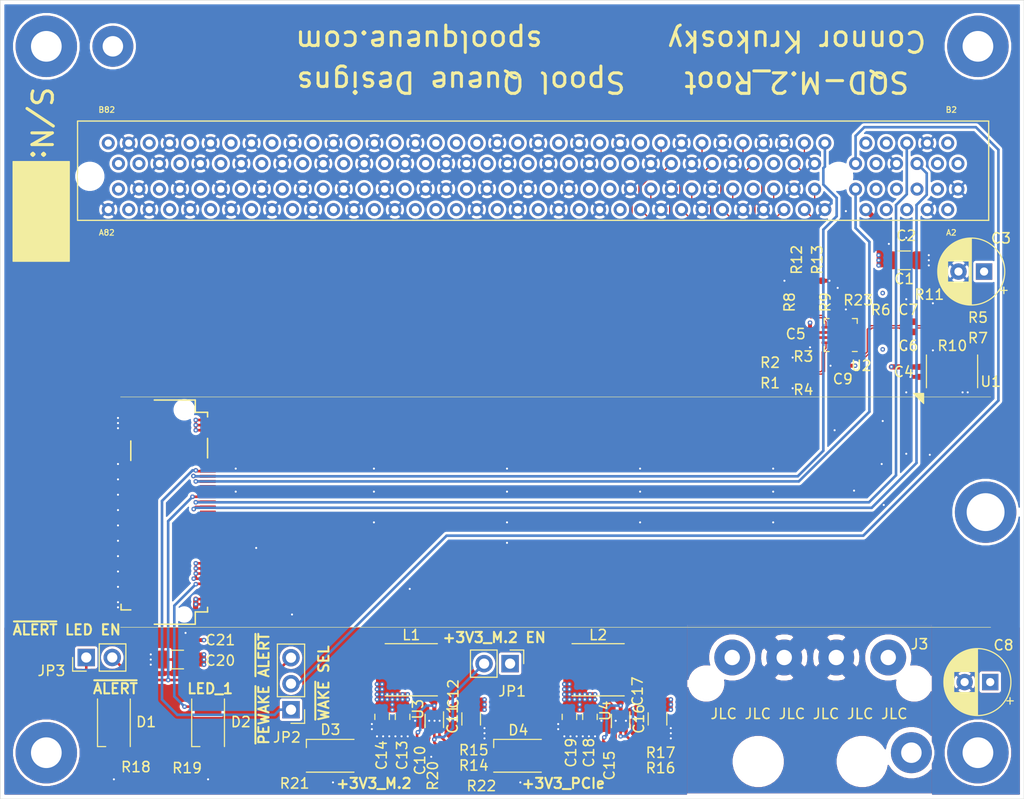
<source format=kicad_pcb>
(kicad_pcb (version 20171130) (host pcbnew "(5.1.2)-1")
  (layers (0 F.Cu signal) (1 In1.Cu signal) (2 In2.Cu signal) (31 B.Cu signal) (34 B.Paste user) (35 F.Paste user) (36 B.SilkS user) (37 F.SilkS user) (38 B.Mask user) (39 F.Mask user) (44 Edge.Cuts user))
  (net 0 "")
  (net 1 GND)
  (net 2 /TX3-)
  (net 3 "Net-(J1-Pad6)")
  (net 4 /TX3+)
  (net 5 "Net-(J1-Pad8)")
  (net 6 /RX3-)
  (net 7 "Net-(J1-Pad20)")
  (net 8 "Net-(J1-Pad22)")
  (net 9 /RX2-)
  (net 10 "Net-(J1-Pad24)")
  (net 11 /RX2+)
  (net 12 "Net-(J1-Pad26)")
  (net 13 "Net-(J1-Pad28)")
  (net 14 /TX1-)
  (net 15 "Net-(J1-Pad30)")
  (net 16 /TX1+)
  (net 17 "Net-(J1-Pad32)")
  (net 18 "Net-(J1-Pad34)")
  (net 19 /RX1-)
  (net 20 "Net-(J1-Pad36)")
  (net 21 /RX1+)
  (net 22 "Net-(J1-Pad38)")
  (net 23 /TX0-)
  (net 24 /TX0+)
  (net 25 "Net-(J1-Pad46)")
  (net 26 /RX0-)
  (net 27 "Net-(J1-Pad48)")
  (net 28 /RX0+)
  (net 29 /REFCLK-M.2-)
  (net 30 /REFCLK-M.2+)
  (net 31 "Net-(J1-Pad56)")
  (net 32 "Net-(J1-Pad58)")
  (net 33 /RX3+)
  (net 34 /TX2-)
  (net 35 /TX2+)
  (net 36 "Net-(J1-Pad67)")
  (net 37 "Net-(J1-Pad68)")
  (net 38 "Net-(J1-Pad69)")
  (net 39 +12V)
  (net 40 "Net-(J2-PadA5)")
  (net 41 "Net-(J2-PadA6)")
  (net 42 "Net-(J2-PadA7)")
  (net 43 "Net-(J2-PadA8)")
  (net 44 /REFCLK-16+)
  (net 45 /REFCLK-16-)
  (net 46 "Net-(J2-PadA19)")
  (net 47 "Net-(J2-PadA32)")
  (net 48 "Net-(J2-PadB9)")
  (net 49 "Net-(J2-PadB17)")
  (net 50 "Net-(J2-PadB30)")
  (net 51 "Net-(J2-PadB31)")
  (net 52 "Net-(J2-PadB33)")
  (net 53 "Net-(J2-PadB34)")
  (net 54 "Net-(J2-PadB37)")
  (net 55 "Net-(J2-PadB38)")
  (net 56 "Net-(J2-PadB41)")
  (net 57 "Net-(J2-PadB42)")
  (net 58 "Net-(J2-PadB45)")
  (net 59 "Net-(J2-PadB46)")
  (net 60 "Net-(J2-PadB48)")
  (net 61 "Net-(J2-PadB50)")
  (net 62 "Net-(J2-PadB51)")
  (net 63 "Net-(J2-PadB54)")
  (net 64 "Net-(J2-PadB55)")
  (net 65 "Net-(J2-PadB58)")
  (net 66 "Net-(J2-PadB59)")
  (net 67 "Net-(J2-PadB62)")
  (net 68 "Net-(J2-PadB63)")
  (net 69 "Net-(J2-PadB66)")
  (net 70 "Net-(J2-PadB67)")
  (net 71 "Net-(J2-PadB70)")
  (net 72 "Net-(J2-PadB71)")
  (net 73 "Net-(J2-PadB74)")
  (net 74 "Net-(J2-PadB75)")
  (net 75 "Net-(J2-PadB78)")
  (net 76 "Net-(J2-PadB79)")
  (net 77 "Net-(J2-PadB81)")
  (net 78 "Net-(J2-PadB82)")
  (net 79 "Net-(J2-PadA33)")
  (net 80 "Net-(J2-PadA35)")
  (net 81 "Net-(J2-PadA36)")
  (net 82 "Net-(J2-PadA39)")
  (net 83 "Net-(J2-PadA40)")
  (net 84 "Net-(J2-PadA43)")
  (net 85 "Net-(J2-PadA44)")
  (net 86 "Net-(J2-PadA47)")
  (net 87 "Net-(J2-PadA48)")
  (net 88 "Net-(J2-PadA50)")
  (net 89 "Net-(J2-PadA52)")
  (net 90 "Net-(J2-PadA53)")
  (net 91 "Net-(J2-PadA56)")
  (net 92 "Net-(J2-PadA57)")
  (net 93 "Net-(J2-PadA60)")
  (net 94 "Net-(J2-PadA61)")
  (net 95 "Net-(J2-PadA64)")
  (net 96 "Net-(J2-PadA65)")
  (net 97 "Net-(J2-PadA68)")
  (net 98 "Net-(J2-PadA69)")
  (net 99 "Net-(J2-PadA72)")
  (net 100 "Net-(J2-PadA73)")
  (net 101 "Net-(J2-PadA76)")
  (net 102 "Net-(J2-PadA77)")
  (net 103 "Net-(J2-PadA80)")
  (net 104 "Net-(J2-PadA81)")
  (net 105 "Net-(U1-Pad1)")
  (net 106 +3V3_PCIe)
  (net 107 "Net-(C10-Pad1)")
  (net 108 "Net-(C10-Pad2)")
  (net 109 +3V3_M.2)
  (net 110 "Net-(C15-Pad2)")
  (net 111 "Net-(C15-Pad1)")
  (net 112 "Net-(D1-Pad2)")
  (net 113 "Net-(D1-Pad1)")
  (net 114 "Net-(D2-Pad1)")
  (net 115 "Net-(D2-Pad2)")
  (net 116 /SMB_CLK)
  (net 117 /SMB_DATA)
  (net 118 /~RST~)
  (net 119 /~CLKREQ~)
  (net 120 /~WAKE~)
  (net 121 "Net-(JP1-Pad2)")
  (net 122 "Net-(R14-Pad2)")
  (net 123 "Net-(R16-Pad2)")
  (net 124 "Net-(U1-Pad2)")
  (net 125 "Net-(U2-Pad2)")
  (net 126 "Net-(U2-Pad3)")
  (net 127 "Net-(U2-Pad4)")
  (net 128 "Net-(U2-Pad14)")
  (net 129 /CLK+)
  (net 130 /REFCLK+)
  (net 131 /CLK-)
  (net 132 /REFCLK-)
  (net 133 /Q1-)
  (net 134 /Q1+)
  (net 135 /OUT+)
  (net 136 /OUT-)
  (net 137 /Q0-)
  (net 138 /Q0+)
  (net 139 /~ALERT~)
  (net 140 /~PEWAKE~)
  (net 141 "Net-(J3-Pad4)")
  (net 142 "Net-(D3-Pad1)")
  (net 143 "Net-(D4-Pad1)")
  (net 144 "Net-(R23-Pad1)")
  (net 145 "Net-(U2-Pad5)")
  (module NGFF:Conn_TE-M.2-0.5-67P-M-key-doublesided (layer F.Cu) (at 78 100 90)
    (fp_text reference J1)
    (fp_text value M.2_M-key)
    (pad "" thru_hole circle (at 0 78.25 90) (size 6 6) (drill 3.7) (layers *.Cu *.Mask))
    (pad "" smd rect (at 10.35 -4.5 90) (size 1.2 2.75) (layers F.Cu F.Paste F.Mask))
    (pad "" smd rect (at -10.35 -4.5 90) (size 1.2 2.75) (layers F.Cu F.Paste F.Mask))
    (pad "" np_thru_hole circle (at 10 -0.025 90) (size 1.6 1.6) (drill 1.6) (layers *.Cu))
    (pad "" np_thru_hole circle (at -10 -0.025 90) (size 1.1 1.1) (drill 1.1) (layers *.Cu))
    (pad 75 smd rect (at 9.25 -5.275 90) (size 0.3 1.55) (layers F.Cu F.Paste F.Mask) (net 1 GND))
    (pad 74 smd rect (at 9 2.275 90) (size 0.3 1.55) (layers F.Cu F.Paste F.Mask) (net 109 +3V3_M.2))
    (pad 73 smd rect (at 8.75 -5.275 90) (size 0.3 1.55) (layers F.Cu F.Paste F.Mask) (net 1 GND))
    (pad 72 smd rect (at 8.5 2.275 90) (size 0.3 1.55) (layers F.Cu F.Paste F.Mask) (net 109 +3V3_M.2))
    (pad 71 smd rect (at 8.25 -5.275 90) (size 0.3 1.55) (layers F.Cu F.Paste F.Mask) (net 1 GND))
    (pad 70 smd rect (at 8 2.275 90) (size 0.3 1.55) (layers F.Cu F.Paste F.Mask) (net 109 +3V3_M.2))
    (pad 69 smd rect (at 7.75 -5.275 90) (size 0.3 1.55) (layers F.Cu F.Paste F.Mask) (net 38 "Net-(J1-Pad69)"))
    (pad 68 smd rect (at 7.5 2.275 90) (size 0.3 1.55) (layers F.Cu F.Paste F.Mask) (net 37 "Net-(J1-Pad68)"))
    (pad 67 smd rect (at 7.25 -5.275 90) (size 0.3 1.55) (layers F.Cu F.Paste F.Mask) (net 36 "Net-(J1-Pad67)"))
    (pad 18 smd rect (at -5 2.275 90) (size 0.3 1.55) (layers F.Cu F.Paste F.Mask) (net 109 +3V3_M.2))
    (pad 19 smd rect (at -4.75 -5.275 90) (size 0.3 1.55) (layers F.Cu F.Paste F.Mask) (net 35 /TX2+))
    (pad 16 smd rect (at -5.5 2.275 90) (size 0.3 1.55) (layers F.Cu F.Paste F.Mask) (net 109 +3V3_M.2))
    (pad 17 smd rect (at -5.25 -5.275 90) (size 0.3 1.55) (layers F.Cu F.Paste F.Mask) (net 34 /TX2-))
    (pad 14 smd rect (at -6 2.275 90) (size 0.3 1.55) (layers F.Cu F.Paste F.Mask) (net 109 +3V3_M.2))
    (pad 15 smd rect (at -5.75 -5.275 90) (size 0.3 1.55) (layers F.Cu F.Paste F.Mask) (net 1 GND))
    (pad 12 smd rect (at -6.5 2.275 90) (size 0.3 1.55) (layers F.Cu F.Paste F.Mask) (net 109 +3V3_M.2))
    (pad 13 smd rect (at -6.25 -5.275 90) (size 0.3 1.55) (layers F.Cu F.Paste F.Mask) (net 33 /RX3+))
    (pad 58 smd rect (at 5 2.275 90) (size 0.3 1.55) (layers F.Cu F.Paste F.Mask) (net 32 "Net-(J1-Pad58)"))
    (pad 57 smd rect (at 4.75 -5.275 90) (size 0.3 1.55) (layers F.Cu F.Paste F.Mask) (net 1 GND))
    (pad 56 smd rect (at 4.5 2.275 90) (size 0.3 1.55) (layers F.Cu F.Paste F.Mask) (net 31 "Net-(J1-Pad56)"))
    (pad 55 smd rect (at 4.25 -5.275 90) (size 0.3 1.55) (layers F.Cu F.Paste F.Mask) (net 30 /REFCLK-M.2+))
    (pad 54 smd rect (at 4 2.275 90) (size 0.3 1.55) (layers F.Cu F.Paste F.Mask) (net 140 /~PEWAKE~))
    (pad 53 smd rect (at 3.75 -5.275 90) (size 0.3 1.55) (layers F.Cu F.Paste F.Mask) (net 29 /REFCLK-M.2-))
    (pad 52 smd rect (at 3.5 2.275 90) (size 0.3 1.55) (layers F.Cu F.Paste F.Mask) (net 119 /~CLKREQ~))
    (pad 51 smd rect (at 3.25 -5.275 90) (size 0.3 1.55) (layers F.Cu F.Paste F.Mask) (net 1 GND))
    (pad 50 smd rect (at 3 2.275 90) (size 0.3 1.55) (layers F.Cu F.Paste F.Mask) (net 118 /~RST~))
    (pad 49 smd rect (at 2.75 -5.275 90) (size 0.3 1.55) (layers F.Cu F.Paste F.Mask) (net 28 /RX0+))
    (pad 48 smd rect (at 2.5 2.275 90) (size 0.3 1.55) (layers F.Cu F.Paste F.Mask) (net 27 "Net-(J1-Pad48)"))
    (pad 47 smd rect (at 2.25 -5.275 90) (size 0.3 1.55) (layers F.Cu F.Paste F.Mask) (net 26 /RX0-))
    (pad 46 smd rect (at 2 2.275 90) (size 0.3 1.55) (layers F.Cu F.Paste F.Mask) (net 25 "Net-(J1-Pad46)"))
    (pad 45 smd rect (at 1.75 -5.275 90) (size 0.3 1.55) (layers F.Cu F.Paste F.Mask) (net 1 GND))
    (pad 44 smd rect (at 1.5 2.275 90) (size 0.3 1.55) (layers F.Cu F.Paste F.Mask) (net 139 /~ALERT~))
    (pad 43 smd rect (at 1.25 -5.275 90) (size 0.3 1.55) (layers F.Cu F.Paste F.Mask) (net 24 /TX0+))
    (pad 42 smd rect (at 1 2.275 90) (size 0.3 1.55) (layers F.Cu F.Paste F.Mask) (net 117 /SMB_DATA))
    (pad 41 smd rect (at 0.75 -5.275 90) (size 0.3 1.55) (layers F.Cu F.Paste F.Mask) (net 23 /TX0-))
    (pad 40 smd rect (at 0.5 2.275 90) (size 0.3 1.55) (layers F.Cu F.Paste F.Mask) (net 116 /SMB_CLK))
    (pad 39 smd rect (at 0.25 -5.275 90) (size 0.3 1.55) (layers F.Cu F.Paste F.Mask) (net 1 GND))
    (pad 38 smd rect (at 0 2.275 90) (size 0.3 1.55) (layers F.Cu F.Paste F.Mask) (net 22 "Net-(J1-Pad38)"))
    (pad 37 smd rect (at -0.25 -5.275 90) (size 0.3 1.55) (layers F.Cu F.Paste F.Mask) (net 21 /RX1+))
    (pad 36 smd rect (at -0.5 2.275 90) (size 0.3 1.55) (layers F.Cu F.Paste F.Mask) (net 20 "Net-(J1-Pad36)"))
    (pad 35 smd rect (at -0.75 -5.275 90) (size 0.3 1.55) (layers F.Cu F.Paste F.Mask) (net 19 /RX1-))
    (pad 34 smd rect (at -1 2.275 90) (size 0.3 1.55) (layers F.Cu F.Paste F.Mask) (net 18 "Net-(J1-Pad34)"))
    (pad 33 smd rect (at -1.25 -5.275 90) (size 0.3 1.55) (layers F.Cu F.Paste F.Mask) (net 1 GND))
    (pad 32 smd rect (at -1.5 2.275 90) (size 0.3 1.55) (layers F.Cu F.Paste F.Mask) (net 17 "Net-(J1-Pad32)"))
    (pad 31 smd rect (at -1.75 -5.275 90) (size 0.3 1.55) (layers F.Cu F.Paste F.Mask) (net 16 /TX1+))
    (pad 30 smd rect (at -2 2.275 90) (size 0.3 1.55) (layers F.Cu F.Paste F.Mask) (net 15 "Net-(J1-Pad30)"))
    (pad 29 smd rect (at -2.25 -5.275 90) (size 0.3 1.55) (layers F.Cu F.Paste F.Mask) (net 14 /TX1-))
    (pad 28 smd rect (at -2.5 2.275 90) (size 0.3 1.55) (layers F.Cu F.Paste F.Mask) (net 13 "Net-(J1-Pad28)"))
    (pad 27 smd rect (at -2.75 -5.275 90) (size 0.3 1.55) (layers F.Cu F.Paste F.Mask) (net 1 GND))
    (pad 26 smd rect (at -3 2.275 90) (size 0.3 1.55) (layers F.Cu F.Paste F.Mask) (net 12 "Net-(J1-Pad26)"))
    (pad 25 smd rect (at -3.25 -5.275 90) (size 0.3 1.55) (layers F.Cu F.Paste F.Mask) (net 11 /RX2+))
    (pad 24 smd rect (at -3.5 2.275 90) (size 0.3 1.55) (layers F.Cu F.Paste F.Mask) (net 10 "Net-(J1-Pad24)"))
    (pad 23 smd rect (at -3.75 -5.275 90) (size 0.3 1.55) (layers F.Cu F.Paste F.Mask) (net 9 /RX2-))
    (pad 22 smd rect (at -4 2.275 90) (size 0.3 1.55) (layers F.Cu F.Paste F.Mask) (net 8 "Net-(J1-Pad22)"))
    (pad 21 smd rect (at -4.25 -5.275 90) (size 0.3 1.55) (layers F.Cu F.Paste F.Mask) (net 1 GND))
    (pad 20 smd rect (at -4.5 2.275 90) (size 0.3 1.55) (layers F.Cu F.Paste F.Mask) (net 7 "Net-(J1-Pad20)"))
    (pad 11 smd rect (at -6.75 -5.275 90) (size 0.3 1.55) (layers F.Cu F.Paste F.Mask) (net 6 /RX3-))
    (pad 10 smd rect (at -7 2.275 90) (size 0.3 1.55) (layers F.Cu F.Paste F.Mask) (net 115 "Net-(D2-Pad2)"))
    (pad 9 smd rect (at -7.25 -5.275 90) (size 0.3 1.55) (layers F.Cu F.Paste F.Mask) (net 1 GND))
    (pad 8 smd rect (at -7.5 2.275 90) (size 0.3 1.55) (layers F.Cu F.Paste F.Mask) (net 5 "Net-(J1-Pad8)"))
    (pad 7 smd rect (at -7.75 -5.275 90) (size 0.3 1.55) (layers F.Cu F.Paste F.Mask) (net 4 /TX3+))
    (pad 6 smd rect (at -8 2.275 90) (size 0.3 1.55) (layers F.Cu F.Paste F.Mask) (net 3 "Net-(J1-Pad6)"))
    (pad 5 smd rect (at -8.25 -5.275 90) (size 0.3 1.55) (layers F.Cu F.Paste F.Mask) (net 2 /TX3-))
    (pad 4 smd rect (at -8.5 2.275 90) (size 0.3 1.55) (layers F.Cu F.Paste F.Mask) (net 109 +3V3_M.2))
    (pad 3 smd rect (at -8.75 -5.275 90) (size 0.3 1.55) (layers F.Cu F.Paste F.Mask) (net 1 GND))
    (pad 2 smd rect (at -9 2.275 90) (size 0.3 1.55) (layers F.Cu F.Paste F.Mask) (net 109 +3V3_M.2))
    (pad 1 smd rect (at -9.25 -5.275 90) (size 0.3 1.55) (layers F.Cu F.Paste F.Mask) (net 1 GND))
  )
  (module SQRL-Carrier:alignment_pin (layer F.Cu) (at 149 123.5)
    (fp_text reference REF**)
    (fp_text value alignment_pin)
    (pad "" thru_hole circle (at 0 0) (size 4 4) (drill 2) (layers *.Cu *.Mask))
  )
  (module SQRL-Carrier:alignment_pin (layer F.Cu) (at 71 54.5)
    (fp_text reference REF**)
    (fp_text value alignment_pin)
    (pad "" thru_hole circle (at 0 0) (size 4 4) (drill 2) (layers *.Cu *.Mask))
  )
  (module Resistor_SMD:R_0402_1005Metric (layer F.Cu) (at 136.7 87.4 270)
    (fp_text reference R1 (at 0 1.5 180) (layer F.SilkS))
    (fp_text value 50Ω)
    (pad 1 smd roundrect (at -0.485 0 270) (size 0.59 0.64) (layers F.Cu F.Paste F.Mask) (net 29 /REFCLK-M.2-))
    (pad 2 smd roundrect (at 0.485 0 270) (size 0.59 0.64) (layers F.Cu F.Paste F.Mask) (net 1 GND))
  )
  (module Resistor_SMD:R_0402_1005Metric (layer F.Cu) (at 138.8 86.9)
    (fp_text reference R3 (at -0.35 -2.1) (layer F.SilkS))
    (fp_text value 33Ω)
    (pad 1 smd roundrect (at -0.485 0) (size 0.59 0.64) (layers F.Cu F.Paste F.Mask) (net 29 /REFCLK-M.2-))
    (pad 2 smd roundrect (at 0.485 0) (size 0.59 0.64) (layers F.Cu F.Paste F.Mask) (net 133 /Q1-))
  )
  (module Resistor_SMD:R_0402_1005Metric (layer F.Cu) (at 138.8 85.9 180)
    (fp_text reference R4 (at 0.35 -2.15) (layer F.SilkS))
    (fp_text value 33Ω)
    (pad 2 smd roundrect (at 0.485 0 180) (size 0.59 0.64) (layers F.Cu F.Paste F.Mask) (net 30 /REFCLK-M.2+))
    (pad 1 smd roundrect (at -0.485 0 180) (size 0.59 0.64) (layers F.Cu F.Paste F.Mask) (net 134 /Q1+))
  )
  (module Resistor_SMD:R_0402_1005Metric (layer F.Cu) (at 136.7 85.4 90)
    (fp_text reference R2 (at 0 -1.5 180) (layer F.SilkS))
    (fp_text value 50Ω)
    (pad 2 smd roundrect (at 0.485 0 90) (size 0.59 0.64) (layers F.Cu F.Paste F.Mask) (net 1 GND))
    (pad 1 smd roundrect (at -0.485 0 90) (size 0.59 0.64) (layers F.Cu F.Paste F.Mask) (net 30 /REFCLK-M.2+))
  )
  (module PCIE:PCIE-164-02-F-D-RA (layer F.Cu) (at 141.9 67.2)
    (fp_text reference J2)
    (fp_text value PCIE-164-02-F-D-RA)
    (fp_text user A2 (at 11 5.5) (layer F.SilkS) (effects (font (size 0.553069 0.553069) (thickness 0.1))))
    (fp_text user B82 (at -71.5 -6.5) (layer F.SilkS) (effects (font (size 0.5526 0.5526) (thickness 0.1))))
    (fp_text user B2 (at 11 -6.5) (layer F.SilkS) (effects (font (size 0.552336 0.552336) (thickness 0.1))))
    (fp_text user A82 (at -71.5 5.5) (layer F.SilkS) (effects (font (size 0.553189 0.553189) (thickness 0.1))))
    (pad A1 thru_hole circle (at 11.65 1.25) (size 1.27 1.27) (drill 0.7) (layers *.Cu *.Mask) (net 1 GND))
    (pad A2 thru_hole circle (at 10.65 3.25) (size 1.27 1.27) (drill 0.7) (layers *.Cu *.Mask) (net 39 +12V))
    (pad A3 thru_hole circle (at 9.65 1.25) (size 1.27 1.27) (drill 0.7) (layers *.Cu *.Mask) (net 39 +12V))
    (pad A4 thru_hole circle (at 8.65 3.25) (size 1.27 1.27) (drill 0.7) (layers *.Cu *.Mask) (net 1 GND))
    (pad A5 thru_hole circle (at 7.65 1.25) (size 1.27 1.27) (drill 0.7) (layers *.Cu *.Mask) (net 40 "Net-(J2-PadA5)"))
    (pad A6 thru_hole circle (at 6.65 3.25) (size 1.27 1.27) (drill 0.7) (layers *.Cu *.Mask) (net 41 "Net-(J2-PadA6)"))
    (pad A7 thru_hole circle (at 5.65 1.25) (size 1.27 1.27) (drill 0.7) (layers *.Cu *.Mask) (net 42 "Net-(J2-PadA7)"))
    (pad A8 thru_hole circle (at 4.65 3.25) (size 1.27 1.27) (drill 0.7) (layers *.Cu *.Mask) (net 43 "Net-(J2-PadA8)"))
    (pad A9 thru_hole circle (at 3.65 1.25) (size 1.27 1.27) (drill 0.7) (layers *.Cu *.Mask) (net 106 +3V3_PCIe))
    (pad A10 thru_hole circle (at 2.65 3.25) (size 1.27 1.27) (drill 0.7) (layers *.Cu *.Mask) (net 106 +3V3_PCIe))
    (pad A11 thru_hole circle (at 1.65 1.25) (size 1.27 1.27) (drill 0.7) (layers *.Cu *.Mask) (net 118 /~RST~))
    (pad A12 thru_hole circle (at -1.35 3.25) (size 1.27 1.27) (drill 0.7) (layers *.Cu *.Mask) (net 1 GND))
    (pad A13 thru_hole circle (at -2.35 1.25) (size 1.27 1.27) (drill 0.7) (layers *.Cu *.Mask) (net 44 /REFCLK-16+))
    (pad A14 thru_hole circle (at -3.35 3.25) (size 1.27 1.27) (drill 0.7) (layers *.Cu *.Mask) (net 45 /REFCLK-16-))
    (pad A15 thru_hole circle (at -4.35 1.25) (size 1.27 1.27) (drill 0.7) (layers *.Cu *.Mask) (net 1 GND))
    (pad A16 thru_hole circle (at -5.35 3.25) (size 1.27 1.27) (drill 0.7) (layers *.Cu *.Mask) (net 28 /RX0+))
    (pad A17 thru_hole circle (at -6.35 1.25) (size 1.27 1.27) (drill 0.7) (layers *.Cu *.Mask) (net 26 /RX0-))
    (pad A18 thru_hole circle (at -7.35 3.25) (size 1.27 1.27) (drill 0.7) (layers *.Cu *.Mask) (net 1 GND))
    (pad A19 thru_hole circle (at -8.35 1.25) (size 1.27 1.27) (drill 0.7) (layers *.Cu *.Mask) (net 46 "Net-(J2-PadA19)"))
    (pad A20 thru_hole circle (at -9.35 3.25) (size 1.27 1.27) (drill 0.7) (layers *.Cu *.Mask) (net 1 GND))
    (pad A21 thru_hole circle (at -10.35 1.25) (size 1.27 1.27) (drill 0.7) (layers *.Cu *.Mask) (net 21 /RX1+))
    (pad A22 thru_hole circle (at -11.35 3.25) (size 1.27 1.27) (drill 0.7) (layers *.Cu *.Mask) (net 19 /RX1-))
    (pad A23 thru_hole circle (at -12.35 1.25) (size 1.27 1.27) (drill 0.7) (layers *.Cu *.Mask) (net 1 GND))
    (pad A24 thru_hole circle (at -13.35 3.25) (size 1.27 1.27) (drill 0.7) (layers *.Cu *.Mask) (net 1 GND))
    (pad A25 thru_hole circle (at -14.35 1.25) (size 1.27 1.27) (drill 0.7) (layers *.Cu *.Mask) (net 11 /RX2+))
    (pad A26 thru_hole circle (at -15.35 3.25) (size 1.27 1.27) (drill 0.7) (layers *.Cu *.Mask) (net 9 /RX2-))
    (pad A27 thru_hole circle (at -16.35 1.25) (size 1.27 1.27) (drill 0.7) (layers *.Cu *.Mask) (net 1 GND))
    (pad A28 thru_hole circle (at -17.35 3.25) (size 1.27 1.27) (drill 0.7) (layers *.Cu *.Mask) (net 1 GND))
    (pad A29 thru_hole circle (at -18.35 1.25) (size 1.27 1.27) (drill 0.7) (layers *.Cu *.Mask) (net 33 /RX3+))
    (pad A30 thru_hole circle (at -19.35 3.25) (size 1.27 1.27) (drill 0.7) (layers *.Cu *.Mask) (net 6 /RX3-))
    (pad A31 thru_hole circle (at -20.35 1.25) (size 1.27 1.27) (drill 0.7) (layers *.Cu *.Mask) (net 1 GND))
    (pad A32 thru_hole circle (at -21.35 3.25) (size 1.27 1.27) (drill 0.7) (layers *.Cu *.Mask) (net 47 "Net-(J2-PadA32)"))
    (pad B1 thru_hole circle (at 11.65 -1.25) (size 1.27 1.27) (drill 0.7) (layers *.Cu *.Mask) (net 39 +12V))
    (pad B2 thru_hole circle (at 10.65 -3.25) (size 1.27 1.27) (drill 0.7) (layers *.Cu *.Mask) (net 39 +12V))
    (pad B3 thru_hole circle (at 9.65 -1.25) (size 1.27 1.27) (drill 0.7) (layers *.Cu *.Mask) (net 39 +12V))
    (pad B4 thru_hole circle (at 8.65 -3.25) (size 1.27 1.27) (drill 0.7) (layers *.Cu *.Mask) (net 1 GND))
    (pad B5 thru_hole circle (at 7.65 -1.25) (size 1.27 1.27) (drill 0.7) (layers *.Cu *.Mask) (net 116 /SMB_CLK))
    (pad B6 thru_hole circle (at 6.65 -3.25) (size 1.27 1.27) (drill 0.7) (layers *.Cu *.Mask) (net 117 /SMB_DATA))
    (pad B7 thru_hole circle (at 5.65 -1.25) (size 1.27 1.27) (drill 0.7) (layers *.Cu *.Mask) (net 1 GND))
    (pad B8 thru_hole circle (at 4.65 -3.25) (size 1.27 1.27) (drill 0.7) (layers *.Cu *.Mask) (net 106 +3V3_PCIe))
    (pad B9 thru_hole circle (at 3.65 -1.25) (size 1.27 1.27) (drill 0.7) (layers *.Cu *.Mask) (net 48 "Net-(J2-PadB9)"))
    (pad B10 thru_hole circle (at 2.65 -3.25) (size 1.27 1.27) (drill 0.7) (layers *.Cu *.Mask) (net 106 +3V3_PCIe))
    (pad B11 thru_hole circle (at 1.65 -1.25) (size 1.27 1.27) (drill 0.7) (layers *.Cu *.Mask) (net 120 /~WAKE~))
    (pad B12 thru_hole circle (at -1.35 -3.25) (size 1.27 1.27) (drill 0.7) (layers *.Cu *.Mask) (net 119 /~CLKREQ~))
    (pad B13 thru_hole circle (at -2.35 -1.25) (size 1.27 1.27) (drill 0.7) (layers *.Cu *.Mask) (net 1 GND))
    (pad B14 thru_hole circle (at -3.35 -3.25) (size 1.27 1.27) (drill 0.7) (layers *.Cu *.Mask) (net 24 /TX0+))
    (pad B15 thru_hole circle (at -4.35 -1.25) (size 1.27 1.27) (drill 0.7) (layers *.Cu *.Mask) (net 23 /TX0-))
    (pad B16 thru_hole circle (at -5.35 -3.25) (size 1.27 1.27) (drill 0.7) (layers *.Cu *.Mask) (net 1 GND))
    (pad B17 thru_hole circle (at -6.35 -1.25) (size 1.27 1.27) (drill 0.7) (layers *.Cu *.Mask) (net 49 "Net-(J2-PadB17)"))
    (pad B18 thru_hole circle (at -7.35 -3.25) (size 1.27 1.27) (drill 0.7) (layers *.Cu *.Mask) (net 1 GND))
    (pad B19 thru_hole circle (at -8.35 -1.25) (size 1.27 1.27) (drill 0.7) (layers *.Cu *.Mask) (net 16 /TX1+))
    (pad B20 thru_hole circle (at -9.35 -3.25) (size 1.27 1.27) (drill 0.7) (layers *.Cu *.Mask) (net 14 /TX1-))
    (pad B21 thru_hole circle (at -10.35 -1.25) (size 1.27 1.27) (drill 0.7) (layers *.Cu *.Mask) (net 1 GND))
    (pad B22 thru_hole circle (at -11.35 -3.25) (size 1.27 1.27) (drill 0.7) (layers *.Cu *.Mask) (net 1 GND))
    (pad B23 thru_hole circle (at -12.35 -1.25) (size 1.27 1.27) (drill 0.7) (layers *.Cu *.Mask) (net 35 /TX2+))
    (pad B24 thru_hole circle (at -13.35 -3.25) (size 1.27 1.27) (drill 0.7) (layers *.Cu *.Mask) (net 34 /TX2-))
    (pad B25 thru_hole circle (at -14.35 -1.25) (size 1.27 1.27) (drill 0.7) (layers *.Cu *.Mask) (net 1 GND))
    (pad B26 thru_hole circle (at -15.35 -3.25) (size 1.27 1.27) (drill 0.7) (layers *.Cu *.Mask) (net 1 GND))
    (pad B27 thru_hole circle (at -16.35 -1.25) (size 1.27 1.27) (drill 0.7) (layers *.Cu *.Mask) (net 4 /TX3+))
    (pad B28 thru_hole circle (at -17.35 -3.25) (size 1.27 1.27) (drill 0.7) (layers *.Cu *.Mask) (net 2 /TX3-))
    (pad B29 thru_hole circle (at -18.35 -1.25) (size 1.27 1.27) (drill 0.7) (layers *.Cu *.Mask) (net 1 GND))
    (pad B30 thru_hole circle (at -19.35 -3.25) (size 1.27 1.27) (drill 0.7) (layers *.Cu *.Mask) (net 50 "Net-(J2-PadB30)"))
    (pad B31 thru_hole circle (at -20.35 -1.25) (size 1.27 1.27) (drill 0.7) (layers *.Cu *.Mask) (net 51 "Net-(J2-PadB31)"))
    (pad B32 thru_hole circle (at -21.35 -3.25) (size 1.27 1.27) (drill 0.7) (layers *.Cu *.Mask) (net 1 GND))
    (pad B33 thru_hole circle (at -22.35 -1.25) (size 1.27 1.27) (drill 0.7) (layers *.Cu *.Mask) (net 52 "Net-(J2-PadB33)"))
    (pad B34 thru_hole circle (at -23.35 -3.25) (size 1.27 1.27) (drill 0.7) (layers *.Cu *.Mask) (net 53 "Net-(J2-PadB34)"))
    (pad B35 thru_hole circle (at -24.35 -1.25) (size 1.27 1.27) (drill 0.7) (layers *.Cu *.Mask) (net 1 GND))
    (pad B36 thru_hole circle (at -25.35 -3.25) (size 1.27 1.27) (drill 0.7) (layers *.Cu *.Mask) (net 1 GND))
    (pad B37 thru_hole circle (at -26.35 -1.25) (size 1.27 1.27) (drill 0.7) (layers *.Cu *.Mask) (net 54 "Net-(J2-PadB37)"))
    (pad B38 thru_hole circle (at -27.35 -3.25) (size 1.27 1.27) (drill 0.7) (layers *.Cu *.Mask) (net 55 "Net-(J2-PadB38)"))
    (pad B39 thru_hole circle (at -28.35 -1.25) (size 1.27 1.27) (drill 0.7) (layers *.Cu *.Mask) (net 1 GND))
    (pad B40 thru_hole circle (at -29.35 -3.25) (size 1.27 1.27) (drill 0.7) (layers *.Cu *.Mask) (net 1 GND))
    (pad B41 thru_hole circle (at -30.35 -1.25) (size 1.27 1.27) (drill 0.7) (layers *.Cu *.Mask) (net 56 "Net-(J2-PadB41)"))
    (pad B42 thru_hole circle (at -31.35 -3.25) (size 1.27 1.27) (drill 0.7) (layers *.Cu *.Mask) (net 57 "Net-(J2-PadB42)"))
    (pad B43 thru_hole circle (at -32.35 -1.25) (size 1.27 1.27) (drill 0.7) (layers *.Cu *.Mask) (net 1 GND))
    (pad B44 thru_hole circle (at -33.35 -3.25) (size 1.27 1.27) (drill 0.7) (layers *.Cu *.Mask) (net 1 GND))
    (pad B45 thru_hole circle (at -34.35 -1.25) (size 1.27 1.27) (drill 0.7) (layers *.Cu *.Mask) (net 58 "Net-(J2-PadB45)"))
    (pad B46 thru_hole circle (at -35.35 -3.25) (size 1.27 1.27) (drill 0.7) (layers *.Cu *.Mask) (net 59 "Net-(J2-PadB46)"))
    (pad B47 thru_hole circle (at -36.35 -1.25) (size 1.27 1.27) (drill 0.7) (layers *.Cu *.Mask) (net 1 GND))
    (pad B48 thru_hole circle (at -37.35 -3.25) (size 1.27 1.27) (drill 0.7) (layers *.Cu *.Mask) (net 60 "Net-(J2-PadB48)"))
    (pad B49 thru_hole circle (at -38.35 -1.25) (size 1.27 1.27) (drill 0.7) (layers *.Cu *.Mask) (net 1 GND))
    (pad B50 thru_hole circle (at -39.35 -3.25) (size 1.27 1.27) (drill 0.7) (layers *.Cu *.Mask) (net 61 "Net-(J2-PadB50)"))
    (pad B51 thru_hole circle (at -40.35 -1.25) (size 1.27 1.27) (drill 0.7) (layers *.Cu *.Mask) (net 62 "Net-(J2-PadB51)"))
    (pad B52 thru_hole circle (at -41.35 -3.25) (size 1.27 1.27) (drill 0.7) (layers *.Cu *.Mask) (net 1 GND))
    (pad B53 thru_hole circle (at -42.35 -1.25) (size 1.27 1.27) (drill 0.7) (layers *.Cu *.Mask) (net 1 GND))
    (pad B54 thru_hole circle (at -43.35 -3.25) (size 1.27 1.27) (drill 0.7) (layers *.Cu *.Mask) (net 63 "Net-(J2-PadB54)"))
    (pad B55 thru_hole circle (at -44.35 -1.25) (size 1.27 1.27) (drill 0.7) (layers *.Cu *.Mask) (net 64 "Net-(J2-PadB55)"))
    (pad B56 thru_hole circle (at -45.35 -3.25) (size 1.27 1.27) (drill 0.7) (layers *.Cu *.Mask) (net 1 GND))
    (pad B57 thru_hole circle (at -46.35 -1.25) (size 1.27 1.27) (drill 0.7) (layers *.Cu *.Mask) (net 1 GND))
    (pad B58 thru_hole circle (at -47.35 -3.25) (size 1.27 1.27) (drill 0.7) (layers *.Cu *.Mask) (net 65 "Net-(J2-PadB58)"))
    (pad B59 thru_hole circle (at -48.35 -1.25) (size 1.27 1.27) (drill 0.7) (layers *.Cu *.Mask) (net 66 "Net-(J2-PadB59)"))
    (pad B60 thru_hole circle (at -49.35 -3.25) (size 1.27 1.27) (drill 0.7) (layers *.Cu *.Mask) (net 1 GND))
    (pad B61 thru_hole circle (at -50.35 -1.25) (size 1.27 1.27) (drill 0.7) (layers *.Cu *.Mask) (net 1 GND))
    (pad B62 thru_hole circle (at -51.35 -3.25) (size 1.27 1.27) (drill 0.7) (layers *.Cu *.Mask) (net 67 "Net-(J2-PadB62)"))
    (pad B63 thru_hole circle (at -52.35 -1.25) (size 1.27 1.27) (drill 0.7) (layers *.Cu *.Mask) (net 68 "Net-(J2-PadB63)"))
    (pad B64 thru_hole circle (at -53.35 -3.25) (size 1.27 1.27) (drill 0.7) (layers *.Cu *.Mask) (net 1 GND))
    (pad B65 thru_hole circle (at -54.35 -1.25) (size 1.27 1.27) (drill 0.7) (layers *.Cu *.Mask) (net 1 GND))
    (pad B66 thru_hole circle (at -55.35 -3.25) (size 1.27 1.27) (drill 0.7) (layers *.Cu *.Mask) (net 69 "Net-(J2-PadB66)"))
    (pad B67 thru_hole circle (at -56.35 -1.25) (size 1.27 1.27) (drill 0.7) (layers *.Cu *.Mask) (net 70 "Net-(J2-PadB67)"))
    (pad B68 thru_hole circle (at -57.35 -3.25) (size 1.27 1.27) (drill 0.7) (layers *.Cu *.Mask) (net 1 GND))
    (pad B69 thru_hole circle (at -58.35 -1.25) (size 1.27 1.27) (drill 0.7) (layers *.Cu *.Mask) (net 1 GND))
    (pad B70 thru_hole circle (at -59.35 -3.25) (size 1.27 1.27) (drill 0.7) (layers *.Cu *.Mask) (net 71 "Net-(J2-PadB70)"))
    (pad B71 thru_hole circle (at -60.35 -1.25) (size 1.27 1.27) (drill 0.7) (layers *.Cu *.Mask) (net 72 "Net-(J2-PadB71)"))
    (pad B72 thru_hole circle (at -61.35 -3.25) (size 1.27 1.27) (drill 0.7) (layers *.Cu *.Mask) (net 1 GND))
    (pad B73 thru_hole circle (at -62.35 -1.25) (size 1.27 1.27) (drill 0.7) (layers *.Cu *.Mask) (net 1 GND))
    (pad B74 thru_hole circle (at -63.35 -3.25) (size 1.27 1.27) (drill 0.7) (layers *.Cu *.Mask) (net 73 "Net-(J2-PadB74)"))
    (pad B75 thru_hole circle (at -64.35 -1.25) (size 1.27 1.27) (drill 0.7) (layers *.Cu *.Mask) (net 74 "Net-(J2-PadB75)"))
    (pad B76 thru_hole circle (at -65.35 -3.25) (size 1.27 1.27) (drill 0.7) (layers *.Cu *.Mask) (net 1 GND))
    (pad B77 thru_hole circle (at -66.35 -1.25) (size 1.27 1.27) (drill 0.7) (layers *.Cu *.Mask) (net 1 GND))
    (pad B78 thru_hole circle (at -67.35 -3.25) (size 1.27 1.27) (drill 0.7) (layers *.Cu *.Mask) (net 75 "Net-(J2-PadB78)"))
    (pad B79 thru_hole circle (at -68.35 -1.25) (size 1.27 1.27) (drill 0.7) (layers *.Cu *.Mask) (net 76 "Net-(J2-PadB79)"))
    (pad B80 thru_hole circle (at -69.35 -3.25) (size 1.27 1.27) (drill 0.7) (layers *.Cu *.Mask) (net 1 GND))
    (pad B81 thru_hole circle (at -70.35 -1.25) (size 1.27 1.27) (drill 0.7) (layers *.Cu *.Mask) (net 77 "Net-(J2-PadB81)"))
    (pad B82 thru_hole circle (at -71.35 -3.25) (size 1.27 1.27) (drill 0.7) (layers *.Cu *.Mask) (net 78 "Net-(J2-PadB82)"))
    (pad A33 thru_hole circle (at -22.35 1.25) (size 1.27 1.27) (drill 0.7) (layers *.Cu *.Mask) (net 79 "Net-(J2-PadA33)"))
    (pad A34 thru_hole circle (at -23.35 3.25) (size 1.27 1.27) (drill 0.7) (layers *.Cu *.Mask) (net 1 GND))
    (pad A35 thru_hole circle (at -24.35 1.25) (size 1.27 1.27) (drill 0.7) (layers *.Cu *.Mask) (net 80 "Net-(J2-PadA35)"))
    (pad A36 thru_hole circle (at -25.35 3.25) (size 1.27 1.27) (drill 0.7) (layers *.Cu *.Mask) (net 81 "Net-(J2-PadA36)"))
    (pad A37 thru_hole circle (at -26.35 1.25) (size 1.27 1.27) (drill 0.7) (layers *.Cu *.Mask) (net 1 GND))
    (pad A38 thru_hole circle (at -27.35 3.25) (size 1.27 1.27) (drill 0.7) (layers *.Cu *.Mask) (net 1 GND))
    (pad A39 thru_hole circle (at -28.35 1.25) (size 1.27 1.27) (drill 0.7) (layers *.Cu *.Mask) (net 82 "Net-(J2-PadA39)"))
    (pad A40 thru_hole circle (at -29.35 3.25) (size 1.27 1.27) (drill 0.7) (layers *.Cu *.Mask) (net 83 "Net-(J2-PadA40)"))
    (pad A41 thru_hole circle (at -30.35 1.25) (size 1.27 1.27) (drill 0.7) (layers *.Cu *.Mask) (net 1 GND))
    (pad A42 thru_hole circle (at -31.35 3.25) (size 1.27 1.27) (drill 0.7) (layers *.Cu *.Mask) (net 1 GND))
    (pad A43 thru_hole circle (at -32.35 1.25) (size 1.27 1.27) (drill 0.7) (layers *.Cu *.Mask) (net 84 "Net-(J2-PadA43)"))
    (pad A44 thru_hole circle (at -33.35 3.25) (size 1.27 1.27) (drill 0.7) (layers *.Cu *.Mask) (net 85 "Net-(J2-PadA44)"))
    (pad A45 thru_hole circle (at -34.35 1.25) (size 1.27 1.27) (drill 0.7) (layers *.Cu *.Mask) (net 1 GND))
    (pad A46 thru_hole circle (at -35.35 3.25) (size 1.27 1.27) (drill 0.7) (layers *.Cu *.Mask) (net 1 GND))
    (pad A47 thru_hole circle (at -36.35 1.25) (size 1.27 1.27) (drill 0.7) (layers *.Cu *.Mask) (net 86 "Net-(J2-PadA47)"))
    (pad A48 thru_hole circle (at -37.35 3.25) (size 1.27 1.27) (drill 0.7) (layers *.Cu *.Mask) (net 87 "Net-(J2-PadA48)"))
    (pad A49 thru_hole circle (at -38.35 1.25) (size 1.27 1.27) (drill 0.7) (layers *.Cu *.Mask) (net 1 GND))
    (pad A50 thru_hole circle (at -39.35 3.25) (size 1.27 1.27) (drill 0.7) (layers *.Cu *.Mask) (net 88 "Net-(J2-PadA50)"))
    (pad A51 thru_hole circle (at -40.35 1.25) (size 1.27 1.27) (drill 0.7) (layers *.Cu *.Mask) (net 1 GND))
    (pad A52 thru_hole circle (at -41.35 3.25) (size 1.27 1.27) (drill 0.7) (layers *.Cu *.Mask) (net 89 "Net-(J2-PadA52)"))
    (pad A53 thru_hole circle (at -42.35 1.25) (size 1.27 1.27) (drill 0.7) (layers *.Cu *.Mask) (net 90 "Net-(J2-PadA53)"))
    (pad A54 thru_hole circle (at -43.35 3.25) (size 1.27 1.27) (drill 0.7) (layers *.Cu *.Mask) (net 1 GND))
    (pad A55 thru_hole circle (at -44.35 1.25) (size 1.27 1.27) (drill 0.7) (layers *.Cu *.Mask) (net 1 GND))
    (pad A56 thru_hole circle (at -45.35 3.25) (size 1.27 1.27) (drill 0.7) (layers *.Cu *.Mask) (net 91 "Net-(J2-PadA56)"))
    (pad A57 thru_hole circle (at -46.35 1.25) (size 1.27 1.27) (drill 0.7) (layers *.Cu *.Mask) (net 92 "Net-(J2-PadA57)"))
    (pad A58 thru_hole circle (at -47.35 3.25) (size 1.27 1.27) (drill 0.7) (layers *.Cu *.Mask) (net 1 GND))
    (pad A59 thru_hole circle (at -48.35 1.25) (size 1.27 1.27) (drill 0.7) (layers *.Cu *.Mask) (net 1 GND))
    (pad A60 thru_hole circle (at -49.35 3.25) (size 1.27 1.27) (drill 0.7) (layers *.Cu *.Mask) (net 93 "Net-(J2-PadA60)"))
    (pad A61 thru_hole circle (at -50.35 1.25) (size 1.27 1.27) (drill 0.7) (layers *.Cu *.Mask) (net 94 "Net-(J2-PadA61)"))
    (pad A62 thru_hole circle (at -51.35 3.25) (size 1.27 1.27) (drill 0.7) (layers *.Cu *.Mask) (net 1 GND))
    (pad A63 thru_hole circle (at -52.35 1.25) (size 1.27 1.27) (drill 0.7) (layers *.Cu *.Mask) (net 1 GND))
    (pad A64 thru_hole circle (at -53.35 3.25) (size 1.27 1.27) (drill 0.7) (layers *.Cu *.Mask) (net 95 "Net-(J2-PadA64)"))
    (pad A65 thru_hole circle (at -54.35 1.25) (size 1.27 1.27) (drill 0.7) (layers *.Cu *.Mask) (net 96 "Net-(J2-PadA65)"))
    (pad A66 thru_hole circle (at -55.35 3.25) (size 1.27 1.27) (drill 0.7) (layers *.Cu *.Mask) (net 1 GND))
    (pad A67 thru_hole circle (at -56.35 1.25) (size 1.27 1.27) (drill 0.7) (layers *.Cu *.Mask) (net 1 GND))
    (pad A68 thru_hole circle (at -57.35 3.25) (size 1.27 1.27) (drill 0.7) (layers *.Cu *.Mask) (net 97 "Net-(J2-PadA68)"))
    (pad A69 thru_hole circle (at -58.35 1.25) (size 1.27 1.27) (drill 0.7) (layers *.Cu *.Mask) (net 98 "Net-(J2-PadA69)"))
    (pad A70 thru_hole circle (at -59.35 3.25) (size 1.27 1.27) (drill 0.7) (layers *.Cu *.Mask) (net 1 GND))
    (pad A71 thru_hole circle (at -60.35 1.25) (size 1.27 1.27) (drill 0.7) (layers *.Cu *.Mask) (net 1 GND))
    (pad A72 thru_hole circle (at -61.35 3.25) (size 1.27 1.27) (drill 0.7) (layers *.Cu *.Mask) (net 99 "Net-(J2-PadA72)"))
    (pad A73 thru_hole circle (at -62.35 1.25) (size 1.27 1.27) (drill 0.7) (layers *.Cu *.Mask) (net 100 "Net-(J2-PadA73)"))
    (pad A74 thru_hole circle (at -63.35 3.25) (size 1.27 1.27) (drill 0.7) (layers *.Cu *.Mask) (net 1 GND))
    (pad A75 thru_hole circle (at -64.35 1.25) (size 1.27 1.27) (drill 0.7) (layers *.Cu *.Mask) (net 1 GND))
    (pad A76 thru_hole circle (at -65.35 3.25) (size 1.27 1.27) (drill 0.7) (layers *.Cu *.Mask) (net 101 "Net-(J2-PadA76)"))
    (pad A77 thru_hole circle (at -66.35 1.25) (size 1.27 1.27) (drill 0.7) (layers *.Cu *.Mask) (net 102 "Net-(J2-PadA77)"))
    (pad A78 thru_hole circle (at -67.35 3.25) (size 1.27 1.27) (drill 0.7) (layers *.Cu *.Mask) (net 1 GND))
    (pad A79 thru_hole circle (at -68.35 1.25) (size 1.27 1.27) (drill 0.7) (layers *.Cu *.Mask) (net 1 GND))
    (pad A80 thru_hole circle (at -69.35 3.25) (size 1.27 1.27) (drill 0.7) (layers *.Cu *.Mask) (net 103 "Net-(J2-PadA80)"))
    (pad A81 thru_hole circle (at -70.35 1.25) (size 1.27 1.27) (drill 0.7) (layers *.Cu *.Mask) (net 104 "Net-(J2-PadA81)"))
    (pad A82 thru_hole circle (at -71.35 3.25) (size 1.27 1.27) (drill 0.7) (layers *.Cu *.Mask) (net 1 GND))
    (pad "" np_thru_hole circle (at 0 0) (size 2.35 2.35) (drill 2.35) (layers *.Cu *.Mask))
    (pad "" np_thru_hole circle (at -73.15 0) (size 2.35 2.35) (drill 2.35) (layers *.Cu *.Mask))
  )
  (module Capacitor_SMD:C_1206_3216Metric (layer F.Cu) (at 148.3 75.4 180)
    (fp_text reference C1 (at 0 -1.82) (layer F.SilkS))
    (fp_text value 10μF)
    (pad 2 smd roundrect (at 1.4 0 180) (size 1.25 1.75) (layers F.Cu F.Paste F.Mask) (roundrect_rratio 0.2) (net 106 +3V3_PCIe))
    (pad 1 smd roundrect (at -1.4 0 180) (size 1.25 1.75) (layers F.Cu F.Paste F.Mask) (roundrect_rratio 0.2) (net 1 GND))
  )
  (module Capacitor_SMD:C_0402_1005Metric (layer F.Cu) (at 146.3 73 180)
    (fp_text reference C2 (at -2.2 0) (layer F.SilkS))
    (fp_text value 100nF)
    (pad 2 smd roundrect (at 0.485 0 180) (size 0.59 0.64) (layers F.Cu F.Paste F.Mask) (net 106 +3V3_PCIe))
    (pad 1 smd roundrect (at -0.485 0 180) (size 0.59 0.64) (layers F.Cu F.Paste F.Mask) (net 1 GND))
  )
  (module Capacitor_THT:CP_Radial_D6.3mm_P2.50mm (layer F.Cu) (at 156.1 76.5 180)
    (fp_text reference C3 (at -1.65 3.25) (layer F.SilkS))
    (fp_text value 47μF)
    (pad 1 thru_hole rect (at 0 0 180) (size 1.6 1.6) (drill 0.8) (layers *.Cu *.Mask) (net 39 +12V))
    (pad 2 thru_hole circle (at 2.5 0 180) (size 1.6 1.6) (drill 0.8) (layers *.Cu *.Mask) (net 1 GND))
  )
  (module Capacitor_SMD:C_0402_1005Metric (layer F.Cu) (at 149.7 86.3 90)
    (fp_text reference C4 (at 0 -1.45 180) (layer F.SilkS))
    (fp_text value 100nF)
    (pad 1 smd roundrect (at -0.485 0 90) (size 0.59 0.64) (layers F.Cu F.Paste F.Mask) (net 1 GND))
    (pad 2 smd roundrect (at 0.485 0 90) (size 0.59 0.64) (layers F.Cu F.Paste F.Mask) (net 106 +3V3_PCIe))
  )
  (module Capacitor_SMD:C_0402_1005Metric (layer F.Cu) (at 148.7 82.4)
    (fp_text reference C6 (at 0 1.35) (layer F.SilkS))
    (fp_text value 100nF)
    (pad 1 smd roundrect (at -0.485 0) (size 0.59 0.64) (layers F.Cu F.Paste F.Mask) (net 129 /CLK+))
    (pad 2 smd roundrect (at 0.485 0) (size 0.59 0.64) (layers F.Cu F.Paste F.Mask) (net 130 /REFCLK+))
  )
  (module Capacitor_SMD:C_0402_1005Metric (layer F.Cu) (at 148.7 81.4)
    (fp_text reference C7 (at 0 -1.17) (layer F.SilkS))
    (fp_text value 100nF)
    (pad 1 smd roundrect (at -0.485 0) (size 0.59 0.64) (layers F.Cu F.Paste F.Mask) (net 131 /CLK-))
    (pad 2 smd roundrect (at 0.485 0) (size 0.59 0.64) (layers F.Cu F.Paste F.Mask) (net 132 /REFCLK-))
  )
  (module Capacitor_THT:CP_Radial_D6.3mm_P2.50mm (layer F.Cu) (at 156.7 116.6 180)
    (fp_text reference C8 (at -1.3 3.6) (layer F.SilkS))
    (fp_text value 47μF)
    (pad 2 thru_hole circle (at 2.5 0 180) (size 1.6 1.6) (drill 0.8) (layers *.Cu *.Mask) (net 1 GND))
    (pad 1 thru_hole rect (at 0 0 180) (size 1.6 1.6) (drill 0.8) (layers *.Cu *.Mask) (net 39 +12V))
  )
  (module Capacitor_SMD:C_0402_1005Metric (layer F.Cu) (at 101.2 122.3 180)
    (fp_text reference C10 (at 0.2 -1.95 90) (layer F.SilkS))
    (fp_text value 100nF)
    (pad 1 smd roundrect (at -0.485 0 180) (size 0.59 0.64) (layers F.Cu F.Paste F.Mask) (net 107 "Net-(C10-Pad1)"))
    (pad 2 smd roundrect (at 0.485 0 180) (size 0.59 0.64) (layers F.Cu F.Paste F.Mask) (net 108 "Net-(C10-Pad2)"))
  )
  (module Capacitor_SMD:C_0402_1005Metric (layer F.Cu) (at 104.2 120.2 90)
    (fp_text reference C12 (at 2.45 0.05 90) (layer F.SilkS))
    (fp_text value 100nF)
    (pad 2 smd roundrect (at 0.485 0 90) (size 0.59 0.64) (layers F.Cu F.Paste F.Mask) (net 39 +12V))
    (pad 1 smd roundrect (at -0.485 0 90) (size 0.59 0.64) (layers F.Cu F.Paste F.Mask) (net 1 GND))
  )
  (module Capacitor_SMD:C_0805_2012Metric (layer F.Cu) (at 99.3 120 90)
    (fp_text reference C13 (at -3.75 -0.05 90) (layer F.SilkS))
    (fp_text value 22μF)
    (pad 1 smd roundrect (at -0.9375 0 90) (size 0.975 1.4) (layers F.Cu F.Paste F.Mask) (net 1 GND))
    (pad 2 smd roundrect (at 0.9375 0 90) (size 0.975 1.4) (layers F.Cu F.Paste F.Mask) (net 109 +3V3_M.2))
  )
  (module Capacitor_SMD:C_0805_2012Metric (layer F.Cu) (at 97.3 120 90)
    (fp_text reference C14 (at -3.75 -0.05 90) (layer F.SilkS))
    (fp_text value 22μF)
    (pad 2 smd roundrect (at 0.9375 0 90) (size 0.975 1.4) (layers F.Cu F.Paste F.Mask) (net 109 +3V3_M.2))
    (pad 1 smd roundrect (at -0.9375 0 90) (size 0.975 1.4) (layers F.Cu F.Paste F.Mask) (net 1 GND))
  )
  (module Capacitor_SMD:C_0402_1005Metric (layer F.Cu) (at 119.4 122.7 180)
    (fp_text reference C15 (at -0.1 -2.05 90) (layer F.SilkS))
    (fp_text value 100nF)
    (pad 2 smd roundrect (at 0.485 0 180) (size 0.59 0.64) (layers F.Cu F.Paste F.Mask) (net 110 "Net-(C15-Pad2)"))
    (pad 1 smd roundrect (at -0.485 0 180) (size 0.59 0.64) (layers F.Cu F.Paste F.Mask) (net 111 "Net-(C15-Pad1)"))
  )
  (module Capacitor_SMD:C_0402_1005Metric (layer F.Cu) (at 122.4 120.2 90)
    (fp_text reference C17 (at 2.7 -0.15 270) (layer F.SilkS))
    (fp_text value 100nF)
    (pad 2 smd roundrect (at 0.485 0 90) (size 0.59 0.64) (layers F.Cu F.Paste F.Mask) (net 39 +12V))
    (pad 1 smd roundrect (at -0.485 0 90) (size 0.59 0.64) (layers F.Cu F.Paste F.Mask) (net 1 GND))
  )
  (module Capacitor_SMD:C_0805_2012Metric (layer F.Cu) (at 117.6 120 90)
    (fp_text reference C18 (at -3.5 -0.1 270) (layer F.SilkS))
    (fp_text value 22μF)
    (pad 2 smd roundrect (at 0.9375 0 90) (size 0.975 1.4) (layers F.Cu F.Paste F.Mask) (net 106 +3V3_PCIe))
    (pad 1 smd roundrect (at -0.9375 0 90) (size 0.975 1.4) (layers F.Cu F.Paste F.Mask) (net 1 GND))
  )
  (module Capacitor_SMD:C_0805_2012Metric (layer F.Cu) (at 115.6 120 90)
    (fp_text reference C19 (at -3.5 0.15 270) (layer F.SilkS))
    (fp_text value 22μF)
    (pad 1 smd roundrect (at -0.9375 0 90) (size 0.975 1.4) (layers F.Cu F.Paste F.Mask) (net 1 GND))
    (pad 2 smd roundrect (at 0.9375 0 90) (size 0.975 1.4) (layers F.Cu F.Paste F.Mask) (net 106 +3V3_PCIe))
  )
  (module Capacitor_SMD:C_1206_3216Metric (layer F.Cu) (at 77.3 114.4)
    (fp_text reference C20 (at 4.2 0.1) (layer F.SilkS))
    (fp_text value 10μF)
    (pad 1 smd roundrect (at -1.4 0) (size 1.25 1.75) (layers F.Cu F.Paste F.Mask) (roundrect_rratio 0.2) (net 1 GND))
    (pad 2 smd roundrect (at 1.4 0) (size 1.25 1.75) (layers F.Cu F.Paste F.Mask) (roundrect_rratio 0.2) (net 109 +3V3_M.2))
  )
  (module Capacitor_SMD:C_0402_1005Metric (layer F.Cu) (at 78.6 112.5)
    (fp_text reference C21 (at 2.9 0) (layer F.SilkS))
    (fp_text value 100nF)
    (pad 1 smd roundrect (at -0.485 0) (size 0.59 0.64) (layers F.Cu F.Paste F.Mask) (net 1 GND))
    (pad 2 smd roundrect (at 0.485 0) (size 0.59 0.64) (layers F.Cu F.Paste F.Mask) (net 109 +3V3_M.2))
  )
  (module LED_SMD:LED_PLCC-2 (layer F.Cu) (at 71.1 120.5 90)
    (fp_text reference D1 (at 0 3.15 180) (layer F.SilkS))
    (fp_text value "~ALERT~ LED")
    (pad 2 smd rect (at 1.5 0 90) (size 1.5 2.6) (layers F.Cu F.Paste F.Mask) (net 112 "Net-(D1-Pad2)"))
    (pad 1 smd rect (at -1.5 0 90) (size 1.5 2.6) (layers F.Cu F.Paste F.Mask) (net 113 "Net-(D1-Pad1)"))
  )
  (module LED_SMD:LED_PLCC-2 (layer F.Cu) (at 80.3 120.5 90)
    (fp_text reference D2 (at 0 3.2 180) (layer F.SilkS))
    (fp_text value LED_1)
    (pad 1 smd rect (at -1.5 0 90) (size 1.5 2.6) (layers F.Cu F.Paste F.Mask) (net 114 "Net-(D2-Pad1)"))
    (pad 2 smd rect (at 1.5 0 90) (size 1.5 2.6) (layers F.Cu F.Paste F.Mask) (net 115 "Net-(D2-Pad2)"))
  )
  (module Connector_PinHeader_2.54mm:PinHeader_1x02_P2.54mm_Vertical (layer F.Cu) (at 109.8 114.8 270)
    (fp_text reference JP1 (at 2.7 -0.2 180) (layer F.SilkS))
    (fp_text value "M.2 3.3V Enable")
    (pad 2 thru_hole oval (at 0 2.54 270) (size 1.7 1.7) (drill 1) (layers *.Cu *.Mask) (net 121 "Net-(JP1-Pad2)"))
    (pad 1 thru_hole rect (at 0 0 270) (size 1.7 1.7) (drill 1) (layers *.Cu *.Mask) (net 39 +12V))
  )
  (module Connector_PinHeader_2.54mm:PinHeader_1x03_P2.54mm_Vertical (layer F.Cu) (at 88.4 119.3 180)
    (fp_text reference JP2 (at 0.4 -2.7) (layer F.SilkS))
    (fp_text value "~WAKE~ Select")
    (pad 1 thru_hole rect (at 0 0 180) (size 1.7 1.7) (drill 1) (layers *.Cu *.Mask) (net 140 /~PEWAKE~))
    (pad 2 thru_hole oval (at 0 2.54 180) (size 1.7 1.7) (drill 1) (layers *.Cu *.Mask) (net 120 /~WAKE~))
    (pad 3 thru_hole oval (at 0 5.08 180) (size 1.7 1.7) (drill 1) (layers *.Cu *.Mask) (net 139 /~ALERT~))
  )
  (module Connector_PinHeader_2.54mm:PinHeader_1x02_P2.54mm_Vertical (layer F.Cu) (at 68.4 114.2 90)
    (fp_text reference JP3 (at -1.3 -3.4 180) (layer F.SilkS))
    (fp_text value "~ALERT~ LED")
    (pad 1 thru_hole rect (at 0 0 90) (size 1.7 1.7) (drill 1) (layers *.Cu *.Mask) (net 112 "Net-(D1-Pad2)"))
    (pad 2 thru_hole oval (at 0 2.54 90) (size 1.7 1.7) (drill 1) (layers *.Cu *.Mask) (net 139 /~ALERT~))
  )
  (module Inductor_SMD:L_Taiyo-Yuden_NR-50xx (layer F.Cu) (at 100.15 115.4 180)
    (fp_text reference L1 (at 0 3.4) (layer F.SilkS))
    (fp_text value 3.3μH)
    (pad 1 smd rect (at -1.8 0 180) (size 1.5 4.2) (layers F.Cu F.Paste F.Mask) (net 108 "Net-(C10-Pad2)"))
    (pad 2 smd rect (at 1.8 0 180) (size 1.5 4.2) (layers F.Cu F.Paste F.Mask) (net 109 +3V3_M.2))
  )
  (module Inductor_SMD:L_Taiyo-Yuden_NR-50xx (layer F.Cu) (at 118.4 115.4 180)
    (fp_text reference L2 (at 0 3.4) (layer F.SilkS))
    (fp_text value 3.3μH)
    (pad 2 smd rect (at 1.8 0 180) (size 1.5 4.2) (layers F.Cu F.Paste F.Mask) (net 106 +3V3_PCIe))
    (pad 1 smd rect (at -1.8 0 180) (size 1.5 4.2) (layers F.Cu F.Paste F.Mask) (net 110 "Net-(C15-Pad2)"))
  )
  (module Resistor_SMD:R_0402_1005Metric (layer F.Cu) (at 153.6 82.4)
    (fp_text reference R5 (at 1.9 -1.4) (layer F.SilkS))
    (fp_text value 33Ω)
    (pad 1 smd roundrect (at -0.485 0) (size 0.59 0.64) (layers F.Cu F.Paste F.Mask) (net 130 /REFCLK+))
    (pad 2 smd roundrect (at 0.485 0) (size 0.59 0.64) (layers F.Cu F.Paste F.Mask) (net 135 /OUT+))
  )
  (module Resistor_SMD:R_0402_1005Metric (layer F.Cu) (at 145.9 81.9 90)
    (fp_text reference R6 (at 1.65 0.1 180) (layer F.SilkS))
    (fp_text value 100Ω)
    (pad 1 smd roundrect (at -0.485 0 90) (size 0.59 0.64) (layers F.Cu F.Paste F.Mask) (net 129 /CLK+))
    (pad 2 smd roundrect (at 0.485 0 90) (size 0.59 0.64) (layers F.Cu F.Paste F.Mask) (net 131 /CLK-))
  )
  (module Resistor_SMD:R_0402_1005Metric (layer F.Cu) (at 153.6 81.4 180)
    (fp_text reference R7 (at -1.9 -1.6) (layer F.SilkS))
    (fp_text value 33Ω)
    (pad 2 smd roundrect (at 0.485 0 180) (size 0.59 0.64) (layers F.Cu F.Paste F.Mask) (net 132 /REFCLK-))
    (pad 1 smd roundrect (at -0.485 0 180) (size 0.59 0.64) (layers F.Cu F.Paste F.Mask) (net 136 /OUT-))
  )
  (module Resistor_SMD:R_0402_1005Metric (layer F.Cu) (at 138.3 79.5 270)
    (fp_text reference R8 (at 0 1.2 90) (layer F.SilkS))
    (fp_text value 33Ω)
    (pad 1 smd roundrect (at -0.485 0 270) (size 0.59 0.64) (layers F.Cu F.Paste F.Mask) (net 45 /REFCLK-16-))
    (pad 2 smd roundrect (at 0.485 0 270) (size 0.59 0.64) (layers F.Cu F.Paste F.Mask) (net 137 /Q0-))
  )
  (module Resistor_SMD:R_0402_1005Metric (layer F.Cu) (at 139.3 79.5 90)
    (fp_text reference R9 (at 0 1.3 90) (layer F.SilkS))
    (fp_text value 33Ω)
    (pad 1 smd roundrect (at -0.485 0 90) (size 0.59 0.64) (layers F.Cu F.Paste F.Mask) (net 138 /Q0+))
    (pad 2 smd roundrect (at 0.485 0 90) (size 0.59 0.64) (layers F.Cu F.Paste F.Mask) (net 44 /REFCLK-16+))
  )
  (module Resistor_SMD:R_0402_1005Metric (layer F.Cu) (at 151.1 83 270)
    (fp_text reference R10 (at 0.75 -1.9) (layer F.SilkS))
    (fp_text value 50Ω)
    (pad 1 smd roundrect (at -0.485 0 270) (size 0.59 0.64) (layers F.Cu F.Paste F.Mask) (net 130 /REFCLK+))
    (pad 2 smd roundrect (at 0.485 0 270) (size 0.59 0.64) (layers F.Cu F.Paste F.Mask) (net 1 GND))
  )
  (module Resistor_SMD:R_0402_1005Metric (layer F.Cu) (at 151.1 80.8 90)
    (fp_text reference R11 (at 2.05 -0.35) (layer F.SilkS))
    (fp_text value 50Ω)
    (pad 2 smd roundrect (at 0.485 0 90) (size 0.59 0.64) (layers F.Cu F.Paste F.Mask) (net 1 GND))
    (pad 1 smd roundrect (at -0.485 0 90) (size 0.59 0.64) (layers F.Cu F.Paste F.Mask) (net 132 /REFCLK-))
  )
  (module Resistor_SMD:R_0402_1005Metric (layer F.Cu) (at 137.8 77.4 180)
    (fp_text reference R12 (at 0 2.05 90) (layer F.SilkS))
    (fp_text value 50Ω)
    (pad 1 smd roundrect (at -0.485 0 180) (size 0.59 0.64) (layers F.Cu F.Paste F.Mask) (net 45 /REFCLK-16-))
    (pad 2 smd roundrect (at 0.485 0 180) (size 0.59 0.64) (layers F.Cu F.Paste F.Mask) (net 1 GND))
  )
  (module Resistor_SMD:R_0402_1005Metric (layer F.Cu) (at 139.8 77.4)
    (fp_text reference R13 (at 0 -2.05 90) (layer F.SilkS))
    (fp_text value 50Ω)
    (pad 2 smd roundrect (at 0.485 0) (size 0.59 0.64) (layers F.Cu F.Paste F.Mask) (net 1 GND))
    (pad 1 smd roundrect (at -0.485 0) (size 0.59 0.64) (layers F.Cu F.Paste F.Mask) (net 44 /REFCLK-16+))
  )
  (module Resistor_SMD:R_0402_1005Metric (layer F.Cu) (at 104.2 124.2 90)
    (fp_text reference R14 (at -0.55 2.05 180) (layer F.SilkS))
    (fp_text value 45.3kΩ)
    (pad 2 smd roundrect (at 0.485 0 90) (size 0.59 0.64) (layers F.Cu F.Paste F.Mask) (net 122 "Net-(R14-Pad2)"))
    (pad 1 smd roundrect (at -0.485 0 90) (size 0.59 0.64) (layers F.Cu F.Paste F.Mask) (net 109 +3V3_M.2))
  )
  (module Resistor_SMD:R_0402_1005Metric (layer F.Cu) (at 104.2 122.2 90)
    (fp_text reference R15 (at -1.05 2.05 180) (layer F.SilkS))
    (fp_text value 10kΩ)
    (pad 1 smd roundrect (at -0.485 0 90) (size 0.59 0.64) (layers F.Cu F.Paste F.Mask) (net 122 "Net-(R14-Pad2)"))
    (pad 2 smd roundrect (at 0.485 0 90) (size 0.59 0.64) (layers F.Cu F.Paste F.Mask) (net 1 GND))
  )
  (module Resistor_SMD:R_0402_1005Metric (layer F.Cu) (at 122.4 124.2 90)
    (fp_text reference R16 (at -0.8 2.1 180) (layer F.SilkS))
    (fp_text value 45.3kΩ)
    (pad 1 smd roundrect (at -0.485 0 90) (size 0.59 0.64) (layers F.Cu F.Paste F.Mask) (net 106 +3V3_PCIe))
    (pad 2 smd roundrect (at 0.485 0 90) (size 0.59 0.64) (layers F.Cu F.Paste F.Mask) (net 123 "Net-(R16-Pad2)"))
  )
  (module Resistor_SMD:R_0402_1005Metric (layer F.Cu) (at 122.4 122.2 90)
    (fp_text reference R17 (at -1.3 2.1 180) (layer F.SilkS))
    (fp_text value 10kΩ)
    (pad 2 smd roundrect (at 0.485 0 90) (size 0.59 0.64) (layers F.Cu F.Paste F.Mask) (net 1 GND))
    (pad 1 smd roundrect (at -0.485 0 90) (size 0.59 0.64) (layers F.Cu F.Paste F.Mask) (net 123 "Net-(R16-Pad2)"))
  )
  (module Resistor_SMD:R_0402_1005Metric (layer F.Cu) (at 71.1 124.9 90)
    (fp_text reference R18 (at 0 2.15 180) (layer F.SilkS))
    (fp_text value 150Ω)
    (pad 2 smd roundrect (at 0.485 0 90) (size 0.59 0.64) (layers F.Cu F.Paste F.Mask) (net 113 "Net-(D1-Pad1)"))
    (pad 1 smd roundrect (at -0.485 0 90) (size 0.59 0.64) (layers F.Cu F.Paste F.Mask) (net 1 GND))
  )
  (module Resistor_SMD:R_0402_1005Metric (layer F.Cu) (at 80.3 124.9 90)
    (fp_text reference R19 (at -0.1 -2.05 180) (layer F.SilkS))
    (fp_text value 150Ω)
    (pad 2 smd roundrect (at 0.485 0 90) (size 0.59 0.64) (layers F.Cu F.Paste F.Mask) (net 114 "Net-(D2-Pad1)"))
    (pad 1 smd roundrect (at -0.485 0 90) (size 0.59 0.64) (layers F.Cu F.Paste F.Mask) (net 1 GND))
  )
  (module Resistor_SMD:R_0402_1005Metric (layer F.Cu) (at 102.8 123.4 270)
    (fp_text reference R20 (at 2.35 0.55 90) (layer F.SilkS))
    (fp_text value 10kΩ)
    (pad 2 smd roundrect (at 0.485 0 270) (size 0.59 0.64) (layers F.Cu F.Paste F.Mask) (net 1 GND))
    (pad 1 smd roundrect (at -0.485 0 270) (size 0.59 0.64) (layers F.Cu F.Paste F.Mask) (net 121 "Net-(JP1-Pad2)"))
  )
  (module SQRL-Carrier:CDFN-6pin-5x3.2mm (layer F.Cu) (at 151.7 87.4 90)
    (fp_text reference U1 (at 0.15 5.05 180) (layer F.SilkS))
    (fp_text value DSC1104)
    (pad 1 smd rect (at 0 0 90) (size 1.1 0.64) (layers F.Cu F.Paste F.Mask) (net 105 "Net-(U1-Pad1)"))
    (pad 2 smd rect (at 0 1.27 90) (size 1.1 0.64) (layers F.Cu F.Paste F.Mask) (net 124 "Net-(U1-Pad2)"))
    (pad 3 smd rect (at 0 2.54 90) (size 1.1 0.64) (layers F.Cu F.Paste F.Mask) (net 1 GND))
    (pad 4 smd rect (at 2.3 2.54 90) (size 1.1 0.64) (layers F.Cu F.Paste F.Mask) (net 135 /OUT+))
    (pad 5 smd rect (at 2.3 1.27 90) (size 1.1 0.64) (layers F.Cu F.Paste F.Mask) (net 136 /OUT-))
    (pad 6 smd rect (at 2.3 0 90) (size 1.1 0.64) (layers F.Cu F.Paste F.Mask) (net 106 +3V3_PCIe))
  )
  (module Package_TO_SOT_SMD:SOT-563 (layer F.Cu) (at 102.4 120.4 270)
    (fp_text reference U3 (at -1.15 1.6 270) (layer F.SilkS))
    (fp_text value TPS563231)
    (pad 5 smd rect (at 0.75 0 270) (size 0.7 0.4) (layers F.Cu F.Paste F.Mask) (net 121 "Net-(JP1-Pad2)"))
    (pad 4 smd rect (at 0.75 0.5 270) (size 0.7 0.4) (layers F.Cu F.Paste F.Mask) (net 107 "Net-(C10-Pad1)"))
    (pad 2 smd rect (at -0.75 0 270) (size 0.7 0.4) (layers F.Cu F.Paste F.Mask) (net 108 "Net-(C10-Pad2)"))
    (pad 6 smd rect (at 0.75 -0.5 270) (size 0.7 0.4) (layers F.Cu F.Paste F.Mask) (net 122 "Net-(R14-Pad2)"))
    (pad 3 smd rect (at -0.75 0.5 270) (size 0.7 0.4) (layers F.Cu F.Paste F.Mask) (net 1 GND))
    (pad 1 smd rect (at -0.75 -0.5 270) (size 0.7 0.4) (layers F.Cu F.Paste F.Mask) (net 39 +12V))
  )
  (module Package_TO_SOT_SMD:SOT-563 (layer F.Cu) (at 120.6 120.4 270)
    (fp_text reference U4 (at -1 1.5 90) (layer F.SilkS))
    (fp_text value TPS563231)
    (pad 1 smd rect (at -0.75 -0.5 270) (size 0.7 0.4) (layers F.Cu F.Paste F.Mask) (net 39 +12V))
    (pad 3 smd rect (at -0.75 0.5 270) (size 0.7 0.4) (layers F.Cu F.Paste F.Mask) (net 1 GND))
    (pad 6 smd rect (at 0.75 -0.5 270) (size 0.7 0.4) (layers F.Cu F.Paste F.Mask) (net 123 "Net-(R16-Pad2)"))
    (pad 2 smd rect (at -0.75 0 270) (size 0.7 0.4) (layers F.Cu F.Paste F.Mask) (net 110 "Net-(C15-Pad2)"))
    (pad 4 smd rect (at 0.75 0.5 270) (size 0.7 0.4) (layers F.Cu F.Paste F.Mask) (net 111 "Net-(C15-Pad1)"))
    (pad 5 smd rect (at 0.75 0 270) (size 0.7 0.4) (layers F.Cu F.Paste F.Mask) (net 39 +12V))
  )
  (module LED_SMD:LED_PLCC-2 (layer F.Cu) (at 92.3 123.8)
    (fp_text reference D3 (at -0.05 -2.55) (layer F.SilkS))
    (fp_text value +3V3_M.2)
    (pad 2 smd rect (at 1.5 0) (size 1.5 2.6) (layers F.Cu F.Paste F.Mask) (net 109 +3V3_M.2))
    (pad 1 smd rect (at -1.5 0) (size 1.5 2.6) (layers F.Cu F.Paste F.Mask) (net 142 "Net-(D3-Pad1)"))
  )
  (module LED_SMD:LED_PLCC-2 (layer F.Cu) (at 110.6 123.8)
    (fp_text reference D4 (at 0 -2.5) (layer F.SilkS))
    (fp_text value +3V3_PCIe)
    (pad 1 smd rect (at -1.5 0) (size 1.5 2.6) (layers F.Cu F.Paste F.Mask) (net 143 "Net-(D4-Pad1)"))
    (pad 2 smd rect (at 1.5 0) (size 1.5 2.6) (layers F.Cu F.Paste F.Mask) (net 106 +3V3_PCIe))
  )
  (module Resistor_SMD:R_0402_1005Metric (layer F.Cu) (at 91.3 126.4 180)
    (fp_text reference R21 (at 2.55 -0.1) (layer F.SilkS))
    (fp_text value 150Ω)
    (pad 2 smd roundrect (at 0.485 0 180) (size 0.59 0.64) (layers F.Cu F.Paste F.Mask) (net 142 "Net-(D3-Pad1)"))
    (pad 1 smd roundrect (at -0.485 0 180) (size 0.59 0.64) (layers F.Cu F.Paste F.Mask) (net 1 GND))
  )
  (module Resistor_SMD:R_0402_1005Metric (layer F.Cu) (at 109.6 126.4 180)
    (fp_text reference R22 (at 2.6 -0.35) (layer F.SilkS))
    (fp_text value 150Ω)
    (pad 1 smd roundrect (at -0.485 0 180) (size 0.59 0.64) (layers F.Cu F.Paste F.Mask) (net 1 GND))
    (pad 2 smd roundrect (at 0.485 0 180) (size 0.59 0.64) (layers F.Cu F.Paste F.Mask) (net 143 "Net-(D4-Pad1)"))
  )
  (module Capacitor_SMD:C_0402_1005Metric (layer F.Cu) (at 139.1 82.7 90)
    (fp_text reference C5 (at 0.1 -1.4 180) (layer F.SilkS))
    (fp_text value 1μF)
    (pad 1 smd roundrect (at -0.485 0 90) (size 0.59 0.64) (layers F.Cu F.Paste F.Mask) (net 1 GND))
    (pad 2 smd roundrect (at 0.485 0 90) (size 0.59 0.64) (layers F.Cu F.Paste F.Mask) (net 106 +3V3_PCIe))
  )
  (module Capacitor_SMD:C_1206_3216Metric (layer F.Cu) (at 106 120.2 90)
    (fp_text reference C11 (at 0 -1.82 90) (layer F.SilkS))
    (fp_text value 10μF)
    (pad 1 smd roundrect (at -1.4 0 90) (size 1.25 1.75) (layers F.Cu F.Paste F.Mask) (roundrect_rratio 0.2) (net 1 GND))
    (pad 2 smd roundrect (at 1.4 0 90) (size 1.25 1.75) (layers F.Cu F.Paste F.Mask) (roundrect_rratio 0.2) (net 39 +12V))
  )
  (module Capacitor_SMD:C_1206_3216Metric (layer F.Cu) (at 124.2 120.2 90)
    (fp_text reference C16 (at 0 -1.82 90) (layer F.SilkS))
    (fp_text value 10μF)
    (pad 2 smd roundrect (at 1.4 0 90) (size 1.25 1.75) (layers F.Cu F.Paste F.Mask) (roundrect_rratio 0.2) (net 39 +12V))
    (pad 1 smd roundrect (at -1.4 0 90) (size 1.25 1.75) (layers F.Cu F.Paste F.Mask) (roundrect_rratio 0.2) (net 1 GND))
  )
  (module "SQRL-Carrier:AMP-4POS-(MOLEX)-RA" (layer F.Cu) (at 131.5 114.2)
    (fp_text reference J3 (at 18.3 -1.3) (layer F.SilkS))
    (fp_text value "4-Pin Molex")
    (pad 1 thru_hole circle (at 0 0) (size 3.5 3.5) (drill 1.5) (layers *.Cu *.Mask) (net 39 +12V))
    (pad 2 thru_hole circle (at 5.08 0) (size 3.5 3.5) (drill 1.5) (layers *.Cu *.Mask) (net 1 GND))
    (pad 3 thru_hole circle (at 10.16 0) (size 3.5 3.5) (drill 1.5) (layers *.Cu *.Mask) (net 1 GND))
    (pad 4 thru_hole circle (at 15.24 0) (size 3.5 3.5) (drill 1.5) (layers *.Cu *.Mask) (net 141 "Net-(J3-Pad4)"))
    (pad "" np_thru_hole circle (at -2.54 2.54) (size 2.54 2.54) (drill 2.54) (layers *.Cu *.Mask))
    (pad "" np_thru_hole circle (at 17.78 2.54) (size 2.54 2.54) (drill 2.54) (layers *.Cu *.Mask))
    (pad "" np_thru_hole circle (at 2.54 10.16) (size 4 4) (drill 4) (layers *.Cu *.Mask))
    (pad "" np_thru_hole circle (at 12.7 10.16) (size 4 4) (drill 4) (layers *.Cu *.Mask))
  )
  (module SQRL-Carrier:spoolqueue_logo_small (layer F.Cu) (at 88.2 61.1 180)
    (fp_text reference U5 hide)
    (fp_text value spoolqueue_logo hide)
    (fp_poly (pts (xy 7.871354 0.668176) (xy 7.509102 0.982886) (xy 7.241935 1.365291) (xy 3.711918 1.653129) (xy 3.948596 1.350305) (xy 7.509102 0.982886) (xy 7.871354 0.668176) (xy 6.970117 1.754932) (xy 6.708634 2.129069) (xy 3.21324 2.290816) (xy 3.456636 1.979207) (xy 6.970117 1.754932) (xy 7.871354 0.668176) (xy 6.452836 2.495972) (xy 6.1712 2.899048) (xy 2.732133 2.905249) (xy 2.995683 2.568319) (xy 6.452836 2.495972) (xy 7.871354 0.668176) (xy 3.995622 1.152384) (xy 2.384867 3.179651) (xy 6.087484 3.240629) (xy 7.871354 0.668176)) (layer F.Cu) (width 0.115275))
    (fp_poly (pts (xy 2.384867 3.179651) (xy 2.759005 3.476274) (xy 6.153629 3.576009) (xy 6.459554 3.943429) (xy 3.01377 3.757393) (xy 2.759005 3.476274) (xy 2.384867 3.179651) (xy 3.284037 4.054533) (xy 6.724654 4.262272) (xy 6.997506 4.590417) (xy 3.517615 4.311882) (xy 3.284037 4.054533) (xy 2.384867 3.179651) (xy 3.761011 4.580082) (xy 7.272424 4.92063) (xy 7.539075 5.241541) (xy 3.963582 4.803324) (xy 3.761011 4.580082) (xy 2.384867 3.179651) (xy 4.031795 5.019332) (xy 8.017082 5.602242) (xy 6.087484 3.240629) (xy 2.384867 3.179651)) (layer F.Cu) (width 0.115275))
    (fp_poly (pts (xy 5.226421 6.298724) (xy 8.016839 5.602128) (xy 8.016839 8.040216) (xy 5.226421 9.433409) (xy 5.226421 6.298724)) (layer F.Cu) (width 0.115275))
    (fp_poly (pts (xy 1.302395 5.427979) (xy 5.226421 6.298724) (xy 5.226421 9.433409) (xy 1.302395 7.691917) (xy 1.302395 5.427979)) (layer F.Cu) (width 0.115275))
    (fp_poly (pts (xy 4.031795 5.019332) (xy 3.938261 5.079793) (xy 7.40885 5.648751) (xy 7.030579 5.741252) (xy 3.623551 5.130436) (xy 3.938261 5.079793) (xy 4.031795 5.019332) (xy 3.227193 5.193998) (xy 6.661609 5.831168) (xy 6.199622 5.943823) (xy 2.839103 5.256527) (xy 3.227193 5.193998) (xy 4.031795 5.019332) (xy 2.392102 5.328357) (xy 5.850289 6.029089) (xy 5.388301 6.141744) (xy 2.000911 5.390885) (xy 2.392102 5.328357) (xy 4.031795 5.019332) (xy 1.302246 5.428092) (xy 5.226554 6.29884) (xy 8.017082 5.602242) (xy 4.031795 5.019332)) (layer F.Cu) (width 0.115275))
  )
  (module Resistor_SMD:R_0402_1005Metric (layer F.Cu) (at 141.8 79.3 90)
    (fp_text reference R23 (at 0 2 180) (layer F.SilkS))
    (fp_text value 475Ω)
    (pad 1 smd roundrect (at -0.485 0 90) (size 0.59 0.64) (layers F.Cu F.Paste F.Mask) (net 144 "Net-(R23-Pad1)"))
    (pad 2 smd roundrect (at 0.485 0 90) (size 0.59 0.64) (layers F.Cu F.Paste F.Mask) (net 1 GND))
  )
  (module Package_DFN_QFN:VQFN-16-1EP_3x3mm_P0.5mm_EP1.45x1.45mm (layer F.Cu) (at 142.1 82.7 180)
    (fp_text reference U2 (at -2 -3) (layer F.SilkS))
    (fp_text value SY75572L)
    (pad 17 smd roundrect (at 0 0 180) (size 1.45 1.45) (layers F.Cu F.Mask) (roundrect_rratio 0.172414))
    (pad 1 smd roundrect (at -1.4375 -0.75 180) (size 0.875 0.25) (layers F.Cu F.Paste F.Mask) (net 131 /CLK-))
    (pad 2 smd roundrect (at -1.4375 -0.25 180) (size 0.875 0.25) (layers F.Cu F.Paste F.Mask) (net 125 "Net-(U2-Pad2)"))
    (pad 3 smd roundrect (at -1.4375 0.25 180) (size 0.875 0.25) (layers F.Cu F.Paste F.Mask) (net 126 "Net-(U2-Pad3)"))
    (pad 4 smd roundrect (at -1.4375 0.75 180) (size 0.875 0.25) (layers F.Cu F.Paste F.Mask) (net 127 "Net-(U2-Pad4)"))
    (pad 5 smd roundrect (at -0.75 1.4375 180) (size 0.25 0.875) (layers F.Cu F.Paste F.Mask) (net 145 "Net-(U2-Pad5)"))
    (pad 6 smd roundrect (at -0.25 1.4375 180) (size 0.25 0.875) (layers F.Cu F.Paste F.Mask) (net 1 GND))
    (pad 7 smd roundrect (at 0.25 1.4375 180) (size 0.25 0.875) (layers F.Cu F.Paste F.Mask) (net 144 "Net-(R23-Pad1)"))
    (pad 8 smd roundrect (at 0.75 1.4375 180) (size 0.25 0.875) (layers F.Cu F.Paste F.Mask) (net 138 /Q0+))
    (pad 9 smd roundrect (at 1.4375 0.75 180) (size 0.875 0.25) (layers F.Cu F.Paste F.Mask) (net 137 /Q0-))
    (pad 10 smd roundrect (at 1.4375 0.25 180) (size 0.875 0.25) (layers F.Cu F.Paste F.Mask) (net 106 +3V3_PCIe))
    (pad 11 smd roundrect (at 1.4375 -0.25 180) (size 0.875 0.25) (layers F.Cu F.Paste F.Mask) (net 1 GND))
    (pad 12 smd roundrect (at 1.4375 -0.75 180) (size 0.875 0.25) (layers F.Cu F.Paste F.Mask) (net 134 /Q1+))
    (pad 13 smd roundrect (at 0.75 -1.4375 180) (size 0.25 0.875) (layers F.Cu F.Paste F.Mask) (net 133 /Q1-))
    (pad 14 smd roundrect (at 0.25 -1.4375 180) (size 0.25 0.875) (layers F.Cu F.Paste F.Mask) (net 128 "Net-(U2-Pad14)"))
    (pad 15 smd roundrect (at -0.25 -1.4375 180) (size 0.25 0.875) (layers F.Cu F.Paste F.Mask) (net 106 +3V3_PCIe))
    (pad 16 smd roundrect (at -0.75 -1.4375 180) (size 0.25 0.875) (layers F.Cu F.Paste F.Mask) (net 129 /CLK+))
  )
  (module Capacitor_SMD:C_0402_1005Metric (layer F.Cu) (at 142.3 85.7)
    (fp_text reference C9 (at 0 1.3) (layer F.SilkS))
    (fp_text value 1μF)
    (pad 1 smd roundrect (at -0.485 0) (size 0.59 0.64) (layers F.Cu F.Paste F.Mask) (net 1 GND))
    (pad 2 smd roundrect (at 0.485 0) (size 0.59 0.64) (layers F.Cu F.Paste F.Mask) (net 106 +3V3_PCIe))
  )
  (gr_text S/N: (at 64 62 270) (layer F.SilkS) (effects (font (size 2 2) (thickness 0.3))))
  (gr_poly (pts (xy 61.25 65.75) (xy 61.25 75.5) (xy 66.75 75.5) (xy 66.75 65.75)) (layer F.SilkS) (width 0.1))
  (gr_text "JLC JLC JLC JLC JLC JLC" (at 139 119.7) (layer F.SilkS) (effects (font (size 1 1))))
  (gr_text SQD-M.2_Root (at 137.8 58 180) (layer F.SilkS) (effects (font (size 2 2) (thickness 0.3))))
  (gr_text spoolqueue.com (at 100.9 54 180) (layer F.SilkS) (effects (font (size 2 2) (thickness 0.3))))
  (gr_text "Spool Queue Designs" (at 105 58 180) (layer F.SilkS) (effects (font (size 2 2) (thickness 0.3))))
  (gr_text "Connor Krukosky" (at 137.8 54 180) (layer F.SilkS) (effects (font (size 2 2) (thickness 0.3))))
  (gr_text "+3V3_M.2 EN" (at 108.25 112.25) (layer F.SilkS) (effects (font (size 1 1) (thickness 0.2))))
  (gr_text +3V3_PCIe (at 115 126.5) (layer F.SilkS) (effects (font (size 1 1) (thickness 0.2))))
  (gr_text +3V3_M.2 (at 96.5 126.5) (layer F.SilkS) (effects (font (size 1 1) (thickness 0.2))))
  (gr_text "~WAKE~ SEL" (at 91.6 116.7 90) (layer F.SilkS) (effects (font (size 1 1) (thickness 0.2))))
  (gr_text "~PEWAKE~ ~ALERT~\n" (at 85.75 117.25 90) (layer F.SilkS) (effects (font (size 1 1) (thickness 0.2))))
  (gr_text LED_1 (at 80.5 117.25) (layer F.SilkS) (effects (font (size 1 1) (thickness 0.2))))
  (gr_text "~ALERT~\n" (at 71.25 117.25) (layer F.SilkS) (effects (font (size 1 1) (thickness 0.2))))
  (gr_text "~ALERT~ LED EN\n" (at 66.5 111.5) (layer F.SilkS) (effects (font (size 1 1) (thickness 0.2))))
  (gr_line (start 71.75 111.25) (end 156.75 111.25) (layer F.SilkS) (width 0.05))
  (gr_line (start 71.75 88.75) (end 156.75 88.75) (layer F.SilkS) (width 0.05))
  (gr_line (start 60 50) (end 60 128) (layer Edge.Cuts) (width 0.05))
  (gr_line (start 160 50) (end 60 50) (layer Edge.Cuts) (width 0.05))
  (gr_line (start 160 128) (end 160 50) (layer Edge.Cuts) (width 0.05))
  (gr_line (start 160 128) (end 60 128) (layer Edge.Cuts) (width 0.05))
  (via (at 64.5 123.5) (size 6) (drill 3) (layers F.Cu B.Cu) (net 0))
  (via (at 155.5 123.5) (size 6) (drill 3) (layers F.Cu B.Cu) (net 0))
  (via (at 155.5 54.5) (size 6) (drill 3) (layers F.Cu B.Cu) (net 0))
  (via (at 64.5 54.5) (size 6) (drill 3) (layers F.Cu B.Cu) (net 0))
  (segment (start 117.6 120.9375) (end 118.156237 120.381263) (width 0.381) (layer F.Cu) (net 1))
  (segment (start 121.681263 120.381263) (end 121.681263 120.381263) (width 0.381) (layer F.Cu) (net 1))
  (segment (start 122.385 120.7) (end 122.4 120.685) (width 0.381) (layer F.Cu) (net 1))
  (segment (start 122 120.7) (end 122.385 120.7) (width 0.381) (layer F.Cu) (net 1))
  (segment (start 120.1 120.381) (end 120.1 119.65) (width 0.381) (layer F.Cu) (net 1))
  (segment (start 120.099737 120.381263) (end 120.1 120.381) (width 0.381) (layer F.Cu) (net 1))
  (segment (start 120.018737 120.381263) (end 120.099737 120.381263) (width 0.381) (layer F.Cu) (net 1))
  (segment (start 120.018737 120.381263) (end 120.118737 120.381263) (width 0.381) (layer F.Cu) (net 1))
  (segment (start 118.156237 120.381263) (end 118.718737 120.381263) (width 0.381) (layer F.Cu) (net 1))
  (segment (start 120.118737 120.381263) (end 121.118737 120.381263) (width 0.381) (layer F.Cu) (net 1))
  (via (at 120.118737 120.381263) (size 0.45) (drill 0.2) (layers F.Cu B.Cu) (net 1))
  (segment (start 121.681263 120.381263) (end 122 120.7) (width 0.381) (layer F.Cu) (net 1))
  (segment (start 118.718737 120.381263) (end 120.018737 120.381263) (width 0.381) (layer F.Cu) (net 1))
  (via (at 118.718737 120.381263) (size 0.45) (drill 0.2) (layers F.Cu B.Cu) (net 1))
  (segment (start 121.118737 120.381263) (end 121.681263 120.381263) (width 0.381) (layer F.Cu) (net 1))
  (via (at 121.118737 120.381263) (size 0.45) (drill 0.2) (layers F.Cu B.Cu) (net 1))
  (segment (start 122.4 120.685) (end 122.4 121.715) (width 0.381) (layer F.Cu) (net 1))
  (segment (start 122.515 121.6) (end 122.4 121.715) (width 0.381) (layer F.Cu) (net 1))
  (segment (start 124.2 121.6) (end 122.515 121.6) (width 0.381) (layer F.Cu) (net 1))
  (segment (start 117.6 120.9375) (end 115.6 120.9375) (width 1.016) (layer F.Cu) (net 1))
  (segment (start 104.315 121.6) (end 104.2 121.715) (width 0.381) (layer F.Cu) (net 1))
  (segment (start 106 121.6) (end 104.315 121.6) (width 0.381) (layer F.Cu) (net 1))
  (segment (start 104.2 121.715) (end 104.2 120.685) (width 0.381) (layer F.Cu) (net 1))
  (segment (start 97.3 120.9375) (end 99.3 120.9375) (width 1.016) (layer F.Cu) (net 1))
  (segment (start 101.9 119.65) (end 101.9 120.381) (width 0.381) (layer F.Cu) (net 1))
  (segment (start 101.9 120.381) (end 102.419 120.381) (width 0.381) (layer F.Cu) (net 1))
  (segment (start 103.581 120.381) (end 103.9 120.7) (width 0.381) (layer F.Cu) (net 1))
  (segment (start 104.185 120.7) (end 104.2 120.685) (width 0.381) (layer F.Cu) (net 1))
  (segment (start 103.9 120.7) (end 104.185 120.7) (width 0.381) (layer F.Cu) (net 1))
  (segment (start 101.899737 120.381263) (end 101.899737 120.381263) (width 0.381) (layer F.Cu) (net 1))
  (segment (start 99.856237 120.381263) (end 100.518737 120.381263) (width 0.381) (layer F.Cu) (net 1))
  (segment (start 99.3 120.9375) (end 99.856237 120.381263) (width 0.381) (layer F.Cu) (net 1))
  (segment (start 101.899737 120.381263) (end 101.9 120.381) (width 0.381) (layer F.Cu) (net 1))
  (via (at 101.899737 120.381263) (size 0.45) (drill 0.2) (layers F.Cu B.Cu) (net 1))
  (segment (start 102.919 120.381) (end 103.581 120.381) (width 0.381) (layer F.Cu) (net 1))
  (via (at 102.919 120.381) (size 0.45) (drill 0.2) (layers F.Cu B.Cu) (net 1))
  (segment (start 100.518737 120.381263) (end 101.899737 120.381263) (width 0.381) (layer F.Cu) (net 1))
  (via (at 100.518737 120.381263) (size 0.45) (drill 0.2) (layers F.Cu B.Cu) (net 1))
  (via (at 102.1 123.9) (size 0.45) (drill 0.2) (layers F.Cu B.Cu) (net 1))
  (segment (start 102.8 123.885) (end 102.115 123.885) (width 0.254) (layer F.Cu) (net 1))
  (segment (start 102.115 123.885) (end 102.1 123.9) (width 0.254) (layer F.Cu) (net 1))
  (via (at 71.5 90.8) (size 0.45) (drill 0.2) (layers F.Cu B.Cu) (net 1))
  (segment (start 72.725 90.75) (end 71.55 90.75) (width 0.254) (layer F.Cu) (net 1))
  (segment (start 71.55 90.75) (end 71.5 90.8) (width 0.254) (layer F.Cu) (net 1))
  (via (at 71.5 91.3) (size 0.45) (drill 0.2) (layers F.Cu B.Cu) (net 1))
  (segment (start 72.725 91.25) (end 71.55 91.25) (width 0.254) (layer F.Cu) (net 1))
  (segment (start 71.55 91.25) (end 71.5 91.3) (width 0.254) (layer F.Cu) (net 1))
  (via (at 71.5 91.8) (size 0.45) (drill 0.2) (layers F.Cu B.Cu) (net 1))
  (segment (start 72.725 91.75) (end 71.55 91.75) (width 0.254) (layer F.Cu) (net 1))
  (segment (start 71.55 91.75) (end 71.5 91.8) (width 0.254) (layer F.Cu) (net 1))
  (segment (start 71.5 90.8) (end 71.5 91.8) (width 0.254) (layer F.Cu) (net 1))
  (via (at 71.5 95.3) (size 0.45) (drill 0.2) (layers F.Cu B.Cu) (net 1))
  (segment (start 72.725 95.25) (end 71.55 95.25) (width 0.254) (layer F.Cu) (net 1))
  (segment (start 71.55 95.25) (end 71.5 95.3) (width 0.254) (layer F.Cu) (net 1))
  (via (at 71.5 96.8) (size 0.45) (drill 0.2) (layers F.Cu B.Cu) (net 1))
  (segment (start 72.725 96.75) (end 71.55 96.75) (width 0.254) (layer F.Cu) (net 1))
  (segment (start 71.55 96.75) (end 71.5 96.8) (width 0.254) (layer F.Cu) (net 1))
  (via (at 71.5 98.3) (size 0.45) (drill 0.2) (layers F.Cu B.Cu) (net 1))
  (segment (start 72.725 98.25) (end 71.55 98.25) (width 0.254) (layer F.Cu) (net 1))
  (segment (start 71.55 98.25) (end 71.5 98.3) (width 0.254) (layer F.Cu) (net 1))
  (via (at 71.5 99.8) (size 0.45) (drill 0.2) (layers F.Cu B.Cu) (net 1))
  (segment (start 72.725 99.75) (end 71.55 99.75) (width 0.254) (layer F.Cu) (net 1))
  (segment (start 71.55 99.75) (end 71.5 99.8) (width 0.254) (layer F.Cu) (net 1))
  (via (at 71.5 101.3) (size 0.45) (drill 0.2) (layers F.Cu B.Cu) (net 1))
  (segment (start 72.725 101.25) (end 71.55 101.25) (width 0.254) (layer F.Cu) (net 1))
  (segment (start 71.55 101.25) (end 71.5 101.3) (width 0.254) (layer F.Cu) (net 1))
  (via (at 71.5 102.8) (size 0.45) (drill 0.2) (layers F.Cu B.Cu) (net 1))
  (segment (start 72.725 102.75) (end 71.55 102.75) (width 0.254) (layer F.Cu) (net 1))
  (segment (start 71.55 102.75) (end 71.5 102.8) (width 0.254) (layer F.Cu) (net 1))
  (via (at 71.5 104.3) (size 0.45) (drill 0.2) (layers F.Cu B.Cu) (net 1))
  (segment (start 72.725 104.25) (end 71.55 104.25) (width 0.254) (layer F.Cu) (net 1))
  (segment (start 71.55 104.25) (end 71.5 104.3) (width 0.254) (layer F.Cu) (net 1))
  (via (at 71.5 105.8) (size 0.45) (drill 0.2) (layers F.Cu B.Cu) (net 1))
  (segment (start 72.725 105.75) (end 71.55 105.75) (width 0.254) (layer F.Cu) (net 1))
  (segment (start 71.55 105.75) (end 71.5 105.8) (width 0.254) (layer F.Cu) (net 1))
  (via (at 71.5 107.3) (size 0.45) (drill 0.2) (layers F.Cu B.Cu) (net 1))
  (segment (start 72.725 107.25) (end 71.55 107.25) (width 0.254) (layer F.Cu) (net 1))
  (segment (start 71.55 107.25) (end 71.5 107.3) (width 0.254) (layer F.Cu) (net 1))
  (via (at 71.5 108.8) (size 0.45) (drill 0.2) (layers F.Cu B.Cu) (net 1))
  (segment (start 72.725 108.75) (end 71.55 108.75) (width 0.254) (layer F.Cu) (net 1))
  (segment (start 71.55 108.75) (end 71.5 108.8) (width 0.254) (layer F.Cu) (net 1))
  (via (at 71.5 109.3) (size 0.45) (drill 0.2) (layers F.Cu B.Cu) (net 1))
  (segment (start 72.725 109.25) (end 71.55 109.25) (width 0.254) (layer F.Cu) (net 1))
  (segment (start 71.55 109.25) (end 71.5 109.3) (width 0.254) (layer F.Cu) (net 1))
  (segment (start 71.5 109.3) (end 71.5 108.8) (width 0.254) (layer F.Cu) (net 1))
  (via (at 71.1 126.1) (size 0.45) (drill 0.2) (layers F.Cu B.Cu) (net 1))
  (segment (start 71.1 125.385) (end 71.1 126.1) (width 0.254) (layer F.Cu) (net 1))
  (via (at 80.3 126.1) (size 0.45) (drill 0.2) (layers F.Cu B.Cu) (net 1))
  (segment (start 80.3 125.385) (end 80.3 126.1) (width 0.254) (layer F.Cu) (net 1))
  (via (at 136.6 77.4) (size 0.45) (drill 0.2) (layers F.Cu B.Cu) (net 1))
  (segment (start 137.315 77.4) (end 136.6 77.4) (width 0.381) (layer F.Cu) (net 1))
  (via (at 151.1 79.6) (size 0.45) (drill 0.2) (layers F.Cu B.Cu) (net 1))
  (segment (start 151.1 80.315) (end 151.1 79.6) (width 0.381) (layer F.Cu) (net 1))
  (via (at 151.1 84.2) (size 0.45) (drill 0.2) (layers F.Cu B.Cu) (net 1))
  (segment (start 151.1 83.485) (end 151.1 84.2) (width 0.381) (layer F.Cu) (net 1))
  (via (at 154 88.3) (size 0.45) (drill 0.2) (layers F.Cu B.Cu) (net 1))
  (segment (start 154.24 87.4) (end 154.24 88.06) (width 0.381) (layer F.Cu) (net 1))
  (segment (start 154.24 88.06) (end 154 88.3) (width 0.381) (layer F.Cu) (net 1))
  (via (at 154.5 88.3) (size 0.45) (drill 0.2) (layers F.Cu B.Cu) (net 1))
  (segment (start 154.24 88.06) (end 154.26 88.06) (width 0.381) (layer F.Cu) (net 1))
  (segment (start 154.26 88.06) (end 154.5 88.3) (width 0.381) (layer F.Cu) (net 1))
  (via (at 146.8 73.8) (size 0.45) (drill 0.2) (layers F.Cu B.Cu) (net 1))
  (segment (start 146.785 73) (end 146.785 73.785) (width 0.381) (layer F.Cu) (net 1))
  (segment (start 146.785 73.785) (end 146.8 73.8) (width 0.381) (layer F.Cu) (net 1))
  (via (at 150.7 75.9) (size 0.45) (drill 0.2) (layers F.Cu B.Cu) (net 1))
  (segment (start 149.7 75.4) (end 150.2 75.4) (width 0.381) (layer F.Cu) (net 1))
  (segment (start 150.2 75.4) (end 150.7 75.9) (width 0.381) (layer F.Cu) (net 1))
  (via (at 150.7 75.4) (size 0.45) (drill 0.2) (layers F.Cu B.Cu) (net 1))
  (segment (start 149.7 75.4) (end 150.7 75.4) (width 0.381) (layer F.Cu) (net 1))
  (via (at 150.7 74.9) (size 0.45) (drill 0.2) (layers F.Cu B.Cu) (net 1))
  (segment (start 150.2 75.4) (end 150.7 74.9) (width 0.381) (layer F.Cu) (net 1))
  (segment (start 150.2 74.9) (end 149.7 75.4) (width 0.381) (layer F.Cu) (net 1))
  (segment (start 150.7 74.9) (end 150.2 74.9) (width 0.381) (layer F.Cu) (net 1))
  (segment (start 150.2 75.9) (end 149.7 75.4) (width 0.381) (layer F.Cu) (net 1))
  (segment (start 150.7 75.9) (end 150.2 75.9) (width 0.381) (layer F.Cu) (net 1))
  (via (at 74.7 114.4) (size 0.45) (drill 0.2) (layers F.Cu B.Cu) (net 1))
  (segment (start 75.9 114.4) (end 74.7 114.4) (width 0.381) (layer F.Cu) (net 1))
  (via (at 74.7 114.9) (size 0.45) (drill 0.2) (layers F.Cu B.Cu) (net 1))
  (segment (start 75.9 114.4) (end 75.2 114.4) (width 0.381) (layer F.Cu) (net 1))
  (segment (start 75.2 114.4) (end 74.7 114.9) (width 0.381) (layer F.Cu) (net 1))
  (via (at 74.7 113.9) (size 0.45) (drill 0.2) (layers F.Cu B.Cu) (net 1))
  (segment (start 75.2 114.4) (end 74.7 113.9) (width 0.381) (layer F.Cu) (net 1))
  (segment (start 74.7 113.9) (end 74.7 114.9) (width 0.381) (layer F.Cu) (net 1))
  (segment (start 75.4 114.9) (end 75.9 114.4) (width 0.381) (layer F.Cu) (net 1))
  (segment (start 74.7 114.9) (end 75.4 114.9) (width 0.381) (layer F.Cu) (net 1))
  (segment (start 75.4 113.9) (end 75.9 114.4) (width 0.381) (layer F.Cu) (net 1))
  (segment (start 74.7 113.9) (end 75.4 113.9) (width 0.381) (layer F.Cu) (net 1))
  (via (at 92.5 126.4) (size 0.45) (drill 0.2) (layers F.Cu B.Cu) (net 1))
  (segment (start 91.785 126.4) (end 92.5 126.4) (width 0.254) (layer F.Cu) (net 1))
  (via (at 110.8 126.4) (size 0.45) (drill 0.2) (layers F.Cu B.Cu) (net 1))
  (segment (start 110.085 126.4) (end 110.8 126.4) (width 0.254) (layer F.Cu) (net 1))
  (via (at 125.5 121.6) (size 0.45) (drill 0.2) (layers F.Cu B.Cu) (net 1))
  (segment (start 124.2 121.6) (end 125.5 121.6) (width 0.381) (layer F.Cu) (net 1))
  (via (at 125.5 121.1) (size 0.45) (drill 0.2) (layers F.Cu B.Cu) (net 1))
  (segment (start 124.2 121.6) (end 125 121.6) (width 0.381) (layer F.Cu) (net 1))
  (segment (start 125 121.6) (end 125.5 121.1) (width 0.381) (layer F.Cu) (net 1))
  (via (at 125.5 122.1) (size 0.45) (drill 0.2) (layers F.Cu B.Cu) (net 1))
  (segment (start 125 121.6) (end 125.5 122.1) (width 0.381) (layer F.Cu) (net 1))
  (segment (start 125.5 122.1) (end 125.5 121.1) (width 0.381) (layer F.Cu) (net 1))
  (segment (start 124.7 121.1) (end 124.2 121.6) (width 0.381) (layer F.Cu) (net 1))
  (segment (start 125.5 121.1) (end 124.7 121.1) (width 0.381) (layer F.Cu) (net 1))
  (segment (start 124.7 122.1) (end 124.2 121.6) (width 0.381) (layer F.Cu) (net 1))
  (segment (start 125.5 122.1) (end 124.7 122.1) (width 0.381) (layer F.Cu) (net 1))
  (via (at 114.5 120.7) (size 0.45) (drill 0.2) (layers F.Cu B.Cu) (net 1))
  (via (at 114.5 121.2) (size 0.45) (drill 0.2) (layers F.Cu B.Cu) (net 1))
  (segment (start 115.3375 121.2) (end 115.6 120.9375) (width 0.381) (layer F.Cu) (net 1))
  (segment (start 114.5 121.2) (end 115.3375 121.2) (width 0.381) (layer F.Cu) (net 1))
  (segment (start 115.3625 120.7) (end 115.6 120.9375) (width 0.381) (layer F.Cu) (net 1))
  (segment (start 114.5 120.7) (end 115.3625 120.7) (width 0.381) (layer F.Cu) (net 1))
  (segment (start 114.5 120.7) (end 114.5 121.2) (width 0.381) (layer F.Cu) (net 1))
  (via (at 107.3 121.6) (size 0.45) (drill 0.2) (layers F.Cu B.Cu) (net 1))
  (segment (start 106 121.6) (end 107.3 121.6) (width 0.381) (layer F.Cu) (net 1))
  (via (at 107.3 122.1) (size 0.45) (drill 0.2) (layers F.Cu B.Cu) (net 1))
  (segment (start 106 121.6) (end 106.8 121.6) (width 0.381) (layer F.Cu) (net 1))
  (segment (start 106.8 121.6) (end 107.3 122.1) (width 0.381) (layer F.Cu) (net 1))
  (via (at 107.3 121.1) (size 0.45) (drill 0.2) (layers F.Cu B.Cu) (net 1))
  (segment (start 106.8 121.6) (end 107.3 121.1) (width 0.381) (layer F.Cu) (net 1))
  (segment (start 107.3 121.1) (end 107.3 122.1) (width 0.381) (layer F.Cu) (net 1))
  (segment (start 106.5 121.1) (end 106 121.6) (width 0.381) (layer F.Cu) (net 1))
  (segment (start 107.3 121.1) (end 106.5 121.1) (width 0.381) (layer F.Cu) (net 1))
  (segment (start 106.5 122.1) (end 106 121.6) (width 0.381) (layer F.Cu) (net 1))
  (segment (start 107.3 122.1) (end 106.5 122.1) (width 0.381) (layer F.Cu) (net 1))
  (via (at 96.3 121.2) (size 0.45) (drill 0.2) (layers F.Cu B.Cu) (net 1))
  (via (at 96.3 120.7) (size 0.45) (drill 0.2) (layers F.Cu B.Cu) (net 1))
  (segment (start 96.3 120.7) (end 96.3 121.2) (width 0.381) (layer F.Cu) (net 1))
  (segment (start 97.0375 121.2) (end 97.3 120.9375) (width 0.381) (layer F.Cu) (net 1))
  (segment (start 96.3 121.2) (end 97.0375 121.2) (width 0.381) (layer F.Cu) (net 1))
  (segment (start 97.0625 120.7) (end 97.3 120.9375) (width 0.381) (layer F.Cu) (net 1))
  (segment (start 96.3 120.7) (end 97.0625 120.7) (width 0.381) (layer F.Cu) (net 1))
  (via (at 98 121.9) (size 0.45) (drill 0.2) (layers F.Cu B.Cu) (net 1))
  (via (at 98.6 121.9) (size 0.45) (drill 0.2) (layers F.Cu B.Cu) (net 1))
  (via (at 97.4 121.9) (size 0.45) (drill 0.2) (layers F.Cu B.Cu) (net 1))
  (via (at 99.2 121.9) (size 0.45) (drill 0.2) (layers F.Cu B.Cu) (net 1))
  (via (at 96.8 121.9) (size 0.45) (drill 0.2) (layers F.Cu B.Cu) (net 1))
  (via (at 99.8 121.9) (size 0.45) (drill 0.2) (layers F.Cu B.Cu) (net 1))
  (via (at 116.3 121.9) (size 0.45) (drill 0.2) (layers F.Cu B.Cu) (net 1))
  (via (at 116.9 121.9) (size 0.45) (drill 0.2) (layers F.Cu B.Cu) (net 1))
  (via (at 117.5 121.9) (size 0.45) (drill 0.2) (layers F.Cu B.Cu) (net 1))
  (via (at 118.1 121.9) (size 0.45) (drill 0.2) (layers F.Cu B.Cu) (net 1))
  (via (at 115.7 121.9) (size 0.45) (drill 0.2) (layers F.Cu B.Cu) (net 1))
  (via (at 115.1 121.9) (size 0.45) (drill 0.2) (layers F.Cu B.Cu) (net 1))
  (segment (start 102.419 120.381) (end 102.919 120.381) (width 0.381) (layer F.Cu) (net 1))
  (via (at 102.419 120.381) (size 0.45) (drill 0.2) (layers F.Cu B.Cu) (net 1))
  (via (at 83 98) (size 0.45) (drill 0.2) (layers F.Cu B.Cu) (net 1))
  (via (at 96.5 98) (size 0.45) (drill 0.2) (layers F.Cu B.Cu) (net 1))
  (via (at 135.5 98) (size 0.45) (drill 0.2) (layers F.Cu B.Cu) (net 1))
  (via (at 143.4 97.9) (size 0.45) (drill 0.2) (layers F.Cu B.Cu) (net 1))
  (via (at 146.2 91.1) (size 0.45) (drill 0.2) (layers F.Cu B.Cu) (net 1))
  (via (at 146.2 84.1) (size 0.45) (drill 0.2) (layers F.Cu B.Cu) (net 106))
  (via (at 146.1 95.3) (size 0.45) (drill 0.2) (layers F.Cu B.Cu) (net 1))
  (via (at 148.5 94.3) (size 0.45) (drill 0.2) (layers F.Cu B.Cu) (net 1))
  (via (at 148.5 88.3) (size 0.45) (drill 0.2) (layers F.Cu B.Cu) (net 1))
  (via (at 148.5 84) (size 0.45) (drill 0.2) (layers F.Cu B.Cu) (net 1))
  (via (at 148.5 79.2) (size 0.45) (drill 0.2) (layers F.Cu B.Cu) (net 1))
  (via (at 148.5 73.2) (size 0.45) (drill 0.2) (layers F.Cu B.Cu) (net 1))
  (via (at 146.3 99.3) (size 0.45) (drill 0.2) (layers F.Cu B.Cu) (net 1))
  (via (at 150.8 94.4) (size 0.45) (drill 0.2) (layers F.Cu B.Cu) (net 1))
  (via (at 78.1 111.8) (size 0.45) (drill 0.2) (layers F.Cu B.Cu) (net 1))
  (segment (start 78.115 112.5) (end 78.115 111.815) (width 0.381) (layer F.Cu) (net 1))
  (segment (start 78.115 111.815) (end 78.1 111.8) (width 0.381) (layer F.Cu) (net 1))
  (segment (start 136.7 87.885) (end 137.4 87.9) (width 0.381) (layer F.Cu) (net 1))
  (via (at 137.4 87.9) (size 0.45) (drill 0.2) (layers F.Cu B.Cu) (net 1))
  (segment (start 136.7 84.915) (end 137.4 84.9) (width 0.381) (layer F.Cu) (net 1))
  (via (at 137.4 84.9) (size 0.45) (drill 0.2) (layers F.Cu B.Cu) (net 1))
  (segment (start 140.3 77.4) (end 140.285 77.4) (width 0.381) (layer F.Cu) (net 1))
  (via (at 141 77.4) (size 0.45) (drill 0.2) (layers F.Cu B.Cu) (net 1))
  (segment (start 141 77.4) (end 140.3 77.4) (width 0.381) (layer F.Cu) (net 1))
  (via (at 141.1 85.7) (size 0.45) (drill 0.2) (layers F.Cu B.Cu) (net 1))
  (via (at 141.5 92) (size 0.45) (drill 0.2) (layers F.Cu B.Cu) (net 1))
  (via (at 139.1 83.9) (size 0.45) (drill 0.2) (layers F.Cu B.Cu) (net 1))
  (via (at 146.2 78.6) (size 0.45) (drill 0.2) (layers F.Cu B.Cu) (net 106))
  (via (at 142.6 70.6) (size 0.45) (drill 0.2) (layers F.Cu B.Cu) (net 1))
  (segment (start 139.335 82.95) (end 139.1 83.185) (width 0.254) (layer F.Cu) (net 1))
  (segment (start 140.6625 82.95) (end 139.335 82.95) (width 0.254) (layer F.Cu) (net 1))
  (segment (start 139.1 83.185) (end 139.1 83.9) (width 0.381) (layer F.Cu) (net 1))
  (via (at 142.6 80.2) (size 0.45) (drill 0.2) (layers F.Cu B.Cu) (net 1))
  (segment (start 142.35 81.2625) (end 142.35 80.45) (width 0.254) (layer F.Cu) (net 1))
  (segment (start 142.35 80.45) (end 142.6 80.2) (width 0.254) (layer F.Cu) (net 1))
  (via (at 141.8 78.1) (size 0.45) (drill 0.2) (layers F.Cu B.Cu) (net 1))
  (segment (start 141.8 78.815) (end 141.8 78.1) (width 0.254) (layer F.Cu) (net 1))
  (segment (start 141.815 85.7) (end 141.1 85.7) (width 0.381) (layer F.Cu) (net 1))
  (via (at 135.5 101) (size 0.45) (drill 0.2) (layers F.Cu B.Cu) (net 1))
  (via (at 122.5 101) (size 0.45) (drill 0.2) (layers F.Cu B.Cu) (net 1))
  (via (at 109.5 101) (size 0.45) (drill 0.2) (layers F.Cu B.Cu) (net 1))
  (via (at 96.5 101) (size 0.45) (drill 0.2) (layers F.Cu B.Cu) (net 1))
  (via (at 109.5 98) (size 0.45) (drill 0.2) (layers F.Cu B.Cu) (net 1))
  (via (at 122.5 98) (size 0.45) (drill 0.2) (layers F.Cu B.Cu) (net 1))
  (via (at 88.5 110) (size 0.45) (drill 0.2) (layers F.Cu B.Cu) (net 1))
  (via (at 85 103.5) (size 0.45) (drill 0.2) (layers F.Cu B.Cu) (net 1))
  (via (at 148.9 86.8) (size 0.45) (drill 0.2) (layers F.Cu B.Cu) (net 1))
  (segment (start 149.7 86.785) (end 148.915 86.785) (width 0.381) (layer F.Cu) (net 1))
  (segment (start 148.915 86.785) (end 148.9 86.8) (width 0.381) (layer F.Cu) (net 1))
  (segment (start 148.9 86.8) (end 148.9 86.481802) (width 0.381) (layer B.Cu) (net 1))
  (via (at 135.5 95.75) (size 0.45) (drill 0.2) (layers F.Cu B.Cu) (net 1))
  (via (at 122.5 95.75) (size 0.45) (drill 0.2) (layers F.Cu B.Cu) (net 1))
  (via (at 109.5 95.75) (size 0.45) (drill 0.2) (layers F.Cu B.Cu) (net 1))
  (via (at 96.5 95.75) (size 0.45) (drill 0.2) (layers F.Cu B.Cu) (net 1))
  (via (at 83 95.75) (size 0.45) (drill 0.2) (layers F.Cu B.Cu) (net 1))
  (via (at 109.5 103) (size 0.45) (drill 0.2) (layers F.Cu B.Cu) (net 1))
  (via (at 100 107.5) (size 0.45) (drill 0.2) (layers F.Cu B.Cu) (net 1))
  (segment (start 71.426291 108.113792) (end 62.852864 108.113792) (width 0.125984) (layer F.Cu) (net 2))
  (segment (start 71.562499 108.25) (end 71.426291 108.113792) (width 0.125984) (layer F.Cu) (net 2))
  (segment (start 72.725 108.25) (end 71.562499 108.25) (width 0.125984) (layer F.Cu) (net 2))
  (segment (start 62.852864 108.113792) (end 61.086208 106.347136) (width 0.125984) (layer F.Cu) (net 2))
  (segment (start 61.086208 106.347136) (end 61.086208 79.752864) (width 0.125984) (layer F.Cu) (net 2))
  (segment (start 61.086208 79.752864) (end 64.752864 76.086208) (width 0.125984) (layer F.Cu) (net 2))
  (segment (start 64.752864 76.086208) (end 120.252864 76.086208) (width 0.125984) (layer F.Cu) (net 2))
  (segment (start 120.252864 76.086208) (end 121.486208 74.852864) (width 0.125984) (layer F.Cu) (net 2))
  (segment (start 121.486208 74.852864) (end 121.486208 69.852864) (width 0.125984) (layer F.Cu) (net 2))
  (segment (start 121.486208 69.852864) (end 122.386208 68.952864) (width 0.125984) (layer F.Cu) (net 2))
  (segment (start 122.386208 68.952864) (end 122.386208 68.052864) (width 0.125984) (layer F.Cu) (net 2))
  (segment (start 122.386208 68.052864) (end 123.152864 67.286208) (width 0.125984) (layer F.Cu) (net 2))
  (segment (start 124.55 66.628147) (end 124.55 63.95) (width 0.125984) (layer F.Cu) (net 2))
  (segment (start 123.891939 67.286208) (end 124.55 66.628147) (width 0.125984) (layer F.Cu) (net 2))
  (segment (start 123.152864 67.286208) (end 123.891939 67.286208) (width 0.125984) (layer F.Cu) (net 2))
  (segment (start 64.847136 76.313792) (end 61.313792 79.847136) (width 0.125984) (layer F.Cu) (net 4))
  (segment (start 121.713792 74.054208) (end 121.713792 74.947136) (width 0.125984) (layer F.Cu) (net 4))
  (segment (start 121.732509 73.972203) (end 121.718531 74.012151) (width 0.125984) (layer F.Cu) (net 4))
  (segment (start 121.755026 73.936368) (end 121.732509 73.972203) (width 0.125984) (layer F.Cu) (net 4))
  (segment (start 121.784953 73.906441) (end 121.755026 73.936368) (width 0.125984) (layer F.Cu) (net 4))
  (segment (start 122.215398 73.718264) (end 122.20142 73.758212) (width 0.125984) (layer F.Cu) (net 4))
  (segment (start 62.947136 107.886208) (end 71.426291 107.886208) (width 0.125984) (layer F.Cu) (net 4))
  (segment (start 121.820788 72.371924) (end 121.784953 72.394441) (width 0.125984) (layer F.Cu) (net 4))
  (segment (start 122.148976 72.016441) (end 122.178903 72.046368) (width 0.125984) (layer F.Cu) (net 4))
  (segment (start 121.860736 72.357946) (end 121.820788 72.371924) (width 0.125984) (layer F.Cu) (net 4))
  (segment (start 122.073193 72.348469) (end 122.031136 72.353208) (width 0.125984) (layer F.Cu) (net 4))
  (segment (start 122.20142 73.758212) (end 122.178903 73.794047) (width 0.125984) (layer F.Cu) (net 4))
  (segment (start 122.148976 72.311974) (end 122.113141 72.334491) (width 0.125984) (layer F.Cu) (net 4))
  (segment (start 122.113141 72.334491) (end 122.073193 72.348469) (width 0.125984) (layer F.Cu) (net 4))
  (segment (start 121.820788 73.127924) (end 121.784953 73.150441) (width 0.125984) (layer F.Cu) (net 4))
  (segment (start 122.178903 72.282047) (end 122.148976 72.311974) (width 0.125984) (layer F.Cu) (net 4))
  (segment (start 122.113141 73.846491) (end 122.073193 73.860469) (width 0.125984) (layer F.Cu) (net 4))
  (segment (start 122.20142 72.246212) (end 122.178903 72.282047) (width 0.125984) (layer F.Cu) (net 4))
  (segment (start 121.718531 73.256151) (end 121.713792 73.298208) (width 0.125984) (layer F.Cu) (net 4))
  (segment (start 122.215398 72.206264) (end 122.20142 72.246212) (width 0.125984) (layer F.Cu) (net 4))
  (segment (start 122.220136 72.164208) (end 122.215398 72.206264) (width 0.125984) (layer F.Cu) (net 4))
  (segment (start 122.613792 69.047136) (end 121.713792 69.947136) (width 0.125984) (layer F.Cu) (net 4))
  (segment (start 121.713792 74.947136) (end 120.347136 76.313792) (width 0.125984) (layer F.Cu) (net 4))
  (segment (start 122.178903 73.794047) (end 122.148976 73.823974) (width 0.125984) (layer F.Cu) (net 4))
  (segment (start 122.215398 72.122151) (end 122.220136 72.164208) (width 0.125984) (layer F.Cu) (net 4))
  (segment (start 122.20142 73.594203) (end 122.215398 73.634151) (width 0.125984) (layer F.Cu) (net 4))
  (segment (start 122.20142 72.082203) (end 122.215398 72.122151) (width 0.125984) (layer F.Cu) (net 4))
  (segment (start 122.113141 71.993924) (end 122.148976 72.016441) (width 0.125984) (layer F.Cu) (net 4))
  (segment (start 122.031136 72.353208) (end 121.902792 72.353208) (width 0.125984) (layer F.Cu) (net 4))
  (segment (start 121.784953 73.150441) (end 121.755026 73.180368) (width 0.125984) (layer F.Cu) (net 4))
  (segment (start 121.713792 69.947136) (end 121.713792 71.786208) (width 0.125984) (layer F.Cu) (net 4))
  (segment (start 122.613792 68.147136) (end 122.613792 69.047136) (width 0.125984) (layer F.Cu) (net 4))
  (segment (start 122.178903 72.046368) (end 122.20142 72.082203) (width 0.125984) (layer F.Cu) (net 4))
  (segment (start 123.247136 67.513792) (end 122.613792 68.147136) (width 0.125984) (layer F.Cu) (net 4))
  (segment (start 125.55 65.95) (end 123.986208 67.513792) (width 0.125984) (layer F.Cu) (net 4))
  (segment (start 122.031136 73.865208) (end 121.902792 73.865208) (width 0.125984) (layer F.Cu) (net 4))
  (segment (start 123.986208 67.513792) (end 123.247136 67.513792) (width 0.125984) (layer F.Cu) (net 4))
  (segment (start 122.178903 73.558368) (end 122.20142 73.594203) (width 0.125984) (layer F.Cu) (net 4))
  (segment (start 121.784953 72.394441) (end 121.755026 72.424368) (width 0.125984) (layer F.Cu) (net 4))
  (segment (start 122.073193 73.860469) (end 122.031136 73.865208) (width 0.125984) (layer F.Cu) (net 4))
  (segment (start 121.820788 71.956491) (end 121.860736 71.970469) (width 0.125984) (layer F.Cu) (net 4))
  (segment (start 121.713792 71.786208) (end 121.718531 71.828264) (width 0.125984) (layer F.Cu) (net 4))
  (segment (start 121.718531 71.828264) (end 121.732509 71.868212) (width 0.125984) (layer F.Cu) (net 4))
  (segment (start 122.073193 71.979946) (end 122.113141 71.993924) (width 0.125984) (layer F.Cu) (net 4))
  (segment (start 122.215398 73.634151) (end 122.220136 73.676208) (width 0.125984) (layer F.Cu) (net 4))
  (segment (start 122.215398 72.962264) (end 122.20142 73.002212) (width 0.125984) (layer F.Cu) (net 4))
  (segment (start 122.220136 73.676208) (end 122.215398 73.718264) (width 0.125984) (layer F.Cu) (net 4))
  (segment (start 121.732509 71.868212) (end 121.755026 71.904047) (width 0.125984) (layer F.Cu) (net 4))
  (segment (start 121.784953 71.933974) (end 121.820788 71.956491) (width 0.125984) (layer F.Cu) (net 4))
  (segment (start 121.820788 73.883924) (end 121.784953 73.906441) (width 0.125984) (layer F.Cu) (net 4))
  (segment (start 122.20142 73.002212) (end 122.178903 73.038047) (width 0.125984) (layer F.Cu) (net 4))
  (segment (start 121.902792 73.487208) (end 122.031136 73.487208) (width 0.125984) (layer F.Cu) (net 4))
  (segment (start 121.902792 72.353208) (end 121.860736 72.357946) (width 0.125984) (layer F.Cu) (net 4))
  (segment (start 122.031136 73.109208) (end 121.902792 73.109208) (width 0.125984) (layer F.Cu) (net 4))
  (segment (start 121.755026 71.904047) (end 121.784953 71.933974) (width 0.125984) (layer F.Cu) (net 4))
  (segment (start 122.148976 73.823974) (end 122.113141 73.846491) (width 0.125984) (layer F.Cu) (net 4))
  (segment (start 121.860736 71.970469) (end 121.902792 71.975208) (width 0.125984) (layer F.Cu) (net 4))
  (segment (start 121.755026 72.424368) (end 121.732509 72.460203) (width 0.125984) (layer F.Cu) (net 4))
  (segment (start 121.902792 71.975208) (end 122.031136 71.975208) (width 0.125984) (layer F.Cu) (net 4))
  (segment (start 122.148976 72.772441) (end 122.178903 72.802368) (width 0.125984) (layer F.Cu) (net 4))
  (segment (start 121.732509 72.460203) (end 121.718531 72.500151) (width 0.125984) (layer F.Cu) (net 4))
  (segment (start 122.031136 71.975208) (end 122.073193 71.979946) (width 0.125984) (layer F.Cu) (net 4))
  (segment (start 122.220136 72.920208) (end 122.215398 72.962264) (width 0.125984) (layer F.Cu) (net 4))
  (segment (start 122.148976 73.528441) (end 122.178903 73.558368) (width 0.125984) (layer F.Cu) (net 4))
  (segment (start 121.713792 72.542208) (end 121.718531 72.584264) (width 0.125984) (layer F.Cu) (net 4))
  (segment (start 61.313792 106.252864) (end 62.947136 107.886208) (width 0.125984) (layer F.Cu) (net 4))
  (segment (start 121.718531 72.584264) (end 121.732509 72.624212) (width 0.125984) (layer F.Cu) (net 4))
  (segment (start 71.426291 107.886208) (end 71.562499 107.75) (width 0.125984) (layer F.Cu) (net 4))
  (segment (start 121.732509 72.624212) (end 121.755026 72.660047) (width 0.125984) (layer F.Cu) (net 4))
  (segment (start 121.713792 73.298208) (end 121.718531 73.340264) (width 0.125984) (layer F.Cu) (net 4))
  (segment (start 121.755026 72.660047) (end 121.784953 72.689974) (width 0.125984) (layer F.Cu) (net 4))
  (segment (start 121.718531 72.500151) (end 121.713792 72.542208) (width 0.125984) (layer F.Cu) (net 4))
  (segment (start 122.031136 73.487208) (end 122.073193 73.491946) (width 0.125984) (layer F.Cu) (net 4))
  (segment (start 121.718531 74.012151) (end 121.713792 74.054208) (width 0.125984) (layer F.Cu) (net 4))
  (segment (start 121.902792 73.109208) (end 121.860736 73.113946) (width 0.125984) (layer F.Cu) (net 4))
  (segment (start 121.784953 72.689974) (end 121.820788 72.712491) (width 0.125984) (layer F.Cu) (net 4))
  (segment (start 122.148976 73.067974) (end 122.113141 73.090491) (width 0.125984) (layer F.Cu) (net 4))
  (segment (start 121.860736 73.113946) (end 121.820788 73.127924) (width 0.125984) (layer F.Cu) (net 4))
  (segment (start 121.820788 72.712491) (end 121.860736 72.726469) (width 0.125984) (layer F.Cu) (net 4))
  (segment (start 121.860736 72.726469) (end 121.902792 72.731208) (width 0.125984) (layer F.Cu) (net 4))
  (segment (start 122.073193 73.491946) (end 122.113141 73.505924) (width 0.125984) (layer F.Cu) (net 4))
  (segment (start 121.902792 72.731208) (end 122.031136 72.731208) (width 0.125984) (layer F.Cu) (net 4))
  (segment (start 122.031136 72.731208) (end 122.073193 72.735946) (width 0.125984) (layer F.Cu) (net 4))
  (segment (start 121.820788 73.468491) (end 121.860736 73.482469) (width 0.125984) (layer F.Cu) (net 4))
  (segment (start 122.113141 73.505924) (end 122.148976 73.528441) (width 0.125984) (layer F.Cu) (net 4))
  (segment (start 122.073193 72.735946) (end 122.113141 72.749924) (width 0.125984) (layer F.Cu) (net 4))
  (segment (start 61.313792 79.847136) (end 61.313792 106.252864) (width 0.125984) (layer F.Cu) (net 4))
  (segment (start 121.860736 73.869946) (end 121.820788 73.883924) (width 0.125984) (layer F.Cu) (net 4))
  (segment (start 122.113141 72.749924) (end 122.148976 72.772441) (width 0.125984) (layer F.Cu) (net 4))
  (segment (start 121.784953 73.445974) (end 121.820788 73.468491) (width 0.125984) (layer F.Cu) (net 4))
  (segment (start 71.562499 107.75) (end 72.725 107.75) (width 0.125984) (layer F.Cu) (net 4))
  (segment (start 121.902792 73.865208) (end 121.860736 73.869946) (width 0.125984) (layer F.Cu) (net 4))
  (segment (start 122.178903 72.802368) (end 122.20142 72.838203) (width 0.125984) (layer F.Cu) (net 4))
  (segment (start 122.20142 72.838203) (end 122.215398 72.878151) (width 0.125984) (layer F.Cu) (net 4))
  (segment (start 120.347136 76.313792) (end 64.847136 76.313792) (width 0.125984) (layer F.Cu) (net 4))
  (segment (start 122.215398 72.878151) (end 122.220136 72.920208) (width 0.125984) (layer F.Cu) (net 4))
  (segment (start 122.178903 73.038047) (end 122.148976 73.067974) (width 0.125984) (layer F.Cu) (net 4))
  (segment (start 121.860736 73.482469) (end 121.902792 73.487208) (width 0.125984) (layer F.Cu) (net 4))
  (segment (start 122.113141 73.090491) (end 122.073193 73.104469) (width 0.125984) (layer F.Cu) (net 4))
  (segment (start 122.073193 73.104469) (end 122.031136 73.109208) (width 0.125984) (layer F.Cu) (net 4))
  (segment (start 121.755026 73.180368) (end 121.732509 73.216203) (width 0.125984) (layer F.Cu) (net 4))
  (segment (start 121.732509 73.216203) (end 121.718531 73.256151) (width 0.125984) (layer F.Cu) (net 4))
  (segment (start 121.718531 73.340264) (end 121.732509 73.380212) (width 0.125984) (layer F.Cu) (net 4))
  (segment (start 121.732509 73.380212) (end 121.755026 73.416047) (width 0.125984) (layer F.Cu) (net 4))
  (segment (start 121.755026 73.416047) (end 121.784953 73.445974) (width 0.125984) (layer F.Cu) (net 4))
  (segment (start 71.562499 106.75) (end 72.725 106.75) (width 0.125984) (layer F.Cu) (net 6))
  (segment (start 71.426291 106.613792) (end 71.562499 106.75) (width 0.125984) (layer F.Cu) (net 6))
  (segment (start 64.052864 106.613792) (end 71.426291 106.613792) (width 0.125984) (layer F.Cu) (net 6))
  (segment (start 62.386208 104.947136) (end 64.052864 106.613792) (width 0.125984) (layer F.Cu) (net 6))
  (segment (start 62.386208 80.652864) (end 62.386208 104.947136) (width 0.125984) (layer F.Cu) (net 6))
  (segment (start 65.652864 77.386208) (end 62.386208 80.652864) (width 0.125984) (layer F.Cu) (net 6))
  (segment (start 122.052864 77.386208) (end 65.652864 77.386208) (width 0.125984) (layer F.Cu) (net 6))
  (segment (start 123.322416 76.116656) (end 122.052864 77.386208) (width 0.125984) (layer F.Cu) (net 6))
  (segment (start 123.322416 73.289584) (end 123.322416 76.116656) (width 0.125984) (layer F.Cu) (net 6))
  (segment (start 123.281182 73.171744) (end 123.303699 73.207579) (width 0.125984) (layer F.Cu) (net 6))
  (segment (start 123.251255 73.141817) (end 123.281182 73.171744) (width 0.125984) (layer F.Cu) (net 6))
  (segment (start 123.21542 73.1193) (end 123.251255 73.141817) (width 0.125984) (layer F.Cu) (net 6))
  (segment (start 123.175472 73.105322) (end 123.21542 73.1193) (width 0.125984) (layer F.Cu) (net 6))
  (segment (start 123.133416 73.100584) (end 123.175472 73.105322) (width 0.125984) (layer F.Cu) (net 6))
  (segment (start 122.905126 73.095845) (end 122.947183 73.100584) (width 0.125984) (layer F.Cu) (net 6))
  (segment (start 122.799416 73.029423) (end 122.829343 73.05935) (width 0.125984) (layer F.Cu) (net 6))
  (segment (start 122.758183 72.911584) (end 122.762921 72.95364) (width 0.125984) (layer F.Cu) (net 6))
  (segment (start 122.762921 72.869527) (end 122.758183 72.911584) (width 0.125984) (layer F.Cu) (net 6))
  (segment (start 122.799416 72.793744) (end 122.776899 72.829579) (width 0.125984) (layer F.Cu) (net 6))
  (segment (start 122.829343 72.763817) (end 122.799416 72.793744) (width 0.125984) (layer F.Cu) (net 6))
  (segment (start 122.865178 72.7413) (end 122.829343 72.763817) (width 0.125984) (layer F.Cu) (net 6))
  (segment (start 122.905126 72.727322) (end 122.865178 72.7413) (width 0.125984) (layer F.Cu) (net 6))
  (segment (start 123.133416 72.722584) (end 122.947183 72.722584) (width 0.125984) (layer F.Cu) (net 6))
  (segment (start 123.175472 72.717845) (end 123.133416 72.722584) (width 0.125984) (layer F.Cu) (net 6))
  (segment (start 123.21542 72.703867) (end 123.175472 72.717845) (width 0.125984) (layer F.Cu) (net 6))
  (segment (start 123.251255 72.68135) (end 123.21542 72.703867) (width 0.125984) (layer F.Cu) (net 6))
  (segment (start 122.762921 72.95364) (end 122.776899 72.993588) (width 0.125984) (layer F.Cu) (net 6))
  (segment (start 122.926899 72.073579) (end 122.912921 72.113527) (width 0.125984) (layer F.Cu) (net 6))
  (segment (start 122.979343 72.007817) (end 122.949416 72.037744) (width 0.125984) (layer F.Cu) (net 6))
  (segment (start 123.015178 71.9853) (end 122.979343 72.007817) (width 0.125984) (layer F.Cu) (net 6))
  (segment (start 123.322416 72.533584) (end 123.317677 72.57564) (width 0.125984) (layer F.Cu) (net 6))
  (segment (start 123.317677 73.247527) (end 123.322416 73.289584) (width 0.125984) (layer F.Cu) (net 6))
  (segment (start 123.097183 71.966584) (end 123.055126 71.971322) (width 0.125984) (layer F.Cu) (net 6))
  (segment (start 123.322416 71.777584) (end 123.317677 71.81964) (width 0.125984) (layer F.Cu) (net 6))
  (segment (start 122.776899 72.993588) (end 122.799416 73.029423) (width 0.125984) (layer F.Cu) (net 6))
  (segment (start 122.949416 72.037744) (end 122.926899 72.073579) (width 0.125984) (layer F.Cu) (net 6))
  (segment (start 123.303699 73.207579) (end 123.317677 73.247527) (width 0.125984) (layer F.Cu) (net 6))
  (segment (start 123.175472 71.961845) (end 123.133416 71.966584) (width 0.125984) (layer F.Cu) (net 6))
  (segment (start 123.21542 71.947867) (end 123.175472 71.961845) (width 0.125984) (layer F.Cu) (net 6))
  (segment (start 123.251255 71.92535) (end 123.21542 71.947867) (width 0.125984) (layer F.Cu) (net 6))
  (segment (start 123.251255 72.385817) (end 123.281182 72.415744) (width 0.125984) (layer F.Cu) (net 6))
  (segment (start 123.055126 71.971322) (end 123.015178 71.9853) (width 0.125984) (layer F.Cu) (net 6))
  (segment (start 122.947183 72.722584) (end 122.905126 72.727322) (width 0.125984) (layer F.Cu) (net 6))
  (segment (start 122.55 70.45) (end 123.322416 71.222416) (width 0.125984) (layer F.Cu) (net 6))
  (segment (start 123.317677 71.81964) (end 123.303699 71.859588) (width 0.125984) (layer F.Cu) (net 6))
  (segment (start 122.865178 73.081867) (end 122.905126 73.095845) (width 0.125984) (layer F.Cu) (net 6))
  (segment (start 123.303699 71.859588) (end 123.281182 71.895423) (width 0.125984) (layer F.Cu) (net 6))
  (segment (start 123.055126 72.339845) (end 123.097183 72.344584) (width 0.125984) (layer F.Cu) (net 6))
  (segment (start 123.317677 72.57564) (end 123.303699 72.615588) (width 0.125984) (layer F.Cu) (net 6))
  (segment (start 123.133416 71.966584) (end 123.097183 71.966584) (width 0.125984) (layer F.Cu) (net 6))
  (segment (start 122.829343 73.05935) (end 122.865178 73.081867) (width 0.125984) (layer F.Cu) (net 6))
  (segment (start 122.949416 72.273423) (end 122.979343 72.30335) (width 0.125984) (layer F.Cu) (net 6))
  (segment (start 123.303699 72.615588) (end 123.281182 72.651423) (width 0.125984) (layer F.Cu) (net 6))
  (segment (start 122.912921 72.113527) (end 122.908183 72.155584) (width 0.125984) (layer F.Cu) (net 6))
  (segment (start 122.908183 72.155584) (end 122.912921 72.19764) (width 0.125984) (layer F.Cu) (net 6))
  (segment (start 123.322416 71.222416) (end 123.322416 71.777584) (width 0.125984) (layer F.Cu) (net 6))
  (segment (start 123.281182 72.415744) (end 123.303699 72.451579) (width 0.125984) (layer F.Cu) (net 6))
  (segment (start 122.776899 72.829579) (end 122.762921 72.869527) (width 0.125984) (layer F.Cu) (net 6))
  (segment (start 122.926899 72.237588) (end 122.949416 72.273423) (width 0.125984) (layer F.Cu) (net 6))
  (segment (start 122.947183 73.100584) (end 123.133416 73.100584) (width 0.125984) (layer F.Cu) (net 6))
  (segment (start 122.979343 72.30335) (end 123.015178 72.325867) (width 0.125984) (layer F.Cu) (net 6))
  (segment (start 123.281182 71.895423) (end 123.251255 71.92535) (width 0.125984) (layer F.Cu) (net 6))
  (segment (start 123.317677 72.491527) (end 123.322416 72.533584) (width 0.125984) (layer F.Cu) (net 6))
  (segment (start 123.015178 72.325867) (end 123.055126 72.339845) (width 0.125984) (layer F.Cu) (net 6))
  (segment (start 123.097183 72.344584) (end 123.133416 72.344584) (width 0.125984) (layer F.Cu) (net 6))
  (segment (start 123.133416 72.344584) (end 123.175472 72.349322) (width 0.125984) (layer F.Cu) (net 6))
  (segment (start 123.175472 72.349322) (end 123.21542 72.3633) (width 0.125984) (layer F.Cu) (net 6))
  (segment (start 123.21542 72.3633) (end 123.251255 72.385817) (width 0.125984) (layer F.Cu) (net 6))
  (segment (start 122.912921 72.19764) (end 122.926899 72.237588) (width 0.125984) (layer F.Cu) (net 6))
  (segment (start 123.303699 72.451579) (end 123.317677 72.491527) (width 0.125984) (layer F.Cu) (net 6))
  (segment (start 123.281182 72.651423) (end 123.251255 72.68135) (width 0.125984) (layer F.Cu) (net 6))
  (segment (start 71.562499 103.75) (end 72.725 103.75) (width 0.125984) (layer F.Cu) (net 9))
  (segment (start 71.426291 103.613792) (end 71.562499 103.75) (width 0.125984) (layer F.Cu) (net 9))
  (segment (start 66.652864 103.613792) (end 71.426291 103.613792) (width 0.125984) (layer F.Cu) (net 9))
  (segment (start 64.886208 101.847136) (end 66.652864 103.613792) (width 0.125984) (layer F.Cu) (net 9))
  (segment (start 67.752864 79.886208) (end 64.886208 82.752864) (width 0.125984) (layer F.Cu) (net 9))
  (segment (start 125.952864 79.886208) (end 67.752864 79.886208) (width 0.125984) (layer F.Cu) (net 9))
  (segment (start 127.322416 78.516656) (end 125.952864 79.886208) (width 0.125984) (layer F.Cu) (net 9))
  (segment (start 127.317677 73.247527) (end 127.322416 73.289584) (width 0.125984) (layer F.Cu) (net 9))
  (segment (start 127.303699 73.207579) (end 127.317677 73.247527) (width 0.125984) (layer F.Cu) (net 9))
  (segment (start 127.251255 73.141817) (end 127.281182 73.171744) (width 0.125984) (layer F.Cu) (net 9))
  (segment (start 127.21542 73.1193) (end 127.251255 73.141817) (width 0.125984) (layer F.Cu) (net 9))
  (segment (start 127.175472 73.105322) (end 127.21542 73.1193) (width 0.125984) (layer F.Cu) (net 9))
  (segment (start 127.133416 73.100584) (end 127.175472 73.105322) (width 0.125984) (layer F.Cu) (net 9))
  (segment (start 126.947183 73.100584) (end 127.133416 73.100584) (width 0.125984) (layer F.Cu) (net 9))
  (segment (start 126.905126 73.095845) (end 126.947183 73.100584) (width 0.125984) (layer F.Cu) (net 9))
  (segment (start 126.865178 73.081867) (end 126.905126 73.095845) (width 0.125984) (layer F.Cu) (net 9))
  (segment (start 126.829343 73.05935) (end 126.865178 73.081867) (width 0.125984) (layer F.Cu) (net 9))
  (segment (start 126.799416 73.029423) (end 126.829343 73.05935) (width 0.125984) (layer F.Cu) (net 9))
  (segment (start 126.776899 72.993588) (end 126.799416 73.029423) (width 0.125984) (layer F.Cu) (net 9))
  (segment (start 126.762921 72.95364) (end 126.776899 72.993588) (width 0.125984) (layer F.Cu) (net 9))
  (segment (start 126.758183 72.911584) (end 126.762921 72.95364) (width 0.125984) (layer F.Cu) (net 9))
  (segment (start 126.762921 72.869527) (end 126.758183 72.911584) (width 0.125984) (layer F.Cu) (net 9))
  (segment (start 126.776899 72.829579) (end 126.762921 72.869527) (width 0.125984) (layer F.Cu) (net 9))
  (segment (start 126.865178 72.7413) (end 126.829343 72.763817) (width 0.125984) (layer F.Cu) (net 9))
  (segment (start 127.133416 72.722584) (end 126.947183 72.722584) (width 0.125984) (layer F.Cu) (net 9))
  (segment (start 127.21542 72.703867) (end 127.175472 72.717845) (width 0.125984) (layer F.Cu) (net 9))
  (segment (start 127.251255 72.68135) (end 127.21542 72.703867) (width 0.125984) (layer F.Cu) (net 9))
  (segment (start 127.322416 73.289584) (end 127.322416 78.516656) (width 0.125984) (layer F.Cu) (net 9))
  (segment (start 126.949416 72.037744) (end 126.926899 72.073579) (width 0.125984) (layer F.Cu) (net 9))
  (segment (start 126.947183 72.722584) (end 126.905126 72.727322) (width 0.125984) (layer F.Cu) (net 9))
  (segment (start 126.979343 72.007817) (end 126.949416 72.037744) (width 0.125984) (layer F.Cu) (net 9))
  (segment (start 127.317677 72.57564) (end 127.303699 72.615588) (width 0.125984) (layer F.Cu) (net 9))
  (segment (start 127.317677 71.81964) (end 127.303699 71.859588) (width 0.125984) (layer F.Cu) (net 9))
  (segment (start 126.905126 72.727322) (end 126.865178 72.7413) (width 0.125984) (layer F.Cu) (net 9))
  (segment (start 127.097183 71.966584) (end 127.055126 71.971322) (width 0.125984) (layer F.Cu) (net 9))
  (segment (start 127.175472 72.717845) (end 127.133416 72.722584) (width 0.125984) (layer F.Cu) (net 9))
  (segment (start 126.908183 72.155584) (end 126.912921 72.19764) (width 0.125984) (layer F.Cu) (net 9))
  (segment (start 127.281182 73.171744) (end 127.303699 73.207579) (width 0.125984) (layer F.Cu) (net 9))
  (segment (start 127.133416 71.966584) (end 127.097183 71.966584) (width 0.125984) (layer F.Cu) (net 9))
  (segment (start 127.281182 72.415744) (end 127.303699 72.451579) (width 0.125984) (layer F.Cu) (net 9))
  (segment (start 127.015178 71.9853) (end 126.979343 72.007817) (width 0.125984) (layer F.Cu) (net 9))
  (segment (start 127.175472 71.961845) (end 127.133416 71.966584) (width 0.125984) (layer F.Cu) (net 9))
  (segment (start 127.015178 72.325867) (end 127.055126 72.339845) (width 0.125984) (layer F.Cu) (net 9))
  (segment (start 127.21542 71.947867) (end 127.175472 71.961845) (width 0.125984) (layer F.Cu) (net 9))
  (segment (start 127.251255 71.92535) (end 127.21542 71.947867) (width 0.125984) (layer F.Cu) (net 9))
  (segment (start 127.133416 72.344584) (end 127.175472 72.349322) (width 0.125984) (layer F.Cu) (net 9))
  (segment (start 127.281182 72.651423) (end 127.251255 72.68135) (width 0.125984) (layer F.Cu) (net 9))
  (segment (start 126.829343 72.763817) (end 126.799416 72.793744) (width 0.125984) (layer F.Cu) (net 9))
  (segment (start 127.322416 71.222416) (end 127.322416 71.777584) (width 0.125984) (layer F.Cu) (net 9))
  (segment (start 126.926899 72.073579) (end 126.912921 72.113527) (width 0.125984) (layer F.Cu) (net 9))
  (segment (start 127.303699 72.615588) (end 127.281182 72.651423) (width 0.125984) (layer F.Cu) (net 9))
  (segment (start 64.886208 82.752864) (end 64.886208 101.847136) (width 0.125984) (layer F.Cu) (net 9))
  (segment (start 126.55 70.45) (end 127.322416 71.222416) (width 0.125984) (layer F.Cu) (net 9))
  (segment (start 126.799416 72.793744) (end 126.776899 72.829579) (width 0.125984) (layer F.Cu) (net 9))
  (segment (start 127.281182 71.895423) (end 127.251255 71.92535) (width 0.125984) (layer F.Cu) (net 9))
  (segment (start 126.912921 72.113527) (end 126.908183 72.155584) (width 0.125984) (layer F.Cu) (net 9))
  (segment (start 126.912921 72.19764) (end 126.926899 72.237588) (width 0.125984) (layer F.Cu) (net 9))
  (segment (start 126.926899 72.237588) (end 126.949416 72.273423) (width 0.125984) (layer F.Cu) (net 9))
  (segment (start 127.21542 72.3633) (end 127.251255 72.385817) (width 0.125984) (layer F.Cu) (net 9))
  (segment (start 127.055126 71.971322) (end 127.015178 71.9853) (width 0.125984) (layer F.Cu) (net 9))
  (segment (start 127.303699 71.859588) (end 127.281182 71.895423) (width 0.125984) (layer F.Cu) (net 9))
  (segment (start 126.949416 72.273423) (end 126.979343 72.30335) (width 0.125984) (layer F.Cu) (net 9))
  (segment (start 127.317677 72.491527) (end 127.322416 72.533584) (width 0.125984) (layer F.Cu) (net 9))
  (segment (start 126.979343 72.30335) (end 127.015178 72.325867) (width 0.125984) (layer F.Cu) (net 9))
  (segment (start 127.055126 72.339845) (end 127.097183 72.344584) (width 0.125984) (layer F.Cu) (net 9))
  (segment (start 127.322416 71.777584) (end 127.317677 71.81964) (width 0.125984) (layer F.Cu) (net 9))
  (segment (start 127.097183 72.344584) (end 127.133416 72.344584) (width 0.125984) (layer F.Cu) (net 9))
  (segment (start 127.251255 72.385817) (end 127.281182 72.415744) (width 0.125984) (layer F.Cu) (net 9))
  (segment (start 127.175472 72.349322) (end 127.21542 72.3633) (width 0.125984) (layer F.Cu) (net 9))
  (segment (start 127.303699 72.451579) (end 127.317677 72.491527) (width 0.125984) (layer F.Cu) (net 9))
  (segment (start 127.322416 72.533584) (end 127.317677 72.57564) (width 0.125984) (layer F.Cu) (net 9))
  (segment (start 71.426291 103.386208) (end 66.747136 103.386208) (width 0.125984) (layer F.Cu) (net 11))
  (segment (start 72.725 103.25) (end 71.562499 103.25) (width 0.125984) (layer F.Cu) (net 11))
  (segment (start 71.562499 103.25) (end 71.426291 103.386208) (width 0.125984) (layer F.Cu) (net 11))
  (segment (start 66.747136 103.386208) (end 65.113792 101.752864) (width 0.125984) (layer F.Cu) (net 11))
  (segment (start 65.113792 101.752864) (end 65.113792 82.847136) (width 0.125984) (layer F.Cu) (net 11))
  (segment (start 65.113792 82.847136) (end 67.847136 80.113792) (width 0.125984) (layer F.Cu) (net 11))
  (segment (start 67.847136 80.113792) (end 126.047136 80.113792) (width 0.125984) (layer F.Cu) (net 11))
  (segment (start 127.55 71.222416) (end 127.55 68.45) (width 0.125984) (layer F.Cu) (net 11))
  (segment (start 126.047136 80.113792) (end 127.55 78.610928) (width 0.125984) (layer F.Cu) (net 11))
  (segment (start 127.55 78.610928) (end 127.55 71.222416) (width 0.125984) (layer F.Cu) (net 11))
  (segment (start 71.426291 102.113792) (end 67.952864 102.113792) (width 0.125984) (layer F.Cu) (net 14))
  (segment (start 71.562499 102.25) (end 71.426291 102.113792) (width 0.125984) (layer F.Cu) (net 14))
  (segment (start 72.725 102.25) (end 71.562499 102.25) (width 0.125984) (layer F.Cu) (net 14))
  (segment (start 67.952864 102.113792) (end 66.086208 100.247136) (width 0.125984) (layer F.Cu) (net 14))
  (segment (start 66.086208 100.247136) (end 66.086208 84.052864) (width 0.125984) (layer F.Cu) (net 14))
  (segment (start 66.086208 84.052864) (end 68.952864 81.186208) (width 0.125984) (layer F.Cu) (net 14))
  (segment (start 68.952864 81.186208) (end 128.052864 81.186208) (width 0.125984) (layer F.Cu) (net 14))
  (segment (start 128.052864 81.186208) (end 129.386208 79.852864) (width 0.125984) (layer F.Cu) (net 14))
  (segment (start 129.386208 79.852864) (end 129.386208 69.952864) (width 0.125984) (layer F.Cu) (net 14))
  (segment (start 129.386208 69.952864) (end 130.386208 68.952864) (width 0.125984) (layer F.Cu) (net 14))
  (segment (start 130.386208 68.952864) (end 130.386208 67.752864) (width 0.125984) (layer F.Cu) (net 14))
  (segment (start 130.386208 67.752864) (end 130.852864 67.286208) (width 0.125984) (layer F.Cu) (net 14))
  (segment (start 130.852864 67.286208) (end 132.252864 67.286208) (width 0.125984) (layer F.Cu) (net 14))
  (segment (start 132.55 66.722416) (end 132.55 63.95) (width 0.125984) (layer F.Cu) (net 14))
  (segment (start 132.55 66.989072) (end 132.55 66.722416) (width 0.125984) (layer F.Cu) (net 14))
  (segment (start 132.252864 67.286208) (end 132.55 66.989072) (width 0.125984) (layer F.Cu) (net 14))
  (segment (start 71.426291 101.886208) (end 71.562499 101.75) (width 0.125984) (layer F.Cu) (net 16))
  (segment (start 68.047136 101.886208) (end 71.426291 101.886208) (width 0.125984) (layer F.Cu) (net 16))
  (segment (start 129.613792 74.081792) (end 129.613792 79.947136) (width 0.125984) (layer F.Cu) (net 16))
  (segment (start 129.632509 73.999787) (end 129.618531 74.039735) (width 0.125984) (layer F.Cu) (net 16))
  (segment (start 129.720788 73.911508) (end 129.684953 73.934025) (width 0.125984) (layer F.Cu) (net 16))
  (segment (start 129.760736 73.89753) (end 129.720788 73.911508) (width 0.125984) (layer F.Cu) (net 16))
  (segment (start 129.973193 73.888053) (end 129.931136 73.892792) (width 0.125984) (layer F.Cu) (net 16))
  (segment (start 130.013141 73.874075) (end 129.973193 73.888053) (width 0.125984) (layer F.Cu) (net 16))
  (segment (start 130.115398 73.661735) (end 130.120136 73.703792) (width 0.125984) (layer F.Cu) (net 16))
  (segment (start 130.10142 73.621787) (end 130.115398 73.661735) (width 0.125984) (layer F.Cu) (net 16))
  (segment (start 130.078903 73.585952) (end 130.10142 73.621787) (width 0.125984) (layer F.Cu) (net 16))
  (segment (start 129.655026 72.451952) (end 129.632509 72.487787) (width 0.125984) (layer F.Cu) (net 16))
  (segment (start 129.802792 72.380792) (end 129.760736 72.38553) (width 0.125984) (layer F.Cu) (net 16))
  (segment (start 129.632509 72.651796) (end 129.655026 72.687631) (width 0.125984) (layer F.Cu) (net 16))
  (segment (start 129.973193 72.376053) (end 129.931136 72.380792) (width 0.125984) (layer F.Cu) (net 16))
  (segment (start 130.048976 72.339558) (end 130.013141 72.362075) (width 0.125984) (layer F.Cu) (net 16))
  (segment (start 129.802792 73.892792) (end 129.760736 73.89753) (width 0.125984) (layer F.Cu) (net 16))
  (segment (start 129.760736 72.754053) (end 129.802792 72.758792) (width 0.125984) (layer F.Cu) (net 16))
  (segment (start 129.973193 73.51953) (end 130.013141 73.533508) (width 0.125984) (layer F.Cu) (net 16))
  (segment (start 130.10142 72.273796) (end 130.078903 72.309631) (width 0.125984) (layer F.Cu) (net 16))
  (segment (start 130.120136 72.191792) (end 130.115398 72.233848) (width 0.125984) (layer F.Cu) (net 16))
  (segment (start 130.078903 72.309631) (end 130.048976 72.339558) (width 0.125984) (layer F.Cu) (net 16))
  (segment (start 128.147136 81.413792) (end 69.047136 81.413792) (width 0.125984) (layer F.Cu) (net 16))
  (segment (start 129.973193 72.76353) (end 130.013141 72.777508) (width 0.125984) (layer F.Cu) (net 16))
  (segment (start 130.115398 72.149735) (end 130.120136 72.191792) (width 0.125984) (layer F.Cu) (net 16))
  (segment (start 130.10142 72.109787) (end 130.115398 72.149735) (width 0.125984) (layer F.Cu) (net 16))
  (segment (start 130.048976 72.044025) (end 130.078903 72.073952) (width 0.125984) (layer F.Cu) (net 16))
  (segment (start 129.632509 73.243787) (end 129.618531 73.283735) (width 0.125984) (layer F.Cu) (net 16))
  (segment (start 130.013141 72.021508) (end 130.048976 72.044025) (width 0.125984) (layer F.Cu) (net 16))
  (segment (start 129.931136 72.380792) (end 129.802792 72.380792) (width 0.125984) (layer F.Cu) (net 16))
  (segment (start 129.973193 72.00753) (end 130.013141 72.021508) (width 0.125984) (layer F.Cu) (net 16))
  (segment (start 66.313792 84.147136) (end 66.313792 100.152864) (width 0.125984) (layer F.Cu) (net 16))
  (segment (start 129.931136 72.002792) (end 129.973193 72.00753) (width 0.125984) (layer F.Cu) (net 16))
  (segment (start 69.047136 81.413792) (end 66.313792 84.147136) (width 0.125984) (layer F.Cu) (net 16))
  (segment (start 129.720788 72.399508) (end 129.684953 72.422025) (width 0.125984) (layer F.Cu) (net 16))
  (segment (start 129.655026 71.931631) (end 129.684953 71.961558) (width 0.125984) (layer F.Cu) (net 16))
  (segment (start 130.947136 67.513792) (end 130.613792 67.847136) (width 0.125984) (layer F.Cu) (net 16))
  (segment (start 130.115398 73.745848) (end 130.10142 73.785796) (width 0.125984) (layer F.Cu) (net 16))
  (segment (start 130.613792 69.047136) (end 129.613792 70.047136) (width 0.125984) (layer F.Cu) (net 16))
  (segment (start 132.777584 66.722416) (end 132.777584 67.083344) (width 0.125984) (layer F.Cu) (net 16))
  (segment (start 129.684953 72.422025) (end 129.655026 72.451952) (width 0.125984) (layer F.Cu) (net 16))
  (segment (start 130.613792 67.847136) (end 130.613792 69.047136) (width 0.125984) (layer F.Cu) (net 16))
  (segment (start 129.613792 70.047136) (end 129.613792 71.813792) (width 0.125984) (layer F.Cu) (net 16))
  (segment (start 130.078903 73.821631) (end 130.048976 73.851558) (width 0.125984) (layer F.Cu) (net 16))
  (segment (start 130.120136 72.947792) (end 130.115398 72.989848) (width 0.125984) (layer F.Cu) (net 16))
  (segment (start 66.313792 100.152864) (end 68.047136 101.886208) (width 0.125984) (layer F.Cu) (net 16))
  (segment (start 129.720788 71.984075) (end 129.760736 71.998053) (width 0.125984) (layer F.Cu) (net 16))
  (segment (start 129.613792 73.325792) (end 129.618531 73.367848) (width 0.125984) (layer F.Cu) (net 16))
  (segment (start 129.684953 73.934025) (end 129.655026 73.963952) (width 0.125984) (layer F.Cu) (net 16))
  (segment (start 129.760736 72.38553) (end 129.720788 72.399508) (width 0.125984) (layer F.Cu) (net 16))
  (segment (start 132.347136 67.513792) (end 130.947136 67.513792) (width 0.125984) (layer F.Cu) (net 16))
  (segment (start 130.078903 72.073952) (end 130.10142 72.109787) (width 0.125984) (layer F.Cu) (net 16))
  (segment (start 129.613792 71.813792) (end 129.618531 71.855848) (width 0.125984) (layer F.Cu) (net 16))
  (segment (start 129.802792 72.758792) (end 129.931136 72.758792) (width 0.125984) (layer F.Cu) (net 16))
  (segment (start 132.777584 67.083344) (end 132.347136 67.513792) (width 0.125984) (layer F.Cu) (net 16))
  (segment (start 71.562499 101.75) (end 72.725 101.75) (width 0.125984) (layer F.Cu) (net 16))
  (segment (start 129.655026 73.443631) (end 129.684953 73.473558) (width 0.125984) (layer F.Cu) (net 16))
  (segment (start 130.013141 72.362075) (end 129.973193 72.376053) (width 0.125984) (layer F.Cu) (net 16))
  (segment (start 133.55 65.95) (end 132.777584 66.722416) (width 0.125984) (layer F.Cu) (net 16))
  (segment (start 130.115398 72.233848) (end 130.10142 72.273796) (width 0.125984) (layer F.Cu) (net 16))
  (segment (start 129.618531 71.855848) (end 129.632509 71.895796) (width 0.125984) (layer F.Cu) (net 16))
  (segment (start 130.048976 73.851558) (end 130.013141 73.874075) (width 0.125984) (layer F.Cu) (net 16))
  (segment (start 130.078903 72.829952) (end 130.10142 72.865787) (width 0.125984) (layer F.Cu) (net 16))
  (segment (start 129.632509 71.895796) (end 129.655026 71.931631) (width 0.125984) (layer F.Cu) (net 16))
  (segment (start 129.684953 71.961558) (end 129.720788 71.984075) (width 0.125984) (layer F.Cu) (net 16))
  (segment (start 129.973193 73.132053) (end 129.931136 73.136792) (width 0.125984) (layer F.Cu) (net 16))
  (segment (start 129.760736 71.998053) (end 129.802792 72.002792) (width 0.125984) (layer F.Cu) (net 16))
  (segment (start 129.760736 73.510053) (end 129.802792 73.514792) (width 0.125984) (layer F.Cu) (net 16))
  (segment (start 129.802792 72.002792) (end 129.931136 72.002792) (width 0.125984) (layer F.Cu) (net 16))
  (segment (start 130.120136 73.703792) (end 130.115398 73.745848) (width 0.125984) (layer F.Cu) (net 16))
  (segment (start 129.618531 72.527735) (end 129.613792 72.569792) (width 0.125984) (layer F.Cu) (net 16))
  (segment (start 130.048976 73.556025) (end 130.078903 73.585952) (width 0.125984) (layer F.Cu) (net 16))
  (segment (start 129.613792 72.569792) (end 129.618531 72.611848) (width 0.125984) (layer F.Cu) (net 16))
  (segment (start 129.613792 79.947136) (end 128.147136 81.413792) (width 0.125984) (layer F.Cu) (net 16))
  (segment (start 129.618531 72.611848) (end 129.632509 72.651796) (width 0.125984) (layer F.Cu) (net 16))
  (segment (start 129.655026 73.963952) (end 129.632509 73.999787) (width 0.125984) (layer F.Cu) (net 16))
  (segment (start 129.655026 72.687631) (end 129.684953 72.717558) (width 0.125984) (layer F.Cu) (net 16))
  (segment (start 129.684953 72.717558) (end 129.720788 72.740075) (width 0.125984) (layer F.Cu) (net 16))
  (segment (start 129.720788 72.740075) (end 129.760736 72.754053) (width 0.125984) (layer F.Cu) (net 16))
  (segment (start 129.931136 72.758792) (end 129.973193 72.76353) (width 0.125984) (layer F.Cu) (net 16))
  (segment (start 130.048976 72.800025) (end 130.078903 72.829952) (width 0.125984) (layer F.Cu) (net 16))
  (segment (start 130.10142 72.865787) (end 130.115398 72.905735) (width 0.125984) (layer F.Cu) (net 16))
  (segment (start 129.632509 72.487787) (end 129.618531 72.527735) (width 0.125984) (layer F.Cu) (net 16))
  (segment (start 129.931136 73.514792) (end 129.973193 73.51953) (width 0.125984) (layer F.Cu) (net 16))
  (segment (start 129.931136 73.892792) (end 129.802792 73.892792) (width 0.125984) (layer F.Cu) (net 16))
  (segment (start 130.115398 72.905735) (end 130.120136 72.947792) (width 0.125984) (layer F.Cu) (net 16))
  (segment (start 129.618531 73.283735) (end 129.613792 73.325792) (width 0.125984) (layer F.Cu) (net 16))
  (segment (start 129.802792 73.514792) (end 129.931136 73.514792) (width 0.125984) (layer F.Cu) (net 16))
  (segment (start 130.115398 72.989848) (end 130.10142 73.029796) (width 0.125984) (layer F.Cu) (net 16))
  (segment (start 130.013141 73.533508) (end 130.048976 73.556025) (width 0.125984) (layer F.Cu) (net 16))
  (segment (start 130.10142 73.029796) (end 130.078903 73.065631) (width 0.125984) (layer F.Cu) (net 16))
  (segment (start 130.078903 73.065631) (end 130.048976 73.095558) (width 0.125984) (layer F.Cu) (net 16))
  (segment (start 130.048976 73.095558) (end 130.013141 73.118075) (width 0.125984) (layer F.Cu) (net 16))
  (segment (start 129.760736 73.14153) (end 129.720788 73.155508) (width 0.125984) (layer F.Cu) (net 16))
  (segment (start 129.684953 73.473558) (end 129.720788 73.496075) (width 0.125984) (layer F.Cu) (net 16))
  (segment (start 130.013141 73.118075) (end 129.973193 73.132053) (width 0.125984) (layer F.Cu) (net 16))
  (segment (start 129.931136 73.136792) (end 129.802792 73.136792) (width 0.125984) (layer F.Cu) (net 16))
  (segment (start 129.618531 74.039735) (end 129.613792 74.081792) (width 0.125984) (layer F.Cu) (net 16))
  (segment (start 129.802792 73.136792) (end 129.760736 73.14153) (width 0.125984) (layer F.Cu) (net 16))
  (segment (start 129.684953 73.178025) (end 129.655026 73.207952) (width 0.125984) (layer F.Cu) (net 16))
  (segment (start 129.632509 73.407796) (end 129.655026 73.443631) (width 0.125984) (layer F.Cu) (net 16))
  (segment (start 129.720788 73.155508) (end 129.684953 73.178025) (width 0.125984) (layer F.Cu) (net 16))
  (segment (start 130.10142 73.785796) (end 130.078903 73.821631) (width 0.125984) (layer F.Cu) (net 16))
  (segment (start 129.655026 73.207952) (end 129.632509 73.243787) (width 0.125984) (layer F.Cu) (net 16))
  (segment (start 129.618531 73.367848) (end 129.632509 73.407796) (width 0.125984) (layer F.Cu) (net 16))
  (segment (start 130.013141 72.777508) (end 130.048976 72.800025) (width 0.125984) (layer F.Cu) (net 16))
  (segment (start 129.720788 73.496075) (end 129.760736 73.510053) (width 0.125984) (layer F.Cu) (net 16))
  (segment (start 71.562499 100.75) (end 72.725 100.75) (width 0.125984) (layer F.Cu) (net 19))
  (segment (start 71.426291 100.613792) (end 71.562499 100.75) (width 0.125984) (layer F.Cu) (net 19))
  (segment (start 69.252864 100.613792) (end 71.426291 100.613792) (width 0.125984) (layer F.Cu) (net 19))
  (segment (start 67.386208 85.152864) (end 67.386208 98.747136) (width 0.125984) (layer F.Cu) (net 19))
  (segment (start 131.303699 73.207579) (end 131.317677 73.247527) (width 0.125984) (layer F.Cu) (net 19))
  (segment (start 131.281182 73.171744) (end 131.303699 73.207579) (width 0.125984) (layer F.Cu) (net 19))
  (segment (start 131.175472 73.105322) (end 131.21542 73.1193) (width 0.125984) (layer F.Cu) (net 19))
  (segment (start 131.133416 73.100584) (end 131.175472 73.105322) (width 0.125984) (layer F.Cu) (net 19))
  (segment (start 130.905126 73.095845) (end 130.947183 73.100584) (width 0.125984) (layer F.Cu) (net 19))
  (segment (start 130.799416 73.029423) (end 130.829343 73.05935) (width 0.125984) (layer F.Cu) (net 19))
  (segment (start 130.776899 72.993588) (end 130.799416 73.029423) (width 0.125984) (layer F.Cu) (net 19))
  (segment (start 130.762921 72.95364) (end 130.776899 72.993588) (width 0.125984) (layer F.Cu) (net 19))
  (segment (start 130.799416 72.793744) (end 130.776899 72.829579) (width 0.125984) (layer F.Cu) (net 19))
  (segment (start 130.829343 72.763817) (end 130.799416 72.793744) (width 0.125984) (layer F.Cu) (net 19))
  (segment (start 130.947183 72.722584) (end 130.905126 72.727322) (width 0.125984) (layer F.Cu) (net 19))
  (segment (start 130.947183 73.100584) (end 131.133416 73.100584) (width 0.125984) (layer F.Cu) (net 19))
  (segment (start 131.133416 72.722584) (end 130.947183 72.722584) (width 0.125984) (layer F.Cu) (net 19))
  (segment (start 131.175472 72.717845) (end 131.133416 72.722584) (width 0.125984) (layer F.Cu) (net 19))
  (segment (start 131.21542 72.703867) (end 131.175472 72.717845) (width 0.125984) (layer F.Cu) (net 19))
  (segment (start 130.829343 73.05935) (end 130.865178 73.081867) (width 0.125984) (layer F.Cu) (net 19))
  (segment (start 131.251255 72.68135) (end 131.21542 72.703867) (width 0.125984) (layer F.Cu) (net 19))
  (segment (start 130.979343 72.007817) (end 130.949416 72.037744) (width 0.125984) (layer F.Cu) (net 19))
  (segment (start 130.758183 72.911584) (end 130.762921 72.95364) (width 0.125984) (layer F.Cu) (net 19))
  (segment (start 131.015178 71.9853) (end 130.979343 72.007817) (width 0.125984) (layer F.Cu) (net 19))
  (segment (start 131.055126 71.971322) (end 131.015178 71.9853) (width 0.125984) (layer F.Cu) (net 19))
  (segment (start 131.133416 71.966584) (end 131.097183 71.966584) (width 0.125984) (layer F.Cu) (net 19))
  (segment (start 130.865178 72.7413) (end 130.829343 72.763817) (width 0.125984) (layer F.Cu) (net 19))
  (segment (start 131.322416 71.222416) (end 131.322416 71.777584) (width 0.125984) (layer F.Cu) (net 19))
  (segment (start 130.926899 72.073579) (end 130.912921 72.113527) (width 0.125984) (layer F.Cu) (net 19))
  (segment (start 130.865178 73.081867) (end 130.905126 73.095845) (width 0.125984) (layer F.Cu) (net 19))
  (segment (start 130.912921 72.19764) (end 130.926899 72.237588) (width 0.125984) (layer F.Cu) (net 19))
  (segment (start 131.175472 71.961845) (end 131.133416 71.966584) (width 0.125984) (layer F.Cu) (net 19))
  (segment (start 130.949416 72.037744) (end 130.926899 72.073579) (width 0.125984) (layer F.Cu) (net 19))
  (segment (start 131.317677 73.247527) (end 131.322416 73.289584) (width 0.125984) (layer F.Cu) (net 19))
  (segment (start 131.21542 71.947867) (end 131.175472 71.961845) (width 0.125984) (layer F.Cu) (net 19))
  (segment (start 131.175472 72.349322) (end 131.21542 72.3633) (width 0.125984) (layer F.Cu) (net 19))
  (segment (start 131.251255 71.92535) (end 131.21542 71.947867) (width 0.125984) (layer F.Cu) (net 19))
  (segment (start 131.281182 72.651423) (end 131.251255 72.68135) (width 0.125984) (layer F.Cu) (net 19))
  (segment (start 130.762921 72.869527) (end 130.758183 72.911584) (width 0.125984) (layer F.Cu) (net 19))
  (segment (start 130.55 70.45) (end 131.322416 71.222416) (width 0.125984) (layer F.Cu) (net 19))
  (segment (start 131.251255 73.141817) (end 131.281182 73.171744) (width 0.125984) (layer F.Cu) (net 19))
  (segment (start 131.097183 71.966584) (end 131.055126 71.971322) (width 0.125984) (layer F.Cu) (net 19))
  (segment (start 131.322416 71.777584) (end 131.317677 71.81964) (width 0.125984) (layer F.Cu) (net 19))
  (segment (start 131.317677 71.81964) (end 131.303699 71.859588) (width 0.125984) (layer F.Cu) (net 19))
  (segment (start 131.303699 71.859588) (end 131.281182 71.895423) (width 0.125984) (layer F.Cu) (net 19))
  (segment (start 131.281182 71.895423) (end 131.251255 71.92535) (width 0.125984) (layer F.Cu) (net 19))
  (segment (start 130.979343 72.30335) (end 131.015178 72.325867) (width 0.125984) (layer F.Cu) (net 19))
  (segment (start 131.322416 81.116656) (end 129.952864 82.486208) (width 0.125984) (layer F.Cu) (net 19))
  (segment (start 130.912921 72.113527) (end 130.908183 72.155584) (width 0.125984) (layer F.Cu) (net 19))
  (segment (start 130.776899 72.829579) (end 130.762921 72.869527) (width 0.125984) (layer F.Cu) (net 19))
  (segment (start 131.015178 72.325867) (end 131.055126 72.339845) (width 0.125984) (layer F.Cu) (net 19))
  (segment (start 130.908183 72.155584) (end 130.912921 72.19764) (width 0.125984) (layer F.Cu) (net 19))
  (segment (start 67.386208 98.747136) (end 69.252864 100.613792) (width 0.125984) (layer F.Cu) (net 19))
  (segment (start 130.926899 72.237588) (end 130.949416 72.273423) (width 0.125984) (layer F.Cu) (net 19))
  (segment (start 130.949416 72.273423) (end 130.979343 72.30335) (width 0.125984) (layer F.Cu) (net 19))
  (segment (start 129.952864 82.486208) (end 70.052864 82.486208) (width 0.125984) (layer F.Cu) (net 19))
  (segment (start 131.055126 72.339845) (end 131.097183 72.344584) (width 0.125984) (layer F.Cu) (net 19))
  (segment (start 131.322416 73.289584) (end 131.322416 81.116656) (width 0.125984) (layer F.Cu) (net 19))
  (segment (start 131.322416 72.533584) (end 131.317677 72.57564) (width 0.125984) (layer F.Cu) (net 19))
  (segment (start 131.097183 72.344584) (end 131.133416 72.344584) (width 0.125984) (layer F.Cu) (net 19))
  (segment (start 130.905126 72.727322) (end 130.865178 72.7413) (width 0.125984) (layer F.Cu) (net 19))
  (segment (start 131.133416 72.344584) (end 131.175472 72.349322) (width 0.125984) (layer F.Cu) (net 19))
  (segment (start 131.21542 72.3633) (end 131.251255 72.385817) (width 0.125984) (layer F.Cu) (net 19))
  (segment (start 131.251255 72.385817) (end 131.281182 72.415744) (width 0.125984) (layer F.Cu) (net 19))
  (segment (start 131.21542 73.1193) (end 131.251255 73.141817) (width 0.125984) (layer F.Cu) (net 19))
  (segment (start 131.281182 72.415744) (end 131.303699 72.451579) (width 0.125984) (layer F.Cu) (net 19))
  (segment (start 131.303699 72.451579) (end 131.317677 72.491527) (width 0.125984) (layer F.Cu) (net 19))
  (segment (start 131.317677 72.491527) (end 131.322416 72.533584) (width 0.125984) (layer F.Cu) (net 19))
  (segment (start 131.317677 72.57564) (end 131.303699 72.615588) (width 0.125984) (layer F.Cu) (net 19))
  (segment (start 131.303699 72.615588) (end 131.281182 72.651423) (width 0.125984) (layer F.Cu) (net 19))
  (segment (start 70.052864 82.486208) (end 67.386208 85.152864) (width 0.125984) (layer F.Cu) (net 19))
  (segment (start 71.426291 100.386208) (end 69.347136 100.386208) (width 0.125984) (layer F.Cu) (net 21))
  (segment (start 72.725 100.25) (end 71.562499 100.25) (width 0.125984) (layer F.Cu) (net 21))
  (segment (start 71.562499 100.25) (end 71.426291 100.386208) (width 0.125984) (layer F.Cu) (net 21))
  (segment (start 69.347136 100.386208) (end 67.613792 98.652864) (width 0.125984) (layer F.Cu) (net 21))
  (segment (start 67.613792 98.652864) (end 67.613792 85.247136) (width 0.125984) (layer F.Cu) (net 21))
  (segment (start 70.147136 82.713792) (end 130.047136 82.713792) (width 0.125984) (layer F.Cu) (net 21))
  (segment (start 131.55 71.222416) (end 131.55 68.45) (width 0.125984) (layer F.Cu) (net 21))
  (segment (start 130.047136 82.713792) (end 131.55 81.210928) (width 0.125984) (layer F.Cu) (net 21))
  (segment (start 131.55 81.210928) (end 131.55 71.222416) (width 0.125984) (layer F.Cu) (net 21))
  (segment (start 67.613792 85.247136) (end 70.147136 82.713792) (width 0.125984) (layer F.Cu) (net 21))
  (segment (start 71.562499 99.25) (end 72.725 99.25) (width 0.125984) (layer F.Cu) (net 23))
  (segment (start 71.426291 99.113792) (end 71.562499 99.25) (width 0.125984) (layer F.Cu) (net 23))
  (segment (start 68.686208 86.452864) (end 68.686208 97.447136) (width 0.125984) (layer F.Cu) (net 23))
  (segment (start 133.486208 82.252864) (end 132.052864 83.686208) (width 0.125984) (layer F.Cu) (net 23))
  (segment (start 133.444974 73.180368) (end 133.467491 73.216203) (width 0.125984) (layer F.Cu) (net 23))
  (segment (start 133.339264 73.113946) (end 133.379212 73.127924) (width 0.125984) (layer F.Cu) (net 23))
  (segment (start 133.297208 73.109208) (end 133.339264 73.113946) (width 0.125984) (layer F.Cu) (net 23))
  (segment (start 133.185975 73.109208) (end 133.297208 73.109208) (width 0.125984) (layer F.Cu) (net 23))
  (segment (start 133.143918 73.104469) (end 133.185975 73.109208) (width 0.125984) (layer F.Cu) (net 23))
  (segment (start 133.038208 73.038047) (end 133.068135 73.067974) (width 0.125984) (layer F.Cu) (net 23))
  (segment (start 133.001713 72.962264) (end 133.015691 73.002212) (width 0.125984) (layer F.Cu) (net 23))
  (segment (start 132.996975 72.920208) (end 133.001713 72.962264) (width 0.125984) (layer F.Cu) (net 23))
  (segment (start 133.001713 72.878151) (end 132.996975 72.920208) (width 0.125984) (layer F.Cu) (net 23))
  (segment (start 133.015691 72.838203) (end 133.001713 72.878151) (width 0.125984) (layer F.Cu) (net 23))
  (segment (start 70.352864 99.113792) (end 71.426291 99.113792) (width 0.125984) (layer F.Cu) (net 23))
  (segment (start 133.038208 72.802368) (end 133.015691 72.838203) (width 0.125984) (layer F.Cu) (net 23))
  (segment (start 133.068135 72.772441) (end 133.038208 72.802368) (width 0.125984) (layer F.Cu) (net 23))
  (segment (start 133.10397 72.749924) (end 133.068135 72.772441) (width 0.125984) (layer F.Cu) (net 23))
  (segment (start 133.143918 72.735946) (end 133.10397 72.749924) (width 0.125984) (layer F.Cu) (net 23))
  (segment (start 133.185975 72.731208) (end 133.143918 72.735946) (width 0.125984) (layer F.Cu) (net 23))
  (segment (start 133.297208 72.731208) (end 133.185975 72.731208) (width 0.125984) (layer F.Cu) (net 23))
  (segment (start 133.339264 72.726469) (end 133.297208 72.731208) (width 0.125984) (layer F.Cu) (net 23))
  (segment (start 133.379212 72.712491) (end 133.339264 72.726469) (width 0.125984) (layer F.Cu) (net 23))
  (segment (start 133.415047 72.689974) (end 133.379212 72.712491) (width 0.125984) (layer F.Cu) (net 23))
  (segment (start 133.444974 72.660047) (end 133.415047 72.689974) (width 0.125984) (layer F.Cu) (net 23))
  (segment (start 133.467491 72.624212) (end 133.444974 72.660047) (width 0.125984) (layer F.Cu) (net 23))
  (segment (start 133.481469 72.584264) (end 133.467491 72.624212) (width 0.125984) (layer F.Cu) (net 23))
  (segment (start 133.486208 72.542208) (end 133.481469 72.584264) (width 0.125984) (layer F.Cu) (net 23))
  (segment (start 133.481469 72.500151) (end 133.486208 72.542208) (width 0.125984) (layer F.Cu) (net 23))
  (segment (start 133.467491 72.460203) (end 133.481469 72.500151) (width 0.125984) (layer F.Cu) (net 23))
  (segment (start 133.379212 71.956491) (end 133.339264 71.970469) (width 0.125984) (layer F.Cu) (net 23))
  (segment (start 133.467491 71.868212) (end 133.444974 71.904047) (width 0.125984) (layer F.Cu) (net 23))
  (segment (start 133.486208 71.786208) (end 133.481469 71.828264) (width 0.125984) (layer F.Cu) (net 23))
  (segment (start 133.015691 73.002212) (end 133.038208 73.038047) (width 0.125984) (layer F.Cu) (net 23))
  (segment (start 133.339264 71.970469) (end 133.297208 71.975208) (width 0.125984) (layer F.Cu) (net 23))
  (segment (start 133.185975 71.975208) (end 133.143918 71.979946) (width 0.125984) (layer F.Cu) (net 23))
  (segment (start 133.10397 73.090491) (end 133.143918 73.104469) (width 0.125984) (layer F.Cu) (net 23))
  (segment (start 133.486208 69.952864) (end 133.486208 71.786208) (width 0.125984) (layer F.Cu) (net 23))
  (segment (start 133.297208 71.975208) (end 133.185975 71.975208) (width 0.125984) (layer F.Cu) (net 23))
  (segment (start 133.379212 73.127924) (end 133.415047 73.150441) (width 0.125984) (layer F.Cu) (net 23))
  (segment (start 134.386208 69.052864) (end 133.486208 69.952864) (width 0.125984) (layer F.Cu) (net 23))
  (segment (start 133.415047 71.933974) (end 133.379212 71.956491) (width 0.125984) (layer F.Cu) (net 23))
  (segment (start 133.001713 72.122151) (end 132.996975 72.164208) (width 0.125984) (layer F.Cu) (net 23))
  (segment (start 138.322416 66.722416) (end 138.322416 67.116656) (width 0.125984) (layer F.Cu) (net 23))
  (segment (start 137.55 65.95) (end 138.322416 66.722416) (width 0.125984) (layer F.Cu) (net 23))
  (segment (start 138.322416 67.116656) (end 138.152864 67.286208) (width 0.125984) (layer F.Cu) (net 23))
  (segment (start 133.068135 73.067974) (end 133.10397 73.090491) (width 0.125984) (layer F.Cu) (net 23))
  (segment (start 133.481469 71.828264) (end 133.467491 71.868212) (width 0.125984) (layer F.Cu) (net 23))
  (segment (start 133.486208 73.298208) (end 133.486208 82.252864) (width 0.125984) (layer F.Cu) (net 23))
  (segment (start 133.297208 72.353208) (end 133.339264 72.357946) (width 0.125984) (layer F.Cu) (net 23))
  (segment (start 138.152864 67.286208) (end 135.052864 67.286208) (width 0.125984) (layer F.Cu) (net 23))
  (segment (start 71.452864 83.686208) (end 68.686208 86.452864) (width 0.125984) (layer F.Cu) (net 23))
  (segment (start 133.339264 72.357946) (end 133.379212 72.371924) (width 0.125984) (layer F.Cu) (net 23))
  (segment (start 133.444974 71.904047) (end 133.415047 71.933974) (width 0.125984) (layer F.Cu) (net 23))
  (segment (start 133.068135 72.016441) (end 133.038208 72.046368) (width 0.125984) (layer F.Cu) (net 23))
  (segment (start 133.415047 73.150441) (end 133.444974 73.180368) (width 0.125984) (layer F.Cu) (net 23))
  (segment (start 135.052864 67.286208) (end 134.386208 67.952864) (width 0.125984) (layer F.Cu) (net 23))
  (segment (start 134.386208 67.952864) (end 134.386208 69.052864) (width 0.125984) (layer F.Cu) (net 23))
  (segment (start 133.143918 71.979946) (end 133.10397 71.993924) (width 0.125984) (layer F.Cu) (net 23))
  (segment (start 133.10397 71.993924) (end 133.068135 72.016441) (width 0.125984) (layer F.Cu) (net 23))
  (segment (start 133.038208 72.046368) (end 133.015691 72.082203) (width 0.125984) (layer F.Cu) (net 23))
  (segment (start 68.686208 97.447136) (end 70.352864 99.113792) (width 0.125984) (layer F.Cu) (net 23))
  (segment (start 133.015691 72.082203) (end 133.001713 72.122151) (width 0.125984) (layer F.Cu) (net 23))
  (segment (start 133.068135 72.311974) (end 133.10397 72.334491) (width 0.125984) (layer F.Cu) (net 23))
  (segment (start 132.996975 72.164208) (end 133.001713 72.206264) (width 0.125984) (layer F.Cu) (net 23))
  (segment (start 133.001713 72.206264) (end 133.015691 72.246212) (width 0.125984) (layer F.Cu) (net 23))
  (segment (start 132.052864 83.686208) (end 71.452864 83.686208) (width 0.125984) (layer F.Cu) (net 23))
  (segment (start 133.015691 72.246212) (end 133.038208 72.282047) (width 0.125984) (layer F.Cu) (net 23))
  (segment (start 133.038208 72.282047) (end 133.068135 72.311974) (width 0.125984) (layer F.Cu) (net 23))
  (segment (start 133.379212 72.371924) (end 133.415047 72.394441) (width 0.125984) (layer F.Cu) (net 23))
  (segment (start 133.10397 72.334491) (end 133.143918 72.348469) (width 0.125984) (layer F.Cu) (net 23))
  (segment (start 133.143918 72.348469) (end 133.185975 72.353208) (width 0.125984) (layer F.Cu) (net 23))
  (segment (start 133.481469 73.256151) (end 133.486208 73.298208) (width 0.125984) (layer F.Cu) (net 23))
  (segment (start 133.185975 72.353208) (end 133.297208 72.353208) (width 0.125984) (layer F.Cu) (net 23))
  (segment (start 133.415047 72.394441) (end 133.444974 72.424368) (width 0.125984) (layer F.Cu) (net 23))
  (segment (start 133.467491 73.216203) (end 133.481469 73.256151) (width 0.125984) (layer F.Cu) (net 23))
  (segment (start 133.444974 72.424368) (end 133.467491 72.460203) (width 0.125984) (layer F.Cu) (net 23))
  (segment (start 71.426291 98.886208) (end 70.447136 98.886208) (width 0.125984) (layer F.Cu) (net 24))
  (segment (start 72.725 98.75) (end 71.562499 98.75) (width 0.125984) (layer F.Cu) (net 24))
  (segment (start 71.562499 98.75) (end 71.426291 98.886208) (width 0.125984) (layer F.Cu) (net 24))
  (segment (start 70.447136 98.886208) (end 68.913792 97.352864) (width 0.125984) (layer F.Cu) (net 24))
  (segment (start 68.913792 97.352864) (end 68.913792 86.547136) (width 0.125984) (layer F.Cu) (net 24))
  (segment (start 68.913792 86.547136) (end 71.547136 83.913792) (width 0.125984) (layer F.Cu) (net 24))
  (segment (start 71.547136 83.913792) (end 132.147136 83.913792) (width 0.125984) (layer F.Cu) (net 24))
  (segment (start 132.147136 83.913792) (end 133.713792 82.347136) (width 0.125984) (layer F.Cu) (net 24))
  (segment (start 133.713792 82.347136) (end 133.713792 70.047136) (width 0.125984) (layer F.Cu) (net 24))
  (segment (start 133.713792 70.047136) (end 134.613792 69.147136) (width 0.125984) (layer F.Cu) (net 24))
  (segment (start 134.613792 69.147136) (end 134.613792 68.047136) (width 0.125984) (layer F.Cu) (net 24))
  (segment (start 134.613792 68.047136) (end 135.147136 67.513792) (width 0.125984) (layer F.Cu) (net 24))
  (segment (start 135.147136 67.513792) (end 138.247136 67.513792) (width 0.125984) (layer F.Cu) (net 24))
  (segment (start 138.55 66.722416) (end 138.55 63.95) (width 0.125984) (layer F.Cu) (net 24))
  (segment (start 138.247136 67.513792) (end 138.55 67.210928) (width 0.125984) (layer F.Cu) (net 24))
  (segment (start 138.55 67.210928) (end 138.55 66.722416) (width 0.125984) (layer F.Cu) (net 24))
  (segment (start 135.55 71.222416) (end 135.55 68.45) (width 0.125984) (layer F.Cu) (net 26))
  (segment (start 135.55 83.289072) (end 135.55 71.222416) (width 0.125984) (layer F.Cu) (net 26))
  (segment (start 133.952864 84.886208) (end 135.55 83.289072) (width 0.125984) (layer F.Cu) (net 26))
  (segment (start 72.652864 84.886208) (end 133.952864 84.886208) (width 0.125984) (layer F.Cu) (net 26))
  (segment (start 71.562499 97.75) (end 71.426291 97.613792) (width 0.125984) (layer F.Cu) (net 26))
  (segment (start 71.152864 97.613792) (end 69.986208 96.447136) (width 0.125984) (layer F.Cu) (net 26))
  (segment (start 71.426291 97.613792) (end 71.152864 97.613792) (width 0.125984) (layer F.Cu) (net 26))
  (segment (start 69.986208 96.447136) (end 69.986208 87.552864) (width 0.125984) (layer F.Cu) (net 26))
  (segment (start 72.725 97.75) (end 71.562499 97.75) (width 0.125984) (layer F.Cu) (net 26))
  (segment (start 69.986208 87.552864) (end 72.652864 84.886208) (width 0.125984) (layer F.Cu) (net 26))
  (segment (start 71.562499 97.25) (end 72.725 97.25) (width 0.125984) (layer F.Cu) (net 28))
  (segment (start 71.426291 97.386208) (end 71.562499 97.25) (width 0.125984) (layer F.Cu) (net 28))
  (segment (start 71.247136 97.386208) (end 71.426291 97.386208) (width 0.125984) (layer F.Cu) (net 28))
  (segment (start 70.213792 96.352864) (end 71.247136 97.386208) (width 0.125984) (layer F.Cu) (net 28))
  (segment (start 70.213792 87.647136) (end 70.213792 96.352864) (width 0.125984) (layer F.Cu) (net 28))
  (segment (start 72.747136 85.113792) (end 70.213792 87.647136) (width 0.125984) (layer F.Cu) (net 28))
  (segment (start 134.047136 85.113792) (end 72.747136 85.113792) (width 0.125984) (layer F.Cu) (net 28))
  (segment (start 135.777584 83.383344) (end 134.047136 85.113792) (width 0.125984) (layer F.Cu) (net 28))
  (segment (start 135.777584 74.045584) (end 135.777584 83.383344) (width 0.125984) (layer F.Cu) (net 28))
  (segment (start 135.782323 74.003527) (end 135.777584 74.045584) (width 0.125984) (layer F.Cu) (net 28))
  (segment (start 135.818818 73.927744) (end 135.796301 73.963579) (width 0.125984) (layer F.Cu) (net 28))
  (segment (start 135.848745 73.897817) (end 135.818818 73.927744) (width 0.125984) (layer F.Cu) (net 28))
  (segment (start 135.88458 73.8753) (end 135.848745 73.897817) (width 0.125984) (layer F.Cu) (net 28))
  (segment (start 135.966584 73.856584) (end 135.924528 73.861322) (width 0.125984) (layer F.Cu) (net 28))
  (segment (start 136.111594 73.856584) (end 135.966584 73.856584) (width 0.125984) (layer F.Cu) (net 28))
  (segment (start 136.153651 73.851845) (end 136.111594 73.856584) (width 0.125984) (layer F.Cu) (net 28))
  (segment (start 136.193599 73.837867) (end 136.153651 73.851845) (width 0.125984) (layer F.Cu) (net 28))
  (segment (start 136.229434 73.81535) (end 136.193599 73.837867) (width 0.125984) (layer F.Cu) (net 28))
  (segment (start 136.259361 73.785423) (end 136.229434 73.81535) (width 0.125984) (layer F.Cu) (net 28))
  (segment (start 136.295856 73.70964) (end 136.281878 73.749588) (width 0.125984) (layer F.Cu) (net 28))
  (segment (start 135.782323 72.57564) (end 135.796301 72.615588) (width 0.125984) (layer F.Cu) (net 28))
  (segment (start 135.782323 72.491527) (end 135.777584 72.533584) (width 0.125984) (layer F.Cu) (net 28))
  (segment (start 135.924528 73.105322) (end 135.88458 73.1193) (width 0.125984) (layer F.Cu) (net 28))
  (segment (start 136.259361 73.549744) (end 136.281878 73.585579) (width 0.125984) (layer F.Cu) (net 28))
  (segment (start 135.777584 72.533584) (end 135.782323 72.57564) (width 0.125984) (layer F.Cu) (net 28))
  (segment (start 135.88458 72.3633) (end 135.848745 72.385817) (width 0.125984) (layer F.Cu) (net 28))
  (segment (start 135.88458 72.703867) (end 135.924528 72.717845) (width 0.125984) (layer F.Cu) (net 28))
  (segment (start 135.818818 72.651423) (end 135.848745 72.68135) (width 0.125984) (layer F.Cu) (net 28))
  (segment (start 135.796301 73.963579) (end 135.782323 74.003527) (width 0.125984) (layer F.Cu) (net 28))
  (segment (start 136.209361 72.273423) (end 136.179434 72.30335) (width 0.125984) (layer F.Cu) (net 28))
  (segment (start 135.848745 73.43735) (end 135.88458 73.459867) (width 0.125984) (layer F.Cu) (net 28))
  (segment (start 135.818818 72.415744) (end 135.796301 72.451579) (width 0.125984) (layer F.Cu) (net 28))
  (segment (start 136.295856 73.625527) (end 136.300594 73.667584) (width 0.125984) (layer F.Cu) (net 28))
  (segment (start 136.061594 72.344584) (end 135.966584 72.344584) (width 0.125984) (layer F.Cu) (net 28))
  (segment (start 136.300594 72.911584) (end 136.295856 72.95364) (width 0.125984) (layer F.Cu) (net 28))
  (segment (start 135.796301 71.859588) (end 135.818818 71.895423) (width 0.125984) (layer F.Cu) (net 28))
  (segment (start 135.88458 73.459867) (end 135.924528 73.473845) (width 0.125984) (layer F.Cu) (net 28))
  (segment (start 136.245856 72.19764) (end 136.231878 72.237588) (width 0.125984) (layer F.Cu) (net 28))
  (segment (start 136.229434 72.763817) (end 136.259361 72.793744) (width 0.125984) (layer F.Cu) (net 28))
  (segment (start 136.143599 72.325867) (end 136.103651 72.339845) (width 0.125984) (layer F.Cu) (net 28))
  (segment (start 136.111594 73.100584) (end 135.966584 73.100584) (width 0.125984) (layer F.Cu) (net 28))
  (segment (start 135.796301 72.451579) (end 135.782323 72.491527) (width 0.125984) (layer F.Cu) (net 28))
  (segment (start 136.103651 72.339845) (end 136.061594 72.344584) (width 0.125984) (layer F.Cu) (net 28))
  (segment (start 136.111594 72.722584) (end 136.153651 72.727322) (width 0.125984) (layer F.Cu) (net 28))
  (segment (start 135.924528 72.717845) (end 135.966584 72.722584) (width 0.125984) (layer F.Cu) (net 28))
  (segment (start 135.848745 73.141817) (end 135.818818 73.171744) (width 0.125984) (layer F.Cu) (net 28))
  (segment (start 136.209361 72.037744) (end 136.231878 72.073579) (width 0.125984) (layer F.Cu) (net 28))
  (segment (start 136.259361 72.793744) (end 136.281878 72.829579) (width 0.125984) (layer F.Cu) (net 28))
  (segment (start 135.924528 71.961845) (end 135.966584 71.966584) (width 0.125984) (layer F.Cu) (net 28))
  (segment (start 136.281878 73.749588) (end 136.259361 73.785423) (width 0.125984) (layer F.Cu) (net 28))
  (segment (start 136.061594 71.966584) (end 136.103651 71.971322) (width 0.125984) (layer F.Cu) (net 28))
  (segment (start 135.796301 72.615588) (end 135.818818 72.651423) (width 0.125984) (layer F.Cu) (net 28))
  (segment (start 135.848745 72.385817) (end 135.818818 72.415744) (width 0.125984) (layer F.Cu) (net 28))
  (segment (start 136.153651 73.483322) (end 136.193599 73.4973) (width 0.125984) (layer F.Cu) (net 28))
  (segment (start 135.848745 71.92535) (end 135.88458 71.947867) (width 0.125984) (layer F.Cu) (net 28))
  (segment (start 136.229434 73.519817) (end 136.259361 73.549744) (width 0.125984) (layer F.Cu) (net 28))
  (segment (start 135.924528 73.861322) (end 135.88458 73.8753) (width 0.125984) (layer F.Cu) (net 28))
  (segment (start 136.179434 72.007817) (end 136.209361 72.037744) (width 0.125984) (layer F.Cu) (net 28))
  (segment (start 135.924528 72.349322) (end 135.88458 72.3633) (width 0.125984) (layer F.Cu) (net 28))
  (segment (start 135.848745 72.68135) (end 135.88458 72.703867) (width 0.125984) (layer F.Cu) (net 28))
  (segment (start 135.966584 72.722584) (end 136.111594 72.722584) (width 0.125984) (layer F.Cu) (net 28))
  (segment (start 136.153651 72.727322) (end 136.193599 72.7413) (width 0.125984) (layer F.Cu) (net 28))
  (segment (start 135.88458 71.947867) (end 135.924528 71.961845) (width 0.125984) (layer F.Cu) (net 28))
  (segment (start 136.193599 72.7413) (end 136.229434 72.763817) (width 0.125984) (layer F.Cu) (net 28))
  (segment (start 136.250594 72.155584) (end 136.245856 72.19764) (width 0.125984) (layer F.Cu) (net 28))
  (segment (start 136.281878 72.829579) (end 136.295856 72.869527) (width 0.125984) (layer F.Cu) (net 28))
  (segment (start 136.295856 72.869527) (end 136.300594 72.911584) (width 0.125984) (layer F.Cu) (net 28))
  (segment (start 136.55 70.45) (end 135.777584 71.222416) (width 0.125984) (layer F.Cu) (net 28))
  (segment (start 136.295856 72.95364) (end 136.281878 72.993588) (width 0.125984) (layer F.Cu) (net 28))
  (segment (start 136.281878 72.993588) (end 136.259361 73.029423) (width 0.125984) (layer F.Cu) (net 28))
  (segment (start 136.259361 73.029423) (end 136.229434 73.05935) (width 0.125984) (layer F.Cu) (net 28))
  (segment (start 135.777584 71.777584) (end 135.782323 71.81964) (width 0.125984) (layer F.Cu) (net 28))
  (segment (start 136.229434 73.05935) (end 136.193599 73.081867) (width 0.125984) (layer F.Cu) (net 28))
  (segment (start 136.179434 72.30335) (end 136.143599 72.325867) (width 0.125984) (layer F.Cu) (net 28))
  (segment (start 136.193599 73.081867) (end 136.153651 73.095845) (width 0.125984) (layer F.Cu) (net 28))
  (segment (start 136.231878 72.237588) (end 136.209361 72.273423) (width 0.125984) (layer F.Cu) (net 28))
  (segment (start 136.153651 73.095845) (end 136.111594 73.100584) (width 0.125984) (layer F.Cu) (net 28))
  (segment (start 136.143599 71.9853) (end 136.179434 72.007817) (width 0.125984) (layer F.Cu) (net 28))
  (segment (start 135.966584 73.100584) (end 135.924528 73.105322) (width 0.125984) (layer F.Cu) (net 28))
  (segment (start 135.782323 71.81964) (end 135.796301 71.859588) (width 0.125984) (layer F.Cu) (net 28))
  (segment (start 135.88458 73.1193) (end 135.848745 73.141817) (width 0.125984) (layer F.Cu) (net 28))
  (segment (start 135.818818 73.171744) (end 135.796301 73.207579) (width 0.125984) (layer F.Cu) (net 28))
  (segment (start 135.818818 71.895423) (end 135.848745 71.92535) (width 0.125984) (layer F.Cu) (net 28))
  (segment (start 135.796301 73.207579) (end 135.782323 73.247527) (width 0.125984) (layer F.Cu) (net 28))
  (segment (start 135.782323 73.247527) (end 135.777584 73.289584) (width 0.125984) (layer F.Cu) (net 28))
  (segment (start 135.777584 73.289584) (end 135.782323 73.33164) (width 0.125984) (layer F.Cu) (net 28))
  (segment (start 135.966584 72.344584) (end 135.924528 72.349322) (width 0.125984) (layer F.Cu) (net 28))
  (segment (start 135.782323 73.33164) (end 135.796301 73.371588) (width 0.125984) (layer F.Cu) (net 28))
  (segment (start 136.103651 71.971322) (end 136.143599 71.9853) (width 0.125984) (layer F.Cu) (net 28))
  (segment (start 135.796301 73.371588) (end 135.818818 73.407423) (width 0.125984) (layer F.Cu) (net 28))
  (segment (start 135.818818 73.407423) (end 135.848745 73.43735) (width 0.125984) (layer F.Cu) (net 28))
  (segment (start 136.231878 72.073579) (end 136.245856 72.113527) (width 0.125984) (layer F.Cu) (net 28))
  (segment (start 135.924528 73.473845) (end 135.966584 73.478584) (width 0.125984) (layer F.Cu) (net 28))
  (segment (start 136.245856 72.113527) (end 136.250594 72.155584) (width 0.125984) (layer F.Cu) (net 28))
  (segment (start 135.966584 73.478584) (end 136.111594 73.478584) (width 0.125984) (layer F.Cu) (net 28))
  (segment (start 136.111594 73.478584) (end 136.153651 73.483322) (width 0.125984) (layer F.Cu) (net 28))
  (segment (start 136.193599 73.4973) (end 136.229434 73.519817) (width 0.125984) (layer F.Cu) (net 28))
  (segment (start 135.966584 71.966584) (end 136.061594 71.966584) (width 0.125984) (layer F.Cu) (net 28))
  (segment (start 136.281878 73.585579) (end 136.295856 73.625527) (width 0.125984) (layer F.Cu) (net 28))
  (segment (start 135.777584 71.222416) (end 135.777584 71.777584) (width 0.125984) (layer F.Cu) (net 28))
  (segment (start 136.300594 73.667584) (end 136.295856 73.70964) (width 0.125984) (layer F.Cu) (net 28))
  (segment (start 137.101208 86.513792) (end 136.7 86.915) (width 0.125984) (layer F.Cu) (net 29))
  (segment (start 137.928792 86.513792) (end 137.101208 86.513792) (width 0.125984) (layer F.Cu) (net 29))
  (segment (start 138.315 86.9) (end 137.928792 86.513792) (width 0.125984) (layer F.Cu) (net 29))
  (segment (start 73.887501 96.25) (end 72.725 96.25) (width 0.125984) (layer F.Cu) (net 29))
  (segment (start 75.613792 88.547136) (end 75.613792 95.147136) (width 0.125984) (layer F.Cu) (net 29))
  (segment (start 77.647136 86.513792) (end 75.613792 88.547136) (width 0.125984) (layer F.Cu) (net 29))
  (segment (start 136.298792 86.513792) (end 77.647136 86.513792) (width 0.125984) (layer F.Cu) (net 29))
  (segment (start 136.7 86.915) (end 136.298792 86.513792) (width 0.125984) (layer F.Cu) (net 29))
  (segment (start 75.613792 95.147136) (end 74.647136 96.113792) (width 0.125984) (layer F.Cu) (net 29))
  (segment (start 74.023709 96.113792) (end 73.887501 96.25) (width 0.125984) (layer F.Cu) (net 29))
  (segment (start 74.647136 96.113792) (end 74.023709 96.113792) (width 0.125984) (layer F.Cu) (net 29))
  (segment (start 138.315 85.9) (end 137.928792 86.286208) (width 0.125984) (layer F.Cu) (net 30))
  (segment (start 137.928792 86.286208) (end 137.101208 86.286208) (width 0.125984) (layer F.Cu) (net 30))
  (segment (start 137.101208 86.286208) (end 136.7 85.885) (width 0.125984) (layer F.Cu) (net 30))
  (segment (start 73.887501 95.75) (end 72.725 95.75) (width 0.125984) (layer F.Cu) (net 30))
  (segment (start 74.023709 95.886208) (end 73.887501 95.75) (width 0.125984) (layer F.Cu) (net 30))
  (segment (start 74.552864 95.886208) (end 74.023709 95.886208) (width 0.125984) (layer F.Cu) (net 30))
  (segment (start 136.7 85.885) (end 136.298792 86.286208) (width 0.125984) (layer F.Cu) (net 30))
  (segment (start 136.298792 86.286208) (end 77.552864 86.286208) (width 0.125984) (layer F.Cu) (net 30))
  (segment (start 77.552864 86.286208) (end 75.386208 88.452864) (width 0.125984) (layer F.Cu) (net 30))
  (segment (start 75.386208 95.052864) (end 74.552864 95.886208) (width 0.125984) (layer F.Cu) (net 30))
  (segment (start 75.386208 88.452864) (end 75.386208 95.052864) (width 0.125984) (layer F.Cu) (net 30))
  (segment (start 71.426291 106.386208) (end 64.147136 106.386208) (width 0.125984) (layer F.Cu) (net 33))
  (segment (start 72.725 106.25) (end 71.562499 106.25) (width 0.125984) (layer F.Cu) (net 33))
  (segment (start 71.562499 106.25) (end 71.426291 106.386208) (width 0.125984) (layer F.Cu) (net 33))
  (segment (start 64.147136 106.386208) (end 62.613792 104.852864) (width 0.125984) (layer F.Cu) (net 33))
  (segment (start 62.613792 104.852864) (end 62.613792 80.747136) (width 0.125984) (layer F.Cu) (net 33))
  (segment (start 62.613792 80.747136) (end 65.747136 77.613792) (width 0.125984) (layer F.Cu) (net 33))
  (segment (start 65.747136 77.613792) (end 122.147136 77.613792) (width 0.125984) (layer F.Cu) (net 33))
  (segment (start 123.55 71.222416) (end 123.55 68.45) (width 0.125984) (layer F.Cu) (net 33))
  (segment (start 122.147136 77.613792) (end 123.55 76.210928) (width 0.125984) (layer F.Cu) (net 33))
  (segment (start 123.55 76.210928) (end 123.55 71.222416) (width 0.125984) (layer F.Cu) (net 33))
  (segment (start 71.426291 105.113792) (end 65.352864 105.113792) (width 0.125984) (layer F.Cu) (net 34))
  (segment (start 71.562499 105.25) (end 71.426291 105.113792) (width 0.125984) (layer F.Cu) (net 34))
  (segment (start 72.725 105.25) (end 71.562499 105.25) (width 0.125984) (layer F.Cu) (net 34))
  (segment (start 65.352864 105.113792) (end 63.686208 103.447136) (width 0.125984) (layer F.Cu) (net 34))
  (segment (start 63.686208 103.447136) (end 63.686208 81.452864) (width 0.125984) (layer F.Cu) (net 34))
  (segment (start 63.686208 81.452864) (end 66.452864 78.686208) (width 0.125984) (layer F.Cu) (net 34))
  (segment (start 66.452864 78.686208) (end 123.952864 78.686208) (width 0.125984) (layer F.Cu) (net 34))
  (segment (start 123.952864 78.686208) (end 125.386208 77.252864) (width 0.125984) (layer F.Cu) (net 34))
  (segment (start 125.386208 77.252864) (end 125.386208 69.952864) (width 0.125984) (layer F.Cu) (net 34))
  (segment (start 125.386208 69.952864) (end 126.386208 68.952864) (width 0.125984) (layer F.Cu) (net 34))
  (segment (start 126.386208 68.952864) (end 126.386208 67.952864) (width 0.125984) (layer F.Cu) (net 34))
  (segment (start 126.386208 67.952864) (end 127.052864 67.286208) (width 0.125984) (layer F.Cu) (net 34))
  (segment (start 127.052864 67.286208) (end 128.252864 67.286208) (width 0.125984) (layer F.Cu) (net 34))
  (segment (start 128.55 66.722416) (end 128.55 63.95) (width 0.125984) (layer F.Cu) (net 34))
  (segment (start 128.55 66.989072) (end 128.55 66.722416) (width 0.125984) (layer F.Cu) (net 34))
  (segment (start 128.252864 67.286208) (end 128.55 66.989072) (width 0.125984) (layer F.Cu) (net 34))
  (segment (start 71.562499 104.75) (end 72.725 104.75) (width 0.125984) (layer F.Cu) (net 35))
  (segment (start 71.426291 104.886208) (end 71.562499 104.75) (width 0.125984) (layer F.Cu) (net 35))
  (segment (start 65.447136 104.886208) (end 71.426291 104.886208) (width 0.125984) (layer F.Cu) (net 35))
  (segment (start 63.913792 103.352864) (end 65.447136 104.886208) (width 0.125984) (layer F.Cu) (net 35))
  (segment (start 63.913792 81.547136) (end 63.913792 103.352864) (width 0.125984) (layer F.Cu) (net 35))
  (segment (start 66.547136 78.913792) (end 63.913792 81.547136) (width 0.125984) (layer F.Cu) (net 35))
  (segment (start 124.047136 78.913792) (end 66.547136 78.913792) (width 0.125984) (layer F.Cu) (net 35))
  (segment (start 125.613792 74.081792) (end 125.613792 77.347136) (width 0.125984) (layer F.Cu) (net 35))
  (segment (start 125.618531 74.039735) (end 125.613792 74.081792) (width 0.125984) (layer F.Cu) (net 35))
  (segment (start 125.632509 73.999787) (end 125.618531 74.039735) (width 0.125984) (layer F.Cu) (net 35))
  (segment (start 125.655026 73.963952) (end 125.632509 73.999787) (width 0.125984) (layer F.Cu) (net 35))
  (segment (start 125.684953 73.934025) (end 125.655026 73.963952) (width 0.125984) (layer F.Cu) (net 35))
  (segment (start 125.720788 73.911508) (end 125.684953 73.934025) (width 0.125984) (layer F.Cu) (net 35))
  (segment (start 125.760736 73.89753) (end 125.720788 73.911508) (width 0.125984) (layer F.Cu) (net 35))
  (segment (start 125.802792 73.892792) (end 125.760736 73.89753) (width 0.125984) (layer F.Cu) (net 35))
  (segment (start 125.931135 73.892792) (end 125.802792 73.892792) (width 0.125984) (layer F.Cu) (net 35))
  (segment (start 125.973192 73.888053) (end 125.931135 73.892792) (width 0.125984) (layer F.Cu) (net 35))
  (segment (start 126.01314 73.874075) (end 125.973192 73.888053) (width 0.125984) (layer F.Cu) (net 35))
  (segment (start 126.048975 73.851558) (end 126.01314 73.874075) (width 0.125984) (layer F.Cu) (net 35))
  (segment (start 126.078902 73.821631) (end 126.048975 73.851558) (width 0.125984) (layer F.Cu) (net 35))
  (segment (start 126.101419 73.785796) (end 126.078902 73.821631) (width 0.125984) (layer F.Cu) (net 35))
  (segment (start 126.115397 73.745848) (end 126.101419 73.785796) (width 0.125984) (layer F.Cu) (net 35))
  (segment (start 126.120135 73.703792) (end 126.115397 73.745848) (width 0.125984) (layer F.Cu) (net 35))
  (segment (start 126.115397 73.661735) (end 126.120135 73.703792) (width 0.125984) (layer F.Cu) (net 35))
  (segment (start 126.101419 73.621787) (end 126.115397 73.661735) (width 0.125984) (layer F.Cu) (net 35))
  (segment (start 126.078902 73.585952) (end 126.101419 73.621787) (width 0.125984) (layer F.Cu) (net 35))
  (segment (start 126.048975 73.556025) (end 126.078902 73.585952) (width 0.125984) (layer F.Cu) (net 35))
  (segment (start 126.01314 73.533508) (end 126.048975 73.556025) (width 0.125984) (layer F.Cu) (net 35))
  (segment (start 125.760736 72.38553) (end 125.720788 72.399508) (width 0.125984) (layer F.Cu) (net 35))
  (segment (start 125.931135 72.380792) (end 125.802792 72.380792) (width 0.125984) (layer F.Cu) (net 35))
  (segment (start 125.973192 72.376053) (end 125.931135 72.380792) (width 0.125984) (layer F.Cu) (net 35))
  (segment (start 125.655026 72.451952) (end 125.632509 72.487787) (width 0.125984) (layer F.Cu) (net 35))
  (segment (start 126.01314 72.362075) (end 125.973192 72.376053) (width 0.125984) (layer F.Cu) (net 35))
  (segment (start 126.078902 72.309631) (end 126.048975 72.339558) (width 0.125984) (layer F.Cu) (net 35))
  (segment (start 126.115397 72.233848) (end 126.101419 72.273796) (width 0.125984) (layer F.Cu) (net 35))
  (segment (start 126.115397 72.149735) (end 126.120135 72.191792) (width 0.125984) (layer F.Cu) (net 35))
  (segment (start 125.684953 72.422025) (end 125.655026 72.451952) (width 0.125984) (layer F.Cu) (net 35))
  (segment (start 126.101419 72.109787) (end 126.115397 72.149735) (width 0.125984) (layer F.Cu) (net 35))
  (segment (start 128.777584 67.083344) (end 128.347136 67.513792) (width 0.125984) (layer F.Cu) (net 35))
  (segment (start 126.048975 72.339558) (end 126.01314 72.362075) (width 0.125984) (layer F.Cu) (net 35))
  (segment (start 126.078902 72.073952) (end 126.101419 72.109787) (width 0.125984) (layer F.Cu) (net 35))
  (segment (start 126.048975 72.044025) (end 126.078902 72.073952) (width 0.125984) (layer F.Cu) (net 35))
  (segment (start 126.01314 72.021508) (end 126.048975 72.044025) (width 0.125984) (layer F.Cu) (net 35))
  (segment (start 125.973192 72.00753) (end 126.01314 72.021508) (width 0.125984) (layer F.Cu) (net 35))
  (segment (start 125.931135 72.002792) (end 125.973192 72.00753) (width 0.125984) (layer F.Cu) (net 35))
  (segment (start 125.632509 71.895796) (end 125.655026 71.931631) (width 0.125984) (layer F.Cu) (net 35))
  (segment (start 125.760736 73.510053) (end 125.802792 73.514792) (width 0.125984) (layer F.Cu) (net 35))
  (segment (start 126.101419 72.273796) (end 126.078902 72.309631) (width 0.125984) (layer F.Cu) (net 35))
  (segment (start 128.347136 67.513792) (end 127.147136 67.513792) (width 0.125984) (layer F.Cu) (net 35))
  (segment (start 125.720788 73.155508) (end 125.684953 73.178025) (width 0.125984) (layer F.Cu) (net 35))
  (segment (start 125.802792 72.380792) (end 125.760736 72.38553) (width 0.125984) (layer F.Cu) (net 35))
  (segment (start 127.147136 67.513792) (end 126.613792 68.047136) (width 0.125984) (layer F.Cu) (net 35))
  (segment (start 125.613792 77.347136) (end 124.047136 78.913792) (width 0.125984) (layer F.Cu) (net 35))
  (segment (start 129.55 65.95) (end 128.777584 66.722416) (width 0.125984) (layer F.Cu) (net 35))
  (segment (start 126.101419 72.865787) (end 126.115397 72.905735) (width 0.125984) (layer F.Cu) (net 35))
  (segment (start 125.655026 71.931631) (end 125.684953 71.961558) (width 0.125984) (layer F.Cu) (net 35))
  (segment (start 126.613792 69.047136) (end 125.613792 70.047136) (width 0.125984) (layer F.Cu) (net 35))
  (segment (start 125.760736 71.998053) (end 125.802792 72.002792) (width 0.125984) (layer F.Cu) (net 35))
  (segment (start 125.613792 70.047136) (end 125.613792 71.813792) (width 0.125984) (layer F.Cu) (net 35))
  (segment (start 125.720788 72.399508) (end 125.684953 72.422025) (width 0.125984) (layer F.Cu) (net 35))
  (segment (start 126.613792 68.047136) (end 126.613792 69.047136) (width 0.125984) (layer F.Cu) (net 35))
  (segment (start 125.802792 73.514792) (end 125.931135 73.514792) (width 0.125984) (layer F.Cu) (net 35))
  (segment (start 125.613792 71.813792) (end 125.618531 71.855848) (width 0.125984) (layer F.Cu) (net 35))
  (segment (start 128.777584 66.722416) (end 128.777584 67.083344) (width 0.125984) (layer F.Cu) (net 35))
  (segment (start 125.618531 71.855848) (end 125.632509 71.895796) (width 0.125984) (layer F.Cu) (net 35))
  (segment (start 126.120135 72.191792) (end 126.115397 72.233848) (width 0.125984) (layer F.Cu) (net 35))
  (segment (start 125.684953 71.961558) (end 125.720788 71.984075) (width 0.125984) (layer F.Cu) (net 35))
  (segment (start 125.684953 73.473558) (end 125.720788 73.496075) (width 0.125984) (layer F.Cu) (net 35))
  (segment (start 125.720788 71.984075) (end 125.760736 71.998053) (width 0.125984) (layer F.Cu) (net 35))
  (segment (start 125.802792 72.002792) (end 125.931135 72.002792) (width 0.125984) (layer F.Cu) (net 35))
  (segment (start 125.632509 72.487787) (end 125.618531 72.527735) (width 0.125984) (layer F.Cu) (net 35))
  (segment (start 125.618531 72.527735) (end 125.613792 72.569792) (width 0.125984) (layer F.Cu) (net 35))
  (segment (start 125.613792 72.569792) (end 125.618531 72.611848) (width 0.125984) (layer F.Cu) (net 35))
  (segment (start 125.720788 73.496075) (end 125.760736 73.510053) (width 0.125984) (layer F.Cu) (net 35))
  (segment (start 125.618531 72.611848) (end 125.632509 72.651796) (width 0.125984) (layer F.Cu) (net 35))
  (segment (start 125.632509 72.651796) (end 125.655026 72.687631) (width 0.125984) (layer F.Cu) (net 35))
  (segment (start 125.655026 72.687631) (end 125.684953 72.717558) (width 0.125984) (layer F.Cu) (net 35))
  (segment (start 125.684953 72.717558) (end 125.720788 72.740075) (width 0.125984) (layer F.Cu) (net 35))
  (segment (start 125.720788 72.740075) (end 125.760736 72.754053) (width 0.125984) (layer F.Cu) (net 35))
  (segment (start 125.931135 73.514792) (end 125.973192 73.51953) (width 0.125984) (layer F.Cu) (net 35))
  (segment (start 125.760736 72.754053) (end 125.802792 72.758792) (width 0.125984) (layer F.Cu) (net 35))
  (segment (start 125.802792 72.758792) (end 125.931135 72.758792) (width 0.125984) (layer F.Cu) (net 35))
  (segment (start 125.931135 72.758792) (end 125.973192 72.76353) (width 0.125984) (layer F.Cu) (net 35))
  (segment (start 125.973192 72.76353) (end 126.01314 72.777508) (width 0.125984) (layer F.Cu) (net 35))
  (segment (start 126.01314 72.777508) (end 126.048975 72.800025) (width 0.125984) (layer F.Cu) (net 35))
  (segment (start 126.048975 72.800025) (end 126.078902 72.829952) (width 0.125984) (layer F.Cu) (net 35))
  (segment (start 126.078902 72.829952) (end 126.101419 72.865787) (width 0.125984) (layer F.Cu) (net 35))
  (segment (start 126.115397 72.905735) (end 126.120135 72.947792) (width 0.125984) (layer F.Cu) (net 35))
  (segment (start 126.120135 72.947792) (end 126.115397 72.989848) (width 0.125984) (layer F.Cu) (net 35))
  (segment (start 126.115397 72.989848) (end 126.101419 73.029796) (width 0.125984) (layer F.Cu) (net 35))
  (segment (start 126.101419 73.029796) (end 126.078902 73.065631) (width 0.125984) (layer F.Cu) (net 35))
  (segment (start 126.078902 73.065631) (end 126.048975 73.095558) (width 0.125984) (layer F.Cu) (net 35))
  (segment (start 126.048975 73.095558) (end 126.01314 73.118075) (width 0.125984) (layer F.Cu) (net 35))
  (segment (start 126.01314 73.118075) (end 125.973192 73.132053) (width 0.125984) (layer F.Cu) (net 35))
  (segment (start 125.973192 73.132053) (end 125.931135 73.136792) (width 0.125984) (layer F.Cu) (net 35))
  (segment (start 125.931135 73.136792) (end 125.802792 73.136792) (width 0.125984) (layer F.Cu) (net 35))
  (segment (start 125.802792 73.136792) (end 125.760736 73.14153) (width 0.125984) (layer F.Cu) (net 35))
  (segment (start 125.760736 73.14153) (end 125.720788 73.155508) (width 0.125984) (layer F.Cu) (net 35))
  (segment (start 125.684953 73.178025) (end 125.655026 73.207952) (width 0.125984) (layer F.Cu) (net 35))
  (segment (start 125.655026 73.207952) (end 125.632509 73.243787) (width 0.125984) (layer F.Cu) (net 35))
  (segment (start 125.632509 73.243787) (end 125.618531 73.283735) (width 0.125984) (layer F.Cu) (net 35))
  (segment (start 125.618531 73.283735) (end 125.613792 73.325792) (width 0.125984) (layer F.Cu) (net 35))
  (segment (start 125.613792 73.325792) (end 125.618531 73.367848) (width 0.125984) (layer F.Cu) (net 35))
  (segment (start 125.618531 73.367848) (end 125.632509 73.407796) (width 0.125984) (layer F.Cu) (net 35))
  (segment (start 125.632509 73.407796) (end 125.655026 73.443631) (width 0.125984) (layer F.Cu) (net 35))
  (segment (start 125.973192 73.51953) (end 126.01314 73.533508) (width 0.125984) (layer F.Cu) (net 35))
  (segment (start 125.655026 73.443631) (end 125.684953 73.473558) (width 0.125984) (layer F.Cu) (net 35))
  (segment (start 122.335 119.65) (end 122.4 119.715) (width 0.381) (layer F.Cu) (net 39))
  (segment (start 123.315 118.8) (end 122.4 119.715) (width 0.381) (layer F.Cu) (net 39))
  (segment (start 124.2 118.8) (end 123.315 118.8) (width 0.381) (layer F.Cu) (net 39))
  (via (at 120.6 121.9) (size 0.45) (drill 0.2) (layers F.Cu B.Cu) (net 39))
  (segment (start 120.6 121.15) (end 120.6 121.9) (width 0.254) (layer F.Cu) (net 39))
  (segment (start 120.6 121.9) (end 121.1 121.9) (width 0.254) (layer B.Cu) (net 39))
  (via (at 121.8 119.2) (size 0.45) (drill 0.2) (layers F.Cu B.Cu) (net 39))
  (segment (start 121.1 121.9) (end 121.8 121.2) (width 0.254) (layer B.Cu) (net 39))
  (segment (start 121.8 121.2) (end 121.8 119.2) (width 0.254) (layer B.Cu) (net 39))
  (segment (start 121.8 119.6) (end 121.75 119.65) (width 0.254) (layer F.Cu) (net 39))
  (segment (start 121.8 119.2) (end 121.8 119.6) (width 0.254) (layer F.Cu) (net 39))
  (segment (start 121.1 119.65) (end 121.75 119.65) (width 0.381) (layer F.Cu) (net 39))
  (segment (start 121.75 119.65) (end 122.335 119.65) (width 0.381) (layer F.Cu) (net 39))
  (segment (start 105.115 118.8) (end 104.2 119.715) (width 0.381) (layer F.Cu) (net 39))
  (segment (start 106 118.8) (end 105.115 118.8) (width 0.381) (layer F.Cu) (net 39))
  (segment (start 104.135 119.65) (end 104.2 119.715) (width 0.381) (layer F.Cu) (net 39))
  (segment (start 102.9 119.65) (end 104.135 119.65) (width 0.381) (layer F.Cu) (net 39))
  (via (at 125.5 118.8) (size 0.45) (drill 0.2) (layers F.Cu B.Cu) (net 39))
  (segment (start 124.2 118.8) (end 125.5 118.8) (width 0.381) (layer F.Cu) (net 39))
  (via (at 125.5 118.3) (size 0.45) (drill 0.2) (layers F.Cu B.Cu) (net 39))
  (segment (start 124.2 118.8) (end 125 118.8) (width 0.381) (layer F.Cu) (net 39))
  (segment (start 125 118.8) (end 125.5 118.3) (width 0.381) (layer F.Cu) (net 39))
  (via (at 125.5 119.3) (size 0.45) (drill 0.2) (layers F.Cu B.Cu) (net 39))
  (segment (start 125 118.8) (end 125.5 119.3) (width 0.381) (layer F.Cu) (net 39))
  (segment (start 124.7 119.3) (end 124.2 118.8) (width 0.381) (layer F.Cu) (net 39))
  (segment (start 125.5 119.3) (end 124.7 119.3) (width 0.381) (layer F.Cu) (net 39))
  (segment (start 124.7 118.3) (end 124.2 118.8) (width 0.381) (layer F.Cu) (net 39))
  (segment (start 125.5 118.3) (end 124.7 118.3) (width 0.381) (layer F.Cu) (net 39))
  (segment (start 125.5 118.3) (end 125.5 119.3) (width 0.381) (layer F.Cu) (net 39))
  (via (at 107.3 118.8) (size 0.45) (drill 0.2) (layers F.Cu B.Cu) (net 39))
  (segment (start 106 118.8) (end 107.3 118.8) (width 0.381) (layer F.Cu) (net 39))
  (via (at 107.3 119.3) (size 0.45) (drill 0.2) (layers F.Cu B.Cu) (net 39))
  (segment (start 106 118.8) (end 106.8 118.8) (width 0.381) (layer F.Cu) (net 39))
  (segment (start 106.8 118.8) (end 107.3 119.3) (width 0.381) (layer F.Cu) (net 39))
  (via (at 107.3 118.3) (size 0.45) (drill 0.2) (layers F.Cu B.Cu) (net 39))
  (segment (start 106.8 118.8) (end 107.3 118.3) (width 0.381) (layer F.Cu) (net 39))
  (segment (start 107.3 118.3) (end 107.3 119.3) (width 0.381) (layer F.Cu) (net 39))
  (segment (start 106.5 119.3) (end 106 118.8) (width 0.381) (layer F.Cu) (net 39))
  (segment (start 107.3 119.3) (end 106.5 119.3) (width 0.381) (layer F.Cu) (net 39))
  (segment (start 106.5 118.3) (end 106 118.8) (width 0.381) (layer F.Cu) (net 39))
  (segment (start 107.3 118.3) (end 106.5 118.3) (width 0.381) (layer F.Cu) (net 39))
  (segment (start 138.913792 77.801208) (end 139.315 77.4) (width 0.125984) (layer F.Cu) (net 44))
  (segment (start 139.3 79.015) (end 138.913792 78.628792) (width 0.125984) (layer F.Cu) (net 44))
  (segment (start 138.913792 78.628792) (end 138.913792 77.801208) (width 0.125984) (layer F.Cu) (net 44))
  (segment (start 139.315 76.691853) (end 139.55 76.456853) (width 0.125984) (layer F.Cu) (net 44))
  (segment (start 139.315 77.4) (end 139.315 76.691853) (width 0.125984) (layer F.Cu) (net 44))
  (segment (start 139.55 76.456853) (end 139.55 71.222416) (width 0.125984) (layer F.Cu) (net 44))
  (segment (start 139.55 71.222416) (end 139.55 68.45) (width 0.125984) (layer F.Cu) (net 44))
  (segment (start 138.686208 77.801208) (end 138.285 77.4) (width 0.125984) (layer F.Cu) (net 45))
  (segment (start 138.686208 78.628792) (end 138.686208 77.801208) (width 0.125984) (layer F.Cu) (net 45))
  (segment (start 138.3 79.015) (end 138.686208 78.628792) (width 0.125984) (layer F.Cu) (net 45))
  (segment (start 139.317401 73.333079) (end 139.322416 73.377584) (width 0.125984) (layer F.Cu) (net 45))
  (segment (start 139.302609 73.290807) (end 139.317401 73.333079) (width 0.125984) (layer F.Cu) (net 45))
  (segment (start 139.278782 73.252886) (end 139.302609 73.290807) (width 0.125984) (layer F.Cu) (net 45))
  (segment (start 139.247113 73.221217) (end 139.278782 73.252886) (width 0.125984) (layer F.Cu) (net 45))
  (segment (start 139.209192 73.19739) (end 139.247113 73.221217) (width 0.125984) (layer F.Cu) (net 45))
  (segment (start 139.16692 73.182598) (end 139.209192 73.19739) (width 0.125984) (layer F.Cu) (net 45))
  (segment (start 139.122416 73.177584) (end 139.16692 73.182598) (width 0.125984) (layer F.Cu) (net 45))
  (segment (start 139.022416 73.177584) (end 139.122416 73.177584) (width 0.125984) (layer F.Cu) (net 45))
  (segment (start 138.977911 73.172569) (end 139.022416 73.177584) (width 0.125984) (layer F.Cu) (net 45))
  (segment (start 139.322416 73.377584) (end 139.322416 76.362584) (width 0.125984) (layer F.Cu) (net 45))
  (segment (start 138.935639 73.157777) (end 138.977911 73.172569) (width 0.125984) (layer F.Cu) (net 45))
  (segment (start 138.897718 73.13395) (end 138.935639 73.157777) (width 0.125984) (layer F.Cu) (net 45))
  (segment (start 138.866049 73.102281) (end 138.897718 73.13395) (width 0.125984) (layer F.Cu) (net 45))
  (segment (start 138.842222 73.06436) (end 138.866049 73.102281) (width 0.125984) (layer F.Cu) (net 45))
  (segment (start 138.82743 73.022088) (end 138.842222 73.06436) (width 0.125984) (layer F.Cu) (net 45))
  (segment (start 138.822416 72.977584) (end 138.82743 73.022088) (width 0.125984) (layer F.Cu) (net 45))
  (segment (start 138.82743 72.933079) (end 138.822416 72.977584) (width 0.125984) (layer F.Cu) (net 45))
  (segment (start 138.842222 72.890807) (end 138.82743 72.933079) (width 0.125984) (layer F.Cu) (net 45))
  (segment (start 138.866049 72.852886) (end 138.842222 72.890807) (width 0.125984) (layer F.Cu) (net 45))
  (segment (start 138.897718 72.821217) (end 138.866049 72.852886) (width 0.125984) (layer F.Cu) (net 45))
  (segment (start 138.935639 72.79739) (end 138.897718 72.821217) (width 0.125984) (layer F.Cu) (net 45))
  (segment (start 138.977911 72.782598) (end 138.935639 72.79739) (width 0.125984) (layer F.Cu) (net 45))
  (segment (start 139.022416 72.777584) (end 138.977911 72.782598) (width 0.125984) (layer F.Cu) (net 45))
  (segment (start 139.122416 72.777584) (end 139.022416 72.777584) (width 0.125984) (layer F.Cu) (net 45))
  (segment (start 139.16692 72.772569) (end 139.122416 72.777584) (width 0.125984) (layer F.Cu) (net 45))
  (segment (start 139.209192 72.757777) (end 139.16692 72.772569) (width 0.125984) (layer F.Cu) (net 45))
  (segment (start 139.247113 72.73395) (end 139.209192 72.757777) (width 0.125984) (layer F.Cu) (net 45))
  (segment (start 138.842222 72.090807) (end 138.82743 72.133079) (width 0.125984) (layer F.Cu) (net 45))
  (segment (start 138.935639 71.99739) (end 138.897718 72.021217) (width 0.125984) (layer F.Cu) (net 45))
  (segment (start 139.022416 71.977584) (end 138.977911 71.982598) (width 0.125984) (layer F.Cu) (net 45))
  (segment (start 138.897718 72.021217) (end 138.866049 72.052886) (width 0.125984) (layer F.Cu) (net 45))
  (segment (start 139.122416 71.977584) (end 139.022416 71.977584) (width 0.125984) (layer F.Cu) (net 45))
  (segment (start 139.16692 72.382598) (end 139.209192 72.39739) (width 0.125984) (layer F.Cu) (net 45))
  (segment (start 138.866049 72.052886) (end 138.842222 72.090807) (width 0.125984) (layer F.Cu) (net 45))
  (segment (start 139.322416 72.577584) (end 139.317401 72.622088) (width 0.125984) (layer F.Cu) (net 45))
  (segment (start 139.16692 71.972569) (end 139.122416 71.977584) (width 0.125984) (layer F.Cu) (net 45))
  (segment (start 138.935639 72.357777) (end 138.977911 72.372569) (width 0.125984) (layer F.Cu) (net 45))
  (segment (start 139.209192 71.957777) (end 139.16692 71.972569) (width 0.125984) (layer F.Cu) (net 45))
  (segment (start 138.82743 72.222088) (end 138.842222 72.26436) (width 0.125984) (layer F.Cu) (net 45))
  (segment (start 139.247113 71.93395) (end 139.209192 71.957777) (width 0.125984) (layer F.Cu) (net 45))
  (segment (start 138.977911 72.372569) (end 139.022416 72.377584) (width 0.125984) (layer F.Cu) (net 45))
  (segment (start 138.55 70.45) (end 139.322416 71.222416) (width 0.125984) (layer F.Cu) (net 45))
  (segment (start 138.977911 71.982598) (end 138.935639 71.99739) (width 0.125984) (layer F.Cu) (net 45))
  (segment (start 139.278782 71.902281) (end 139.247113 71.93395) (width 0.125984) (layer F.Cu) (net 45))
  (segment (start 139.322416 76.362584) (end 138.285 77.4) (width 0.125984) (layer F.Cu) (net 45))
  (segment (start 139.322416 71.777584) (end 139.317401 71.822088) (width 0.125984) (layer F.Cu) (net 45))
  (segment (start 139.317401 72.533079) (end 139.322416 72.577584) (width 0.125984) (layer F.Cu) (net 45))
  (segment (start 139.322416 71.222416) (end 139.322416 71.777584) (width 0.125984) (layer F.Cu) (net 45))
  (segment (start 139.209192 72.39739) (end 139.247113 72.421217) (width 0.125984) (layer F.Cu) (net 45))
  (segment (start 139.317401 71.822088) (end 139.302609 71.86436) (width 0.125984) (layer F.Cu) (net 45))
  (segment (start 139.302609 71.86436) (end 139.278782 71.902281) (width 0.125984) (layer F.Cu) (net 45))
  (segment (start 138.82743 72.133079) (end 138.822416 72.177584) (width 0.125984) (layer F.Cu) (net 45))
  (segment (start 138.866049 72.302281) (end 138.897718 72.33395) (width 0.125984) (layer F.Cu) (net 45))
  (segment (start 138.822416 72.177584) (end 138.82743 72.222088) (width 0.125984) (layer F.Cu) (net 45))
  (segment (start 138.842222 72.26436) (end 138.866049 72.302281) (width 0.125984) (layer F.Cu) (net 45))
  (segment (start 138.897718 72.33395) (end 138.935639 72.357777) (width 0.125984) (layer F.Cu) (net 45))
  (segment (start 139.022416 72.377584) (end 139.122416 72.377584) (width 0.125984) (layer F.Cu) (net 45))
  (segment (start 139.122416 72.377584) (end 139.16692 72.382598) (width 0.125984) (layer F.Cu) (net 45))
  (segment (start 139.247113 72.421217) (end 139.278782 72.452886) (width 0.125984) (layer F.Cu) (net 45))
  (segment (start 139.278782 72.452886) (end 139.302609 72.490807) (width 0.125984) (layer F.Cu) (net 45))
  (segment (start 139.302609 72.490807) (end 139.317401 72.533079) (width 0.125984) (layer F.Cu) (net 45))
  (segment (start 139.317401 72.622088) (end 139.302609 72.66436) (width 0.125984) (layer F.Cu) (net 45))
  (segment (start 139.302609 72.66436) (end 139.278782 72.702281) (width 0.125984) (layer F.Cu) (net 45))
  (segment (start 139.278782 72.702281) (end 139.247113 72.73395) (width 0.125984) (layer F.Cu) (net 45))
  (segment (start 114 119.4) (end 114.3375 119.0625) (width 0.254) (layer F.Cu) (net 106))
  (segment (start 114 122.9) (end 114 119.4) (width 0.254) (layer F.Cu) (net 106))
  (segment (start 122.4 124.685) (end 115.785 124.685) (width 0.254) (layer F.Cu) (net 106))
  (segment (start 115.785 124.685) (end 114 122.9) (width 0.254) (layer F.Cu) (net 106))
  (segment (start 117.6 119.0625) (end 115.6 119.0625) (width 1.016) (layer F.Cu) (net 106))
  (segment (start 145.815 74.315) (end 145.815 73) (width 0.508) (layer F.Cu) (net 106))
  (segment (start 146.9 75.4) (end 145.815 74.315) (width 0.508) (layer F.Cu) (net 106))
  (segment (start 145.815 71.715) (end 144.55 70.45) (width 0.508) (layer F.Cu) (net 106))
  (segment (start 145.815 73) (end 145.815 71.715) (width 0.508) (layer F.Cu) (net 106))
  (via (at 145.8 74.9) (size 0.45) (drill 0.2) (layers F.Cu B.Cu) (net 106))
  (segment (start 146.9 75.4) (end 146.3 75.4) (width 0.381) (layer F.Cu) (net 106))
  (segment (start 146.3 75.4) (end 145.8 74.9) (width 0.381) (layer F.Cu) (net 106))
  (via (at 145.8 75.4) (size 0.45) (drill 0.2) (layers F.Cu B.Cu) (net 106))
  (segment (start 146.9 75.4) (end 145.8 75.4) (width 0.381) (layer F.Cu) (net 106))
  (via (at 145.8 75.9) (size 0.45) (drill 0.2) (layers F.Cu B.Cu) (net 106))
  (segment (start 146.3 75.4) (end 145.8 75.9) (width 0.381) (layer F.Cu) (net 106))
  (segment (start 146.4 75.9) (end 146.9 75.4) (width 0.381) (layer F.Cu) (net 106))
  (segment (start 145.8 75.9) (end 146.4 75.9) (width 0.381) (layer F.Cu) (net 106))
  (segment (start 145.8 74.33) (end 145.815 74.315) (width 0.381) (layer F.Cu) (net 106))
  (segment (start 145.8 74.9) (end 145.8 74.33) (width 0.381) (layer F.Cu) (net 106))
  (segment (start 145.8 75.9) (end 145.8 74.9) (width 0.381) (layer F.Cu) (net 106))
  (segment (start 113.104 123.8) (end 112.1 123.8) (width 0.254) (layer F.Cu) (net 106))
  (segment (start 114 122.904) (end 113.104 123.8) (width 0.254) (layer F.Cu) (net 106))
  (segment (start 114 122.9) (end 114 122.904) (width 0.254) (layer F.Cu) (net 106))
  (segment (start 114.3375 119.0625) (end 115.6 119.0625) (width 0.254) (layer F.Cu) (net 106))
  (via (at 115.1 118.3) (size 0.45) (drill 0.2) (layers F.Cu B.Cu) (net 106))
  (via (at 115.6 118.3) (size 0.45) (drill 0.2) (layers F.Cu B.Cu) (net 106))
  (via (at 116.1 118.3) (size 0.45) (drill 0.2) (layers F.Cu B.Cu) (net 106))
  (via (at 116.6 118.3) (size 0.45) (drill 0.2) (layers F.Cu B.Cu) (net 106))
  (via (at 117.1 118.3) (size 0.45) (drill 0.2) (layers F.Cu B.Cu) (net 106))
  (segment (start 139.1 82.215) (end 139.1 81.5) (width 0.381) (layer F.Cu) (net 106))
  (via (at 139.1 81.5) (size 0.45) (drill 0.2) (layers F.Cu B.Cu) (net 106))
  (segment (start 139.335 82.45) (end 139.1 82.215) (width 0.254) (layer F.Cu) (net 106))
  (segment (start 140.6625 82.45) (end 139.335 82.45) (width 0.254) (layer F.Cu) (net 106))
  (via (at 143.5 85.7) (size 0.45) (drill 0.2) (layers F.Cu B.Cu) (net 106))
  (segment (start 142.785 85.7) (end 143.5 85.7) (width 0.381) (layer F.Cu) (net 106))
  (segment (start 142.35 84.1375) (end 142.35 84.85) (width 0.254) (layer F.Cu) (net 106))
  (segment (start 142.35 84.85) (end 142.7 85.2) (width 0.254) (layer F.Cu) (net 106))
  (segment (start 142.785 85.28) (end 142.785 85.7) (width 0.254) (layer F.Cu) (net 106))
  (segment (start 142.705 85.2) (end 142.785 85.28) (width 0.254) (layer F.Cu) (net 106))
  (segment (start 142.7 85.2) (end 142.705 85.2) (width 0.254) (layer F.Cu) (net 106))
  (via (at 115.1 117.8) (size 0.45) (drill 0.2) (layers F.Cu B.Cu) (net 106))
  (via (at 115.6 117.8) (size 0.45) (drill 0.2) (layers F.Cu B.Cu) (net 106))
  (via (at 115.1 117.3) (size 0.45) (drill 0.2) (layers F.Cu B.Cu) (net 106))
  (via (at 115.6 117.3) (size 0.45) (drill 0.2) (layers F.Cu B.Cu) (net 106))
  (via (at 115.1 116.8) (size 0.45) (drill 0.2) (layers F.Cu B.Cu) (net 106))
  (via (at 115.6 116.8) (size 0.45) (drill 0.2) (layers F.Cu B.Cu) (net 106))
  (via (at 116.1 117.8) (size 0.45) (drill 0.2) (layers F.Cu B.Cu) (net 106))
  (via (at 116.6 117.8) (size 0.45) (drill 0.2) (layers F.Cu B.Cu) (net 106))
  (via (at 117.1 117.8) (size 0.45) (drill 0.2) (layers F.Cu B.Cu) (net 106))
  (via (at 117.6 118.3) (size 0.45) (drill 0.2) (layers F.Cu B.Cu) (net 106))
  (via (at 117.6 117.8) (size 0.45) (drill 0.2) (layers F.Cu B.Cu) (net 106))
  (via (at 116.6 118.8) (size 0.45) (drill 0.2) (layers F.Cu B.Cu) (net 106))
  (via (at 116.6 119.3) (size 0.45) (drill 0.2) (layers F.Cu B.Cu) (net 106))
  (via (at 118.1 117.8) (size 0.45) (drill 0.2) (layers F.Cu B.Cu) (net 106))
  (via (at 118.1 118.3) (size 0.45) (drill 0.2) (layers F.Cu B.Cu) (net 106))
  (via (at 147.048 85.8) (size 0.45) (drill 0.2) (layers F.Cu B.Cu) (net 106))
  (segment (start 147.063 85.815) (end 147.048 85.8) (width 0.508) (layer F.Cu) (net 106))
  (segment (start 149.7 85.815) (end 147.063 85.815) (width 0.508) (layer F.Cu) (net 106))
  (segment (start 101.9 122.085) (end 101.685 122.3) (width 0.254) (layer F.Cu) (net 107))
  (segment (start 101.9 121.15) (end 101.9 122.085) (width 0.254) (layer F.Cu) (net 107))
  (via (at 100.8 121.5) (size 0.45) (drill 0.2) (layers F.Cu B.Cu) (net 108))
  (segment (start 100.715 122.3) (end 100.715 121.585) (width 0.254) (layer F.Cu) (net 108))
  (segment (start 100.715 121.585) (end 100.8 121.5) (width 0.254) (layer F.Cu) (net 108))
  (segment (start 101.024999 121.275001) (end 101.024999 119.475001) (width 0.254) (layer B.Cu) (net 108))
  (segment (start 100.8 121.5) (end 101.024999 121.275001) (width 0.254) (layer B.Cu) (net 108))
  (via (at 102.4 118.9) (size 0.45) (drill 0.2) (layers F.Cu B.Cu) (net 108))
  (segment (start 101.024999 119.475001) (end 101.6 118.9) (width 0.254) (layer B.Cu) (net 108))
  (segment (start 101.6 118.9) (end 102.4 118.9) (width 0.254) (layer B.Cu) (net 108))
  (segment (start 102.4 119.65) (end 102.4 118.9) (width 0.381) (layer F.Cu) (net 108))
  (segment (start 102.4 115.85) (end 101.95 115.4) (width 0.381) (layer F.Cu) (net 108))
  (segment (start 102.4 119.65) (end 102.4 115.85) (width 0.381) (layer F.Cu) (net 108))
  (segment (start 99.3 119.0625) (end 97.3 119.0625) (width 1.016) (layer F.Cu) (net 109))
  (segment (start 96.0375 119.0625) (end 97.3 119.0625) (width 0.254) (layer F.Cu) (net 109))
  (segment (start 95.7 119.4) (end 96.0375 119.0625) (width 0.254) (layer F.Cu) (net 109))
  (segment (start 95.7 122.9) (end 95.7 119.4) (width 0.254) (layer F.Cu) (net 109))
  (segment (start 104.2 124.685) (end 97.485 124.685) (width 0.254) (layer F.Cu) (net 109))
  (segment (start 97.485 124.685) (end 95.7 122.9) (width 0.254) (layer F.Cu) (net 109))
  (via (at 79.1 91) (size 0.45) (drill 0.2) (layers F.Cu B.Cu) (net 109))
  (segment (start 80.275 91) (end 79.1 91) (width 0.254) (layer F.Cu) (net 109))
  (via (at 79.1 91.5) (size 0.45) (drill 0.2) (layers F.Cu B.Cu) (net 109))
  (segment (start 80.275 91.5) (end 79.1 91.5) (width 0.254) (layer F.Cu) (net 109))
  (via (at 79.1 92) (size 0.45) (drill 0.2) (layers F.Cu B.Cu) (net 109))
  (segment (start 80.275 92) (end 79.1 92) (width 0.254) (layer F.Cu) (net 109))
  (segment (start 79.1 92) (end 79.1 91) (width 0.254) (layer F.Cu) (net 109))
  (via (at 79.1 105) (size 0.45) (drill 0.2) (layers F.Cu B.Cu) (net 109))
  (segment (start 80.275 105) (end 79.1 105) (width 0.254) (layer F.Cu) (net 109))
  (via (at 79.1 105.5) (size 0.45) (drill 0.2) (layers F.Cu B.Cu) (net 109))
  (segment (start 80.275 105.5) (end 79.1 105.5) (width 0.254) (layer F.Cu) (net 109))
  (via (at 79.1 106) (size 0.45) (drill 0.2) (layers F.Cu B.Cu) (net 109))
  (segment (start 80.275 106) (end 79.1 106) (width 0.254) (layer F.Cu) (net 109))
  (segment (start 80.275 106.5) (end 79.1 106.5) (width 0.254) (layer F.Cu) (net 109))
  (via (at 79.1 108.5) (size 0.45) (drill 0.2) (layers F.Cu B.Cu) (net 109))
  (segment (start 80.275 108.5) (end 79.1 108.5) (width 0.254) (layer F.Cu) (net 109))
  (via (at 79.1 109) (size 0.45) (drill 0.2) (layers F.Cu B.Cu) (net 109))
  (segment (start 80.275 109) (end 79.1 109) (width 0.254) (layer F.Cu) (net 109))
  (segment (start 79.1 106.5) (end 79.1 105) (width 0.254) (layer F.Cu) (net 109))
  (segment (start 79.085 114.015) (end 79.085 112.5) (width 0.508) (layer F.Cu) (net 109))
  (segment (start 78.7 114.4) (end 79.085 114.015) (width 0.508) (layer F.Cu) (net 109))
  (segment (start 79.085 109.015) (end 79.1 109) (width 0.508) (layer F.Cu) (net 109))
  (segment (start 79.085 112.5) (end 79.085 109.015) (width 0.508) (layer F.Cu) (net 109))
  (segment (start 79.1 109) (end 79.1 108.5) (width 0.508) (layer F.Cu) (net 109))
  (via (at 79.9 114.4) (size 0.45) (drill 0.2) (layers F.Cu B.Cu) (net 109))
  (segment (start 78.7 114.4) (end 79.9 114.4) (width 0.381) (layer F.Cu) (net 109))
  (via (at 79.9 114.9) (size 0.45) (drill 0.2) (layers F.Cu B.Cu) (net 109))
  (segment (start 78.7 114.4) (end 79.4 114.4) (width 0.381) (layer F.Cu) (net 109))
  (segment (start 79.4 114.4) (end 79.9 114.9) (width 0.381) (layer F.Cu) (net 109))
  (via (at 79.9 113.9) (size 0.45) (drill 0.2) (layers F.Cu B.Cu) (net 109))
  (segment (start 79.4 114.4) (end 79.9 113.9) (width 0.381) (layer F.Cu) (net 109))
  (segment (start 79.2 113.9) (end 78.7 114.4) (width 0.381) (layer F.Cu) (net 109))
  (segment (start 79.9 113.9) (end 79.2 113.9) (width 0.381) (layer F.Cu) (net 109))
  (segment (start 79.2 114.9) (end 78.7 114.4) (width 0.381) (layer F.Cu) (net 109))
  (segment (start 79.9 114.9) (end 79.2 114.9) (width 0.381) (layer F.Cu) (net 109))
  (via (at 79.9 112.5) (size 0.45) (drill 0.2) (layers F.Cu B.Cu) (net 109))
  (segment (start 79.085 112.5) (end 79.9 112.5) (width 0.381) (layer F.Cu) (net 109))
  (segment (start 79.9 114.9) (end 79.9 113.9) (width 0.381) (layer F.Cu) (net 109))
  (segment (start 94.804 123.8) (end 93.8 123.8) (width 0.254) (layer F.Cu) (net 109))
  (segment (start 95.7 122.904) (end 94.804 123.8) (width 0.254) (layer F.Cu) (net 109))
  (segment (start 95.7 122.9) (end 95.7 122.904) (width 0.254) (layer F.Cu) (net 109))
  (via (at 78.9 106.5) (size 0.45) (drill 0.2) (layers F.Cu B.Cu) (net 109))
  (segment (start 79.1 106.5) (end 78.9 106.5) (width 0.254) (layer F.Cu) (net 109))
  (via (at 97.3 118.3) (size 0.45) (drill 0.2) (layers F.Cu B.Cu) (net 109))
  (via (at 96.8 118.3) (size 0.45) (drill 0.2) (layers F.Cu B.Cu) (net 109))
  (via (at 96.8 117.8) (size 0.45) (drill 0.2) (layers F.Cu B.Cu) (net 109))
  (via (at 97.3 117.8) (size 0.45) (drill 0.2) (layers F.Cu B.Cu) (net 109))
  (via (at 97.3 117.3) (size 0.45) (drill 0.2) (layers F.Cu B.Cu) (net 109))
  (via (at 96.8 117.3) (size 0.45) (drill 0.2) (layers F.Cu B.Cu) (net 109))
  (via (at 96.8 116.8) (size 0.45) (drill 0.2) (layers F.Cu B.Cu) (net 109))
  (via (at 97.3 116.8) (size 0.45) (drill 0.2) (layers F.Cu B.Cu) (net 109))
  (via (at 97.8 118.3) (size 0.45) (drill 0.2) (layers F.Cu B.Cu) (net 109))
  (via (at 97.8 117.8) (size 0.45) (drill 0.2) (layers F.Cu B.Cu) (net 109))
  (via (at 98.3 117.8) (size 0.45) (drill 0.2) (layers F.Cu B.Cu) (net 109))
  (via (at 98.3 118.3) (size 0.45) (drill 0.2) (layers F.Cu B.Cu) (net 109))
  (via (at 98.8 118.3) (size 0.45) (drill 0.2) (layers F.Cu B.Cu) (net 109))
  (via (at 98.8 117.8) (size 0.45) (drill 0.2) (layers F.Cu B.Cu) (net 109))
  (via (at 99.3 117.8) (size 0.45) (drill 0.2) (layers F.Cu B.Cu) (net 109))
  (via (at 99.3 118.3) (size 0.45) (drill 0.2) (layers F.Cu B.Cu) (net 109))
  (via (at 98.3 118.8) (size 0.45) (drill 0.2) (layers F.Cu B.Cu) (net 109))
  (via (at 98.3 119.3) (size 0.45) (drill 0.2) (layers F.Cu B.Cu) (net 109))
  (via (at 99.8 117.8) (size 0.45) (drill 0.2) (layers F.Cu B.Cu) (net 109))
  (via (at 99.8 118.3) (size 0.45) (drill 0.2) (layers F.Cu B.Cu) (net 109))
  (via (at 119 122) (size 0.45) (drill 0.2) (layers F.Cu B.Cu) (net 110))
  (segment (start 118.915 122.7) (end 118.915 122.085) (width 0.254) (layer F.Cu) (net 110))
  (segment (start 118.915 122.085) (end 119 122) (width 0.254) (layer F.Cu) (net 110))
  (segment (start 119.224999 121.775001) (end 119.224999 119.275001) (width 0.254) (layer B.Cu) (net 110))
  (segment (start 119 122) (end 119.224999 121.775001) (width 0.254) (layer B.Cu) (net 110))
  (via (at 120.6 118.9) (size 0.45) (drill 0.2) (layers F.Cu B.Cu) (net 110))
  (segment (start 119.224999 119.275001) (end 119.6 118.9) (width 0.254) (layer B.Cu) (net 110))
  (segment (start 119.6 118.9) (end 120.6 118.9) (width 0.254) (layer B.Cu) (net 110))
  (segment (start 120.6 118.9) (end 120.6 119.65) (width 0.254) (layer F.Cu) (net 110))
  (segment (start 120.6 115.8) (end 120.2 115.4) (width 0.381) (layer F.Cu) (net 110))
  (segment (start 120.6 119.65) (end 120.6 115.8) (width 0.381) (layer F.Cu) (net 110))
  (segment (start 120.1 122.485) (end 119.885 122.7) (width 0.254) (layer F.Cu) (net 111))
  (segment (start 120.1 121.15) (end 120.1 122.485) (width 0.254) (layer F.Cu) (net 111))
  (segment (start 68.9 119) (end 71.1 119) (width 0.254) (layer F.Cu) (net 112))
  (segment (start 68.4 114.2) (end 68.4 118.5) (width 0.254) (layer F.Cu) (net 112))
  (segment (start 68.4 118.5) (end 68.9 119) (width 0.254) (layer F.Cu) (net 112))
  (segment (start 71.1 122) (end 71.1 124.415) (width 0.254) (layer F.Cu) (net 113))
  (segment (start 80.3 122) (end 80.3 124.415) (width 0.254) (layer F.Cu) (net 114))
  (via (at 79.1 107.038903) (size 0.45) (drill 0.2) (layers F.Cu B.Cu) (net 115))
  (segment (start 80.275 107) (end 79.138903 107) (width 0.254) (layer F.Cu) (net 115))
  (segment (start 79.138903 107) (end 79.1 107.038903) (width 0.254) (layer F.Cu) (net 115))
  (segment (start 79.1 107.038903) (end 77 109.138903) (width 0.254) (layer B.Cu) (net 115))
  (via (at 78 119) (size 0.45) (drill 0.2) (layers F.Cu B.Cu) (net 115))
  (segment (start 77 109.138903) (end 77 118) (width 0.254) (layer B.Cu) (net 115))
  (segment (start 77 118) (end 78 119) (width 0.254) (layer B.Cu) (net 115))
  (segment (start 78 119) (end 80.3 119) (width 0.254) (layer F.Cu) (net 115))
  (segment (start 80.275 99.5) (end 79.177806 99.5) (width 0.254) (layer F.Cu) (net 116))
  (via (at 78.9 99.7) (size 0.45) (drill 0.2) (layers F.Cu B.Cu) (net 116))
  (segment (start 79.177806 99.5) (end 79.1 99.5) (width 0.254) (layer F.Cu) (net 116))
  (segment (start 79.1 99.5) (end 78.9 99.7) (width 0.254) (layer F.Cu) (net 116))
  (segment (start 79.022194 99.577806) (end 145.122194 99.577806) (width 0.254) (layer B.Cu) (net 116))
  (segment (start 78.9 99.7) (end 79.022194 99.577806) (width 0.254) (layer B.Cu) (net 116))
  (segment (start 145.122194 99.577806) (end 149.5 95.2) (width 0.254) (layer B.Cu) (net 116))
  (segment (start 149.5 95.2) (end 149.5 70) (width 0.254) (layer B.Cu) (net 116))
  (segment (start 150.5 66.9) (end 149.55 65.95) (width 0.254) (layer B.Cu) (net 116))
  (segment (start 149.5 70) (end 150.5 69) (width 0.254) (layer B.Cu) (net 116))
  (segment (start 150.5 69) (end 150.5 66.9) (width 0.254) (layer B.Cu) (net 116))
  (via (at 79.1 99.038903) (size 0.45) (drill 0.2) (layers F.Cu B.Cu) (net 117))
  (segment (start 80.275 99) (end 79.138903 99) (width 0.254) (layer F.Cu) (net 117))
  (segment (start 79.138903 99) (end 79.1 99.038903) (width 0.254) (layer F.Cu) (net 117))
  (segment (start 79.1 99.038903) (end 144.861097 99.038903) (width 0.254) (layer B.Cu) (net 117))
  (segment (start 144.861097 99.038903) (end 147.5 96.4) (width 0.254) (layer B.Cu) (net 117))
  (segment (start 147.5 96.4) (end 147.5 70) (width 0.254) (layer B.Cu) (net 117))
  (segment (start 148.55 68.95) (end 148.55 63.95) (width 0.254) (layer B.Cu) (net 117))
  (segment (start 147.5 70) (end 148.55 68.95) (width 0.254) (layer B.Cu) (net 117))
  (segment (start 143.55 72.25) (end 143.55 68.45) (width 0.254) (layer B.Cu) (net 118))
  (segment (start 144.9 73.6) (end 143.55 72.25) (width 0.254) (layer B.Cu) (net 118))
  (segment (start 144.9 90.2) (end 144.9 73.6) (width 0.254) (layer B.Cu) (net 118))
  (segment (start 79.1 97) (end 138 97) (width 0.254) (layer B.Cu) (net 118))
  (segment (start 138 97) (end 144.9 90.2) (width 0.254) (layer B.Cu) (net 118))
  (via (at 79.1 97) (size 0.45) (drill 0.2) (layers F.Cu B.Cu) (net 118))
  (segment (start 79.1 97) (end 80.275 97) (width 0.254) (layer F.Cu) (net 118))
  (segment (start 80.275 96.5) (end 79.138903 96.5) (width 0.254) (layer F.Cu) (net 119))
  (segment (start 79.457101 96.5) (end 137.9 96.5) (width 0.254) (layer B.Cu) (net 119))
  (segment (start 137.9 96.5) (end 140.4 94) (width 0.254) (layer B.Cu) (net 119))
  (segment (start 140.4 94) (end 140.4 72.4) (width 0.254) (layer B.Cu) (net 119))
  (segment (start 140.4 72.4) (end 141.7 71.1) (width 0.254) (layer B.Cu) (net 119))
  (segment (start 141.7 71.1) (end 141.7 69.3) (width 0.254) (layer B.Cu) (net 119))
  (segment (start 140.400901 68.000901) (end 140.400901 66.399099) (width 0.254) (layer B.Cu) (net 119))
  (segment (start 141.7 69.3) (end 140.400901 68.000901) (width 0.254) (layer B.Cu) (net 119))
  (segment (start 140.55 66.25) (end 140.55 63.95) (width 0.254) (layer B.Cu) (net 119))
  (segment (start 140.400901 66.399099) (end 140.55 66.25) (width 0.254) (layer B.Cu) (net 119))
  (via (at 78.871611 96.471611) (size 0.45) (drill 0.2) (layers F.Cu B.Cu) (net 119))
  (segment (start 79.457101 96.5) (end 78.9 96.5) (width 0.254) (layer B.Cu) (net 119))
  (segment (start 78.9 96.5) (end 78.871611 96.471611) (width 0.254) (layer B.Cu) (net 119))
  (segment (start 78.9 96.5) (end 79.138903 96.5) (width 0.254) (layer F.Cu) (net 119))
  (segment (start 78.871611 96.471611) (end 78.9 96.5) (width 0.254) (layer F.Cu) (net 119))
  (segment (start 143.55 63.25) (end 143.55 65.95) (width 0.254) (layer B.Cu) (net 120))
  (segment (start 144.4 62.4) (end 143.55 63.25) (width 0.254) (layer B.Cu) (net 120))
  (segment (start 155.3 62.4) (end 144.4 62.4) (width 0.254) (layer B.Cu) (net 120))
  (segment (start 89.14 116.76) (end 103.6 102.3) (width 0.254) (layer B.Cu) (net 120))
  (segment (start 88.4 116.76) (end 89.14 116.76) (width 0.254) (layer B.Cu) (net 120))
  (segment (start 103.6 102.3) (end 144.3 102.3) (width 0.254) (layer B.Cu) (net 120))
  (segment (start 144.3 102.3) (end 157.5 89.1) (width 0.254) (layer B.Cu) (net 120))
  (segment (start 157.5 89.1) (end 157.5 64.6) (width 0.254) (layer B.Cu) (net 120))
  (segment (start 157.5 64.6) (end 155.3 62.4) (width 0.254) (layer B.Cu) (net 120))
  (segment (start 102.4 122.515) (end 102.8 122.915) (width 0.254) (layer F.Cu) (net 121))
  (via (at 102.4 122.2) (size 0.45) (drill 0.2) (layers F.Cu B.Cu) (net 121))
  (segment (start 102.4 122.2) (end 102.4 122.515) (width 0.254) (layer F.Cu) (net 121))
  (segment (start 102.4 121.15) (end 102.4 122.2) (width 0.254) (layer F.Cu) (net 121))
  (segment (start 102.624999 121.975001) (end 103.324999 121.975001) (width 0.254) (layer B.Cu) (net 121))
  (segment (start 102.4 122.2) (end 102.624999 121.975001) (width 0.254) (layer B.Cu) (net 121))
  (segment (start 103.324999 121.975001) (end 104.2 121.1) (width 0.254) (layer B.Cu) (net 121))
  (segment (start 104.2 117.86) (end 107.26 114.8) (width 0.254) (layer B.Cu) (net 121))
  (segment (start 104.2 121.1) (end 104.2 117.86) (width 0.254) (layer B.Cu) (net 121))
  (segment (start 104.2 123.715) (end 104.2 122.685) (width 0.254) (layer F.Cu) (net 122))
  (segment (start 102.9 121.805) (end 102.9 121.15) (width 0.254) (layer F.Cu) (net 122))
  (segment (start 104.2 122.685) (end 103.78 122.685) (width 0.254) (layer F.Cu) (net 122))
  (segment (start 103.78 122.685) (end 102.9 121.805) (width 0.254) (layer F.Cu) (net 122))
  (segment (start 122.4 122.685) (end 122.4 123.715) (width 0.254) (layer F.Cu) (net 123))
  (segment (start 121.98 122.685) (end 121.1 121.805) (width 0.254) (layer F.Cu) (net 123))
  (segment (start 122.4 122.685) (end 121.98 122.685) (width 0.254) (layer F.Cu) (net 123))
  (segment (start 121.1 121.805) (end 121.1 121.15) (width 0.254) (layer F.Cu) (net 123))
  (segment (start 146.271208 82.013792) (end 145.9 82.385) (width 0.125984) (layer F.Cu) (net 129))
  (segment (start 148.215 82.4) (end 147.828792 82.013792) (width 0.125984) (layer F.Cu) (net 129))
  (segment (start 147.828792 82.013792) (end 146.271208 82.013792) (width 0.125984) (layer F.Cu) (net 129))
  (segment (start 143.376573 84.1375) (end 142.85 84.1375) (width 0.125984) (layer F.Cu) (net 129))
  (segment (start 144.052864 84.813791) (end 143.376573 84.1375) (width 0.125984) (layer F.Cu) (net 129))
  (segment (start 144.547136 84.813792) (end 144.052864 84.813791) (width 0.125984) (layer F.Cu) (net 129))
  (segment (start 144.913792 82.247136) (end 144.913792 84.447136) (width 0.125984) (layer F.Cu) (net 129))
  (segment (start 145.9 82.385) (end 145.528792 82.013792) (width 0.125984) (layer F.Cu) (net 129))
  (segment (start 144.913792 84.447136) (end 144.547136 84.813792) (width 0.125984) (layer F.Cu) (net 129))
  (segment (start 145.528792 82.013792) (end 145.147136 82.013792) (width 0.125984) (layer F.Cu) (net 129))
  (segment (start 145.147136 82.013792) (end 144.913792 82.247136) (width 0.125984) (layer F.Cu) (net 129))
  (segment (start 151.601208 82.013792) (end 151.1 82.515) (width 0.125984) (layer F.Cu) (net 130))
  (segment (start 153.115 82.4) (end 152.728792 82.013792) (width 0.125984) (layer F.Cu) (net 130))
  (segment (start 152.728792 82.013792) (end 151.601208 82.013792) (width 0.125984) (layer F.Cu) (net 130))
  (segment (start 149.571208 82.013792) (end 149.185 82.4) (width 0.125984) (layer F.Cu) (net 130))
  (segment (start 151.1 82.515) (end 150.598792 82.013792) (width 0.125984) (layer F.Cu) (net 130))
  (segment (start 150.598792 82.013792) (end 149.571208 82.013792) (width 0.125984) (layer F.Cu) (net 130))
  (segment (start 146.271208 81.786208) (end 145.9 81.415) (width 0.125984) (layer F.Cu) (net 131))
  (segment (start 147.828792 81.786208) (end 146.271208 81.786208) (width 0.125984) (layer F.Cu) (net 131))
  (segment (start 148.215 81.4) (end 147.828792 81.786208) (width 0.125984) (layer F.Cu) (net 131))
  (segment (start 144.452864 84.586208) (end 144.147135 84.586208) (width 0.125984) (layer F.Cu) (net 131))
  (segment (start 144.686208 84.352864) (end 144.452864 84.586208) (width 0.125984) (layer F.Cu) (net 131))
  (segment (start 143.5375 83.976573) (end 143.5375 83.45) (width 0.125984) (layer F.Cu) (net 131))
  (segment (start 144.686208 82.152864) (end 144.686208 84.352864) (width 0.125984) (layer F.Cu) (net 131))
  (segment (start 145.528792 81.786208) (end 145.052864 81.786208) (width 0.125984) (layer F.Cu) (net 131))
  (segment (start 145.9 81.415) (end 145.528792 81.786208) (width 0.125984) (layer F.Cu) (net 131))
  (segment (start 145.052864 81.786208) (end 144.686208 82.152864) (width 0.125984) (layer F.Cu) (net 131))
  (segment (start 144.147135 84.586208) (end 143.5375 83.976573) (width 0.125984) (layer F.Cu) (net 131))
  (segment (start 151.601208 81.786208) (end 151.1 81.285) (width 0.125984) (layer F.Cu) (net 132))
  (segment (start 152.728792 81.786208) (end 151.601208 81.786208) (width 0.125984) (layer F.Cu) (net 132))
  (segment (start 153.115 81.4) (end 152.728792 81.786208) (width 0.125984) (layer F.Cu) (net 132))
  (segment (start 149.571208 81.786208) (end 149.185 81.4) (width 0.125984) (layer F.Cu) (net 132))
  (segment (start 150.598792 81.786208) (end 149.571208 81.786208) (width 0.125984) (layer F.Cu) (net 132))
  (segment (start 151.1 81.285) (end 150.598792 81.786208) (width 0.125984) (layer F.Cu) (net 132))
  (segment (start 139.671208 86.513792) (end 140.247136 86.513792) (width 0.125984) (layer F.Cu) (net 133))
  (segment (start 139.285 86.9) (end 139.671208 86.513792) (width 0.125984) (layer F.Cu) (net 133))
  (segment (start 140.247136 86.513792) (end 140.513792 86.247136) (width 0.125984) (layer F.Cu) (net 133))
  (segment (start 140.823427 84.1375) (end 141.35 84.1375) (width 0.125984) (layer F.Cu) (net 133))
  (segment (start 140.513792 84.447135) (end 140.823427 84.1375) (width 0.125984) (layer F.Cu) (net 133))
  (segment (start 140.513792 86.247136) (end 140.513792 84.447135) (width 0.125984) (layer F.Cu) (net 133))
  (segment (start 139.285 85.9) (end 139.671208 86.286208) (width 0.125984) (layer F.Cu) (net 134))
  (segment (start 139.671208 86.286208) (end 140.152864 86.286208) (width 0.125984) (layer F.Cu) (net 134))
  (segment (start 140.152864 86.286208) (end 140.286208 86.152864) (width 0.125984) (layer F.Cu) (net 134))
  (segment (start 140.6625 83.976573) (end 140.6625 83.45) (width 0.125984) (layer F.Cu) (net 134))
  (segment (start 140.286208 86.152864) (end 140.286208 84.352865) (width 0.125984) (layer F.Cu) (net 134))
  (segment (start 140.286208 84.352865) (end 140.6625 83.976573) (width 0.125984) (layer F.Cu) (net 134))
  (segment (start 156.152864 86.286208) (end 156.786208 85.652864) (width 0.125984) (layer F.Cu) (net 135))
  (segment (start 154.24 85.1) (end 154.24 85.33) (width 0.125984) (layer F.Cu) (net 135))
  (segment (start 153.718792 85.851208) (end 153.718792 86.157864) (width 0.125984) (layer F.Cu) (net 135))
  (segment (start 153.718792 86.157864) (end 153.847136 86.286208) (width 0.125984) (layer F.Cu) (net 135))
  (segment (start 154.24 85.33) (end 153.718792 85.851208) (width 0.125984) (layer F.Cu) (net 135))
  (segment (start 153.847136 86.286208) (end 156.152864 86.286208) (width 0.125984) (layer F.Cu) (net 135))
  (segment (start 156.786208 85.652864) (end 156.786208 82.647136) (width 0.125984) (layer F.Cu) (net 135))
  (segment (start 154.471208 82.013792) (end 154.085 82.4) (width 0.125984) (layer F.Cu) (net 135))
  (segment (start 156.786208 82.647136) (end 156.152864 82.013792) (width 0.125984) (layer F.Cu) (net 135))
  (segment (start 156.152864 82.013792) (end 154.471208 82.013792) (width 0.125984) (layer F.Cu) (net 135))
  (segment (start 156.247136 86.513792) (end 157.013792 85.747136) (width 0.125984) (layer F.Cu) (net 136))
  (segment (start 153.752864 86.513792) (end 156.247136 86.513792) (width 0.125984) (layer F.Cu) (net 136))
  (segment (start 153.491208 86.252136) (end 153.752864 86.513792) (width 0.125984) (layer F.Cu) (net 136))
  (segment (start 153.491208 85.851208) (end 153.491208 86.252136) (width 0.125984) (layer F.Cu) (net 136))
  (segment (start 152.97 85.33) (end 153.491208 85.851208) (width 0.125984) (layer F.Cu) (net 136))
  (segment (start 152.97 85.1) (end 152.97 85.33) (width 0.125984) (layer F.Cu) (net 136))
  (segment (start 157.013792 85.747136) (end 157.013792 82.552864) (width 0.125984) (layer F.Cu) (net 136))
  (segment (start 154.471208 81.786208) (end 154.085 81.4) (width 0.125984) (layer F.Cu) (net 136))
  (segment (start 156.247136 81.786208) (end 154.471208 81.786208) (width 0.125984) (layer F.Cu) (net 136))
  (segment (start 157.013792 82.552864) (end 156.247136 81.786208) (width 0.125984) (layer F.Cu) (net 136))
  (segment (start 138.686208 80.371208) (end 138.686208 80.547136) (width 0.125984) (layer F.Cu) (net 137))
  (segment (start 138.3 79.985) (end 138.686208 80.371208) (width 0.125984) (layer F.Cu) (net 137))
  (segment (start 138.686208 80.547136) (end 139.152864 81.013792) (width 0.125984) (layer F.Cu) (net 137))
  (segment (start 140.6625 81.423427) (end 140.6625 81.95) (width 0.125984) (layer F.Cu) (net 137))
  (segment (start 140.252865 81.013792) (end 140.6625 81.423427) (width 0.125984) (layer F.Cu) (net 137))
  (segment (start 139.152864 81.013792) (end 140.252865 81.013792) (width 0.125984) (layer F.Cu) (net 137))
  (segment (start 139.3 79.985) (end 138.913792 80.371208) (width 0.125984) (layer F.Cu) (net 138))
  (segment (start 138.913792 80.371208) (end 138.913792 80.452864) (width 0.125984) (layer F.Cu) (net 138))
  (segment (start 138.913792 80.452864) (end 139.247136 80.786208) (width 0.125984) (layer F.Cu) (net 138))
  (segment (start 140.823427 81.2625) (end 141.35 81.2625) (width 0.125984) (layer F.Cu) (net 138))
  (segment (start 139.247136 80.786208) (end 140.347135 80.786208) (width 0.125984) (layer F.Cu) (net 138))
  (segment (start 140.347135 80.786208) (end 140.823427 81.2625) (width 0.125984) (layer F.Cu) (net 138))
  (segment (start 73.14 116.4) (end 70.94 114.2) (width 0.254) (layer F.Cu) (net 139))
  (segment (start 86.22 116.4) (end 88.4 114.22) (width 0.254) (layer F.Cu) (net 139))
  (segment (start 77 116.4) (end 86.22 116.4) (width 0.254) (layer F.Cu) (net 139))
  (segment (start 80.275 98.5) (end 79.1 98.5) (width 0.254) (layer F.Cu) (net 139))
  (via (at 76.4 116.4) (size 0.45) (drill 0.2) (layers F.Cu B.Cu) (net 139))
  (segment (start 76.4 100.881802) (end 76.4 116.4) (width 0.254) (layer B.Cu) (net 139))
  (segment (start 78.781802 98.5) (end 76.4 100.881802) (width 0.254) (layer B.Cu) (net 139))
  (segment (start 77 116.4) (end 76.4 116.4) (width 0.254) (layer F.Cu) (net 139))
  (segment (start 76.4 116.4) (end 73.14 116.4) (width 0.254) (layer F.Cu) (net 139))
  (via (at 78.781802 98.5) (size 0.45) (drill 0.2) (layers F.Cu B.Cu) (net 139))
  (segment (start 79.1 98.5) (end 78.781802 98.5) (width 0.254) (layer F.Cu) (net 139))
  (via (at 79.1 95.922194) (size 0.45) (drill 0.2) (layers F.Cu B.Cu) (net 140))
  (segment (start 80.275 96) (end 79.177806 96) (width 0.254) (layer F.Cu) (net 140))
  (segment (start 79.177806 96) (end 79.1 95.922194) (width 0.254) (layer F.Cu) (net 140))
  (segment (start 78.781802 95.922194) (end 75.8 98.903996) (width 0.254) (layer B.Cu) (net 140))
  (segment (start 79.1 95.922194) (end 78.781802 95.922194) (width 0.254) (layer B.Cu) (net 140))
  (segment (start 75.8 98.903996) (end 75.8 118.3) (width 0.254) (layer B.Cu) (net 140))
  (segment (start 75.8 118.3) (end 77.3 119.8) (width 0.254) (layer B.Cu) (net 140))
  (segment (start 87.296 119.3) (end 88.4 119.3) (width 0.254) (layer B.Cu) (net 140))
  (segment (start 86.796 119.8) (end 87.296 119.3) (width 0.254) (layer B.Cu) (net 140))
  (segment (start 77.3 119.8) (end 86.796 119.8) (width 0.254) (layer B.Cu) (net 140))
  (segment (start 90.8 126.385) (end 90.815 126.4) (width 0.254) (layer F.Cu) (net 142))
  (segment (start 90.8 123.8) (end 90.8 126.385) (width 0.254) (layer F.Cu) (net 142))
  (segment (start 109.1 126.385) (end 109.115 126.4) (width 0.254) (layer F.Cu) (net 143))
  (segment (start 109.1 123.8) (end 109.1 126.385) (width 0.254) (layer F.Cu) (net 143))
  (segment (start 141.85 79.835) (end 141.8 79.785) (width 0.254) (layer F.Cu) (net 144))
  (segment (start 141.85 81.2625) (end 141.85 79.835) (width 0.254) (layer F.Cu) (net 144))
  (zone (net 0) (net_name "") (layer F.Cu) (connect_pads (clearance 0.508)) (min_thickness 0.254)
    (keepout (tracks allowed) (vias allowed) (copperpour not_allowed))
    (fill (arc_segments 32) (thermal_gap 0.508) (thermal_bridge_width 0.508))
    (polygon (pts (xy 117.408183 113.2) (xy 117.408183 117.6) (xy 119.408183 117.6) (xy 119.408183 113.2)))
  )
  (zone (net 39) (net_name +12V) (layer F.Cu) (priority 2) (connect_pads yes (clearance 0.381)) (min_thickness 0.254) (fill yes (arc_segments 32) (thermal_gap 0.381) (thermal_bridge_width 0.381))
    (polygon (pts (xy 124.8 119.4) (xy 123.4 119.4) (xy 122.7 120) (xy 121.1 120) (xy 121.1 119.3) (xy 123.4 118.2) (xy 124.8 118.2)))
  )
  (zone (net 39) (net_name +12V) (layer F.Cu) (priority 2) (connect_pads yes (clearance 0.381)) (min_thickness 0.254) (fill yes (arc_segments 32) (thermal_gap 0.381) (thermal_bridge_width 0.381))
    (polygon (pts (xy 106.6 119.4) (xy 105.2 119.4) (xy 104.5 120) (xy 102.9 120) (xy 102.9 119.3) (xy 105.2 118.2) (xy 106.6 118.2)))
  )
  (zone (net 0) (net_name "") (layer F.Cu) (connect_pads (clearance 0.508)) (min_thickness 0.254)
    (keepout (tracks allowed) (vias allowed) (copperpour not_allowed))
    (fill (arc_segments 32) (thermal_gap 0.508) (thermal_bridge_width 0.508))
    (polygon (pts (xy 99.1 113.2) (xy 99.1 117.6) (xy 101.2 117.6) (xy 101.2 113.2)))
  )
  (zone (net 1) (net_name GND) (layer F.Cu) (priority 1) (connect_pads yes (clearance 0.3)) (min_thickness 0.254) (fill yes (arc_segments 32) (thermal_gap 0.4) (thermal_bridge_width 0.4))
    (polygon (pts (xy 113 113) (xy 113 125.6) (xy 126.3 125.6) (xy 126.3 113)))
  )
  (zone (net 106) (net_name +3V3_PCIe) (layer F.Cu) (priority 1) (connect_pads yes (clearance 0.3)) (min_thickness 0.254) (fill yes (arc_segments 32) (thermal_gap 0.4) (thermal_bridge_width 0.4))
    (polygon (pts (xy 151.8 85.059914) (xy 151.1 85.059914) (xy 149.7 85.559914) (xy 149.7 86.059914) (xy 151.1 85.559914) (xy 151.8 85.559914)))
  )
  (zone (net 1) (net_name GND) (layer F.Cu) (priority 1) (connect_pads yes (clearance 0.3)) (min_thickness 0.254) (fill yes (arc_segments 32) (thermal_gap 0.4) (thermal_bridge_width 0.4))
    (polygon (pts (xy 95 113) (xy 95 125.7) (xy 108.2 125.7) (xy 108.2 113)))
  )
  (zone (net 106) (net_name +3V3_PCIe) (layer F.Cu) (priority 2) (connect_pads yes (clearance 0.254)) (min_thickness 0.127) (fill yes (arc_segments 32) (thermal_gap 0.254) (thermal_bridge_width 0.254))
    (polygon (pts (xy 117.3 113.4) (xy 117.3 117.6) (xy 118.2 117.6) (xy 118.2 119.4) (xy 115 119.4) (xy 115 113.4)))
  )
  (zone (net 109) (net_name +3V3_M.2) (layer F.Cu) (priority 2) (connect_pads yes (clearance 0.254)) (min_thickness 0.127) (fill yes (arc_segments 32) (thermal_gap 0.254) (thermal_bridge_width 0.254))
    (polygon (pts (xy 99 113.386456) (xy 99 117.6) (xy 99.9 117.6) (xy 99.9 119.386456) (xy 96.7 119.386456) (xy 96.7 113.386456)))
  )
  (zone (net 110) (net_name "Net-(C15-Pad2)") (layer F.Cu) (priority 2) (connect_pads yes (clearance 0.254)) (min_thickness 0.127) (fill yes (arc_segments 32) (thermal_gap 0.254) (thermal_bridge_width 0.254))
    (polygon (pts (xy 119.4 116.1) (xy 119.4 117.8) (xy 120.4 118.9) (xy 120.4 119) (xy 120.8 119) (xy 120.8 118.9) (xy 120.9 118.7) (xy 120.9 116.1)))
  )
  (zone (net 1) (net_name GND) (layer F.Cu) (priority 1) (connect_pads (clearance 0.508)) (min_thickness 0.127) (fill yes (arc_segments 32) (thermal_gap 0.508) (thermal_bridge_width 1.5))
    (polygon (pts (xy 127.1 111.1) (xy 127.1 127.6) (xy 151 127.6) (xy 151 111.1)))
  )
  (zone (net 1) (net_name GND) (layer B.Cu) (priority 1) (connect_pads (clearance 0.508)) (min_thickness 0.127) (fill yes (arc_segments 32) (thermal_gap 0.508) (thermal_bridge_width 1.5))
    (polygon (pts (xy 127.1 111.1) (xy 127.1 127.6) (xy 151 127.6) (xy 151 111.1)))
  )
  (zone (net 1) (net_name GND) (layer B.Cu) (connect_pads (clearance 0.254)) (min_thickness 0.127) (fill yes (arc_segments 32) (thermal_gap 0.254) (thermal_bridge_width 0.254))
    (polygon (pts (xy 60.4 50.4) (xy 60.4 127.6) (xy 159.6 127.6) (xy 159.6 50.4)))
  )
  (zone (net 108) (net_name "Net-(C10-Pad2)") (layer F.Cu) (priority 2) (connect_pads yes (clearance 0.254)) (min_thickness 0.127) (fill yes (arc_segments 32) (thermal_gap 0.254) (thermal_bridge_width 0.254))
    (polygon (pts (xy 101.2 116.1) (xy 101.2 117.8) (xy 102.2 118.9) (xy 102.2 119) (xy 102.6 119) (xy 102.6 118.9) (xy 102.7 118.7) (xy 102.7 116.1)))
  )
  (zone (net 0) (net_name "") (layer F.Cu) (connect_pads (clearance 0.254)) (min_thickness 0.254)
    (keepout (tracks not_allowed) (vias not_allowed) (copperpour not_allowed))
    (fill (arc_segments 32) (thermal_gap 0.508) (thermal_bridge_width 0.508))
    (polygon (pts (xy 78 50.9) (xy 78 61.3) (xy 121.3 61.3) (xy 121.3 50.9)))
  )
  (zone (net 1) (net_name GND) (layer F.Cu) (connect_pads (clearance 0.254)) (min_thickness 0.127) (fill yes (arc_segments 32) (thermal_gap 0.254) (thermal_bridge_width 0.254))
    (polygon (pts (xy 60.4 111.25) (xy 60.4 127.6) (xy 159.6 127.6) (xy 159.6 111.25)))
  )
)
</source>
